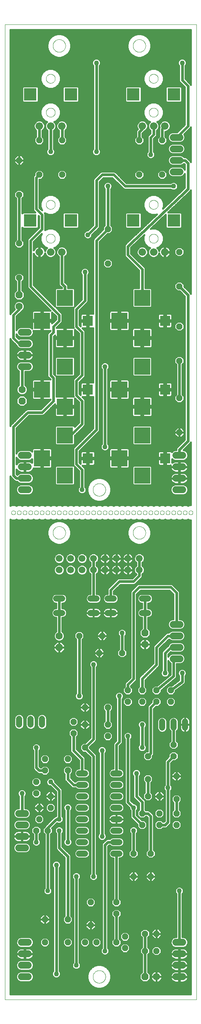
<source format=gtl>
G75*
%MOIN*%
%OFA0B0*%
%FSLAX25Y25*%
%IPPOS*%
%LPD*%
%AMOC8*
5,1,8,0,0,1.08239X$1,22.5*
%
%ADD10C,0.00000*%
%ADD11R,0.09000X0.09000*%
%ADD12R,0.14000X0.14000*%
%ADD13OC8,0.05200*%
%ADD14C,0.06600*%
%ADD15R,0.11024X0.11024*%
%ADD16C,0.06000*%
%ADD17C,0.05937*%
%ADD18OC8,0.06300*%
%ADD19C,0.06300*%
%ADD20C,0.05200*%
%ADD21C,0.01600*%
%ADD22C,0.02400*%
%ADD23C,0.04356*%
D10*
X0017200Y0014700D02*
X0017200Y0865901D01*
X0184621Y0865901D01*
X0184621Y0014700D01*
X0017200Y0014700D01*
X0094188Y0034700D02*
X0094190Y0034848D01*
X0094196Y0034996D01*
X0094206Y0035144D01*
X0094220Y0035291D01*
X0094238Y0035438D01*
X0094259Y0035584D01*
X0094285Y0035730D01*
X0094315Y0035875D01*
X0094348Y0036019D01*
X0094386Y0036162D01*
X0094427Y0036304D01*
X0094472Y0036445D01*
X0094520Y0036585D01*
X0094573Y0036724D01*
X0094629Y0036861D01*
X0094689Y0036996D01*
X0094752Y0037130D01*
X0094819Y0037262D01*
X0094890Y0037392D01*
X0094964Y0037520D01*
X0095041Y0037646D01*
X0095122Y0037770D01*
X0095206Y0037892D01*
X0095293Y0038011D01*
X0095384Y0038128D01*
X0095478Y0038243D01*
X0095574Y0038355D01*
X0095674Y0038465D01*
X0095776Y0038571D01*
X0095882Y0038675D01*
X0095990Y0038776D01*
X0096101Y0038874D01*
X0096214Y0038970D01*
X0096330Y0039062D01*
X0096448Y0039151D01*
X0096569Y0039236D01*
X0096692Y0039319D01*
X0096817Y0039398D01*
X0096944Y0039474D01*
X0097073Y0039546D01*
X0097204Y0039615D01*
X0097337Y0039680D01*
X0097472Y0039741D01*
X0097608Y0039799D01*
X0097745Y0039854D01*
X0097884Y0039904D01*
X0098025Y0039951D01*
X0098166Y0039994D01*
X0098309Y0040034D01*
X0098453Y0040069D01*
X0098597Y0040101D01*
X0098743Y0040128D01*
X0098889Y0040152D01*
X0099036Y0040172D01*
X0099183Y0040188D01*
X0099330Y0040200D01*
X0099478Y0040208D01*
X0099626Y0040212D01*
X0099774Y0040212D01*
X0099922Y0040208D01*
X0100070Y0040200D01*
X0100217Y0040188D01*
X0100364Y0040172D01*
X0100511Y0040152D01*
X0100657Y0040128D01*
X0100803Y0040101D01*
X0100947Y0040069D01*
X0101091Y0040034D01*
X0101234Y0039994D01*
X0101375Y0039951D01*
X0101516Y0039904D01*
X0101655Y0039854D01*
X0101792Y0039799D01*
X0101928Y0039741D01*
X0102063Y0039680D01*
X0102196Y0039615D01*
X0102327Y0039546D01*
X0102456Y0039474D01*
X0102583Y0039398D01*
X0102708Y0039319D01*
X0102831Y0039236D01*
X0102952Y0039151D01*
X0103070Y0039062D01*
X0103186Y0038970D01*
X0103299Y0038874D01*
X0103410Y0038776D01*
X0103518Y0038675D01*
X0103624Y0038571D01*
X0103726Y0038465D01*
X0103826Y0038355D01*
X0103922Y0038243D01*
X0104016Y0038128D01*
X0104107Y0038011D01*
X0104194Y0037892D01*
X0104278Y0037770D01*
X0104359Y0037646D01*
X0104436Y0037520D01*
X0104510Y0037392D01*
X0104581Y0037262D01*
X0104648Y0037130D01*
X0104711Y0036996D01*
X0104771Y0036861D01*
X0104827Y0036724D01*
X0104880Y0036585D01*
X0104928Y0036445D01*
X0104973Y0036304D01*
X0105014Y0036162D01*
X0105052Y0036019D01*
X0105085Y0035875D01*
X0105115Y0035730D01*
X0105141Y0035584D01*
X0105162Y0035438D01*
X0105180Y0035291D01*
X0105194Y0035144D01*
X0105204Y0034996D01*
X0105210Y0034848D01*
X0105212Y0034700D01*
X0105210Y0034552D01*
X0105204Y0034404D01*
X0105194Y0034256D01*
X0105180Y0034109D01*
X0105162Y0033962D01*
X0105141Y0033816D01*
X0105115Y0033670D01*
X0105085Y0033525D01*
X0105052Y0033381D01*
X0105014Y0033238D01*
X0104973Y0033096D01*
X0104928Y0032955D01*
X0104880Y0032815D01*
X0104827Y0032676D01*
X0104771Y0032539D01*
X0104711Y0032404D01*
X0104648Y0032270D01*
X0104581Y0032138D01*
X0104510Y0032008D01*
X0104436Y0031880D01*
X0104359Y0031754D01*
X0104278Y0031630D01*
X0104194Y0031508D01*
X0104107Y0031389D01*
X0104016Y0031272D01*
X0103922Y0031157D01*
X0103826Y0031045D01*
X0103726Y0030935D01*
X0103624Y0030829D01*
X0103518Y0030725D01*
X0103410Y0030624D01*
X0103299Y0030526D01*
X0103186Y0030430D01*
X0103070Y0030338D01*
X0102952Y0030249D01*
X0102831Y0030164D01*
X0102708Y0030081D01*
X0102583Y0030002D01*
X0102456Y0029926D01*
X0102327Y0029854D01*
X0102196Y0029785D01*
X0102063Y0029720D01*
X0101928Y0029659D01*
X0101792Y0029601D01*
X0101655Y0029546D01*
X0101516Y0029496D01*
X0101375Y0029449D01*
X0101234Y0029406D01*
X0101091Y0029366D01*
X0100947Y0029331D01*
X0100803Y0029299D01*
X0100657Y0029272D01*
X0100511Y0029248D01*
X0100364Y0029228D01*
X0100217Y0029212D01*
X0100070Y0029200D01*
X0099922Y0029192D01*
X0099774Y0029188D01*
X0099626Y0029188D01*
X0099478Y0029192D01*
X0099330Y0029200D01*
X0099183Y0029212D01*
X0099036Y0029228D01*
X0098889Y0029248D01*
X0098743Y0029272D01*
X0098597Y0029299D01*
X0098453Y0029331D01*
X0098309Y0029366D01*
X0098166Y0029406D01*
X0098025Y0029449D01*
X0097884Y0029496D01*
X0097745Y0029546D01*
X0097608Y0029601D01*
X0097472Y0029659D01*
X0097337Y0029720D01*
X0097204Y0029785D01*
X0097073Y0029854D01*
X0096944Y0029926D01*
X0096817Y0030002D01*
X0096692Y0030081D01*
X0096569Y0030164D01*
X0096448Y0030249D01*
X0096330Y0030338D01*
X0096214Y0030430D01*
X0096101Y0030526D01*
X0095990Y0030624D01*
X0095882Y0030725D01*
X0095776Y0030829D01*
X0095674Y0030935D01*
X0095574Y0031045D01*
X0095478Y0031157D01*
X0095384Y0031272D01*
X0095293Y0031389D01*
X0095206Y0031508D01*
X0095122Y0031630D01*
X0095041Y0031754D01*
X0094964Y0031880D01*
X0094890Y0032008D01*
X0094819Y0032138D01*
X0094752Y0032270D01*
X0094689Y0032404D01*
X0094629Y0032539D01*
X0094573Y0032676D01*
X0094520Y0032815D01*
X0094472Y0032955D01*
X0094427Y0033096D01*
X0094386Y0033238D01*
X0094348Y0033381D01*
X0094315Y0033525D01*
X0094285Y0033670D01*
X0094259Y0033816D01*
X0094238Y0033962D01*
X0094220Y0034109D01*
X0094206Y0034256D01*
X0094196Y0034404D01*
X0094190Y0034552D01*
X0094188Y0034700D01*
X0059188Y0422200D02*
X0059190Y0422348D01*
X0059196Y0422496D01*
X0059206Y0422644D01*
X0059220Y0422791D01*
X0059238Y0422938D01*
X0059259Y0423084D01*
X0059285Y0423230D01*
X0059315Y0423375D01*
X0059348Y0423519D01*
X0059386Y0423662D01*
X0059427Y0423804D01*
X0059472Y0423945D01*
X0059520Y0424085D01*
X0059573Y0424224D01*
X0059629Y0424361D01*
X0059689Y0424496D01*
X0059752Y0424630D01*
X0059819Y0424762D01*
X0059890Y0424892D01*
X0059964Y0425020D01*
X0060041Y0425146D01*
X0060122Y0425270D01*
X0060206Y0425392D01*
X0060293Y0425511D01*
X0060384Y0425628D01*
X0060478Y0425743D01*
X0060574Y0425855D01*
X0060674Y0425965D01*
X0060776Y0426071D01*
X0060882Y0426175D01*
X0060990Y0426276D01*
X0061101Y0426374D01*
X0061214Y0426470D01*
X0061330Y0426562D01*
X0061448Y0426651D01*
X0061569Y0426736D01*
X0061692Y0426819D01*
X0061817Y0426898D01*
X0061944Y0426974D01*
X0062073Y0427046D01*
X0062204Y0427115D01*
X0062337Y0427180D01*
X0062472Y0427241D01*
X0062608Y0427299D01*
X0062745Y0427354D01*
X0062884Y0427404D01*
X0063025Y0427451D01*
X0063166Y0427494D01*
X0063309Y0427534D01*
X0063453Y0427569D01*
X0063597Y0427601D01*
X0063743Y0427628D01*
X0063889Y0427652D01*
X0064036Y0427672D01*
X0064183Y0427688D01*
X0064330Y0427700D01*
X0064478Y0427708D01*
X0064626Y0427712D01*
X0064774Y0427712D01*
X0064922Y0427708D01*
X0065070Y0427700D01*
X0065217Y0427688D01*
X0065364Y0427672D01*
X0065511Y0427652D01*
X0065657Y0427628D01*
X0065803Y0427601D01*
X0065947Y0427569D01*
X0066091Y0427534D01*
X0066234Y0427494D01*
X0066375Y0427451D01*
X0066516Y0427404D01*
X0066655Y0427354D01*
X0066792Y0427299D01*
X0066928Y0427241D01*
X0067063Y0427180D01*
X0067196Y0427115D01*
X0067327Y0427046D01*
X0067456Y0426974D01*
X0067583Y0426898D01*
X0067708Y0426819D01*
X0067831Y0426736D01*
X0067952Y0426651D01*
X0068070Y0426562D01*
X0068186Y0426470D01*
X0068299Y0426374D01*
X0068410Y0426276D01*
X0068518Y0426175D01*
X0068624Y0426071D01*
X0068726Y0425965D01*
X0068826Y0425855D01*
X0068922Y0425743D01*
X0069016Y0425628D01*
X0069107Y0425511D01*
X0069194Y0425392D01*
X0069278Y0425270D01*
X0069359Y0425146D01*
X0069436Y0425020D01*
X0069510Y0424892D01*
X0069581Y0424762D01*
X0069648Y0424630D01*
X0069711Y0424496D01*
X0069771Y0424361D01*
X0069827Y0424224D01*
X0069880Y0424085D01*
X0069928Y0423945D01*
X0069973Y0423804D01*
X0070014Y0423662D01*
X0070052Y0423519D01*
X0070085Y0423375D01*
X0070115Y0423230D01*
X0070141Y0423084D01*
X0070162Y0422938D01*
X0070180Y0422791D01*
X0070194Y0422644D01*
X0070204Y0422496D01*
X0070210Y0422348D01*
X0070212Y0422200D01*
X0070210Y0422052D01*
X0070204Y0421904D01*
X0070194Y0421756D01*
X0070180Y0421609D01*
X0070162Y0421462D01*
X0070141Y0421316D01*
X0070115Y0421170D01*
X0070085Y0421025D01*
X0070052Y0420881D01*
X0070014Y0420738D01*
X0069973Y0420596D01*
X0069928Y0420455D01*
X0069880Y0420315D01*
X0069827Y0420176D01*
X0069771Y0420039D01*
X0069711Y0419904D01*
X0069648Y0419770D01*
X0069581Y0419638D01*
X0069510Y0419508D01*
X0069436Y0419380D01*
X0069359Y0419254D01*
X0069278Y0419130D01*
X0069194Y0419008D01*
X0069107Y0418889D01*
X0069016Y0418772D01*
X0068922Y0418657D01*
X0068826Y0418545D01*
X0068726Y0418435D01*
X0068624Y0418329D01*
X0068518Y0418225D01*
X0068410Y0418124D01*
X0068299Y0418026D01*
X0068186Y0417930D01*
X0068070Y0417838D01*
X0067952Y0417749D01*
X0067831Y0417664D01*
X0067708Y0417581D01*
X0067583Y0417502D01*
X0067456Y0417426D01*
X0067327Y0417354D01*
X0067196Y0417285D01*
X0067063Y0417220D01*
X0066928Y0417159D01*
X0066792Y0417101D01*
X0066655Y0417046D01*
X0066516Y0416996D01*
X0066375Y0416949D01*
X0066234Y0416906D01*
X0066091Y0416866D01*
X0065947Y0416831D01*
X0065803Y0416799D01*
X0065657Y0416772D01*
X0065511Y0416748D01*
X0065364Y0416728D01*
X0065217Y0416712D01*
X0065070Y0416700D01*
X0064922Y0416692D01*
X0064774Y0416688D01*
X0064626Y0416688D01*
X0064478Y0416692D01*
X0064330Y0416700D01*
X0064183Y0416712D01*
X0064036Y0416728D01*
X0063889Y0416748D01*
X0063743Y0416772D01*
X0063597Y0416799D01*
X0063453Y0416831D01*
X0063309Y0416866D01*
X0063166Y0416906D01*
X0063025Y0416949D01*
X0062884Y0416996D01*
X0062745Y0417046D01*
X0062608Y0417101D01*
X0062472Y0417159D01*
X0062337Y0417220D01*
X0062204Y0417285D01*
X0062073Y0417354D01*
X0061944Y0417426D01*
X0061817Y0417502D01*
X0061692Y0417581D01*
X0061569Y0417664D01*
X0061448Y0417749D01*
X0061330Y0417838D01*
X0061214Y0417930D01*
X0061101Y0418026D01*
X0060990Y0418124D01*
X0060882Y0418225D01*
X0060776Y0418329D01*
X0060674Y0418435D01*
X0060574Y0418545D01*
X0060478Y0418657D01*
X0060384Y0418772D01*
X0060293Y0418889D01*
X0060206Y0419008D01*
X0060122Y0419130D01*
X0060041Y0419254D01*
X0059964Y0419380D01*
X0059890Y0419508D01*
X0059819Y0419638D01*
X0059752Y0419770D01*
X0059689Y0419904D01*
X0059629Y0420039D01*
X0059573Y0420176D01*
X0059520Y0420315D01*
X0059472Y0420455D01*
X0059427Y0420596D01*
X0059386Y0420738D01*
X0059348Y0420881D01*
X0059315Y0421025D01*
X0059285Y0421170D01*
X0059259Y0421316D01*
X0059238Y0421462D01*
X0059220Y0421609D01*
X0059206Y0421756D01*
X0059196Y0421904D01*
X0059190Y0422052D01*
X0059188Y0422200D01*
X0057928Y0439700D02*
X0057930Y0439784D01*
X0057936Y0439867D01*
X0057946Y0439950D01*
X0057960Y0440033D01*
X0057977Y0440115D01*
X0057999Y0440196D01*
X0058024Y0440275D01*
X0058053Y0440354D01*
X0058086Y0440431D01*
X0058122Y0440506D01*
X0058162Y0440580D01*
X0058205Y0440652D01*
X0058252Y0440721D01*
X0058302Y0440788D01*
X0058355Y0440853D01*
X0058411Y0440915D01*
X0058469Y0440975D01*
X0058531Y0441032D01*
X0058595Y0441085D01*
X0058662Y0441136D01*
X0058731Y0441183D01*
X0058802Y0441228D01*
X0058875Y0441268D01*
X0058950Y0441305D01*
X0059027Y0441339D01*
X0059105Y0441369D01*
X0059184Y0441395D01*
X0059265Y0441418D01*
X0059347Y0441436D01*
X0059429Y0441451D01*
X0059512Y0441462D01*
X0059595Y0441469D01*
X0059679Y0441472D01*
X0059763Y0441471D01*
X0059846Y0441466D01*
X0059930Y0441457D01*
X0060012Y0441444D01*
X0060094Y0441428D01*
X0060175Y0441407D01*
X0060256Y0441383D01*
X0060334Y0441355D01*
X0060412Y0441323D01*
X0060488Y0441287D01*
X0060562Y0441248D01*
X0060634Y0441206D01*
X0060704Y0441160D01*
X0060772Y0441111D01*
X0060837Y0441059D01*
X0060900Y0441004D01*
X0060960Y0440946D01*
X0061018Y0440885D01*
X0061072Y0440821D01*
X0061124Y0440755D01*
X0061172Y0440687D01*
X0061217Y0440616D01*
X0061258Y0440543D01*
X0061297Y0440469D01*
X0061331Y0440393D01*
X0061362Y0440315D01*
X0061389Y0440236D01*
X0061413Y0440155D01*
X0061432Y0440074D01*
X0061448Y0439992D01*
X0061460Y0439909D01*
X0061468Y0439825D01*
X0061472Y0439742D01*
X0061472Y0439658D01*
X0061468Y0439575D01*
X0061460Y0439491D01*
X0061448Y0439408D01*
X0061432Y0439326D01*
X0061413Y0439245D01*
X0061389Y0439164D01*
X0061362Y0439085D01*
X0061331Y0439007D01*
X0061297Y0438931D01*
X0061258Y0438857D01*
X0061217Y0438784D01*
X0061172Y0438713D01*
X0061124Y0438645D01*
X0061072Y0438579D01*
X0061018Y0438515D01*
X0060960Y0438454D01*
X0060900Y0438396D01*
X0060837Y0438341D01*
X0060772Y0438289D01*
X0060704Y0438240D01*
X0060634Y0438194D01*
X0060562Y0438152D01*
X0060488Y0438113D01*
X0060412Y0438077D01*
X0060334Y0438045D01*
X0060256Y0438017D01*
X0060175Y0437993D01*
X0060094Y0437972D01*
X0060012Y0437956D01*
X0059930Y0437943D01*
X0059846Y0437934D01*
X0059763Y0437929D01*
X0059679Y0437928D01*
X0059595Y0437931D01*
X0059512Y0437938D01*
X0059429Y0437949D01*
X0059347Y0437964D01*
X0059265Y0437982D01*
X0059184Y0438005D01*
X0059105Y0438031D01*
X0059027Y0438061D01*
X0058950Y0438095D01*
X0058875Y0438132D01*
X0058802Y0438172D01*
X0058731Y0438217D01*
X0058662Y0438264D01*
X0058595Y0438315D01*
X0058531Y0438368D01*
X0058469Y0438425D01*
X0058411Y0438485D01*
X0058355Y0438547D01*
X0058302Y0438612D01*
X0058252Y0438679D01*
X0058205Y0438748D01*
X0058162Y0438820D01*
X0058122Y0438894D01*
X0058086Y0438969D01*
X0058053Y0439046D01*
X0058024Y0439125D01*
X0057999Y0439204D01*
X0057977Y0439285D01*
X0057960Y0439367D01*
X0057946Y0439450D01*
X0057936Y0439533D01*
X0057930Y0439616D01*
X0057928Y0439700D01*
X0052928Y0439700D02*
X0052930Y0439784D01*
X0052936Y0439867D01*
X0052946Y0439950D01*
X0052960Y0440033D01*
X0052977Y0440115D01*
X0052999Y0440196D01*
X0053024Y0440275D01*
X0053053Y0440354D01*
X0053086Y0440431D01*
X0053122Y0440506D01*
X0053162Y0440580D01*
X0053205Y0440652D01*
X0053252Y0440721D01*
X0053302Y0440788D01*
X0053355Y0440853D01*
X0053411Y0440915D01*
X0053469Y0440975D01*
X0053531Y0441032D01*
X0053595Y0441085D01*
X0053662Y0441136D01*
X0053731Y0441183D01*
X0053802Y0441228D01*
X0053875Y0441268D01*
X0053950Y0441305D01*
X0054027Y0441339D01*
X0054105Y0441369D01*
X0054184Y0441395D01*
X0054265Y0441418D01*
X0054347Y0441436D01*
X0054429Y0441451D01*
X0054512Y0441462D01*
X0054595Y0441469D01*
X0054679Y0441472D01*
X0054763Y0441471D01*
X0054846Y0441466D01*
X0054930Y0441457D01*
X0055012Y0441444D01*
X0055094Y0441428D01*
X0055175Y0441407D01*
X0055256Y0441383D01*
X0055334Y0441355D01*
X0055412Y0441323D01*
X0055488Y0441287D01*
X0055562Y0441248D01*
X0055634Y0441206D01*
X0055704Y0441160D01*
X0055772Y0441111D01*
X0055837Y0441059D01*
X0055900Y0441004D01*
X0055960Y0440946D01*
X0056018Y0440885D01*
X0056072Y0440821D01*
X0056124Y0440755D01*
X0056172Y0440687D01*
X0056217Y0440616D01*
X0056258Y0440543D01*
X0056297Y0440469D01*
X0056331Y0440393D01*
X0056362Y0440315D01*
X0056389Y0440236D01*
X0056413Y0440155D01*
X0056432Y0440074D01*
X0056448Y0439992D01*
X0056460Y0439909D01*
X0056468Y0439825D01*
X0056472Y0439742D01*
X0056472Y0439658D01*
X0056468Y0439575D01*
X0056460Y0439491D01*
X0056448Y0439408D01*
X0056432Y0439326D01*
X0056413Y0439245D01*
X0056389Y0439164D01*
X0056362Y0439085D01*
X0056331Y0439007D01*
X0056297Y0438931D01*
X0056258Y0438857D01*
X0056217Y0438784D01*
X0056172Y0438713D01*
X0056124Y0438645D01*
X0056072Y0438579D01*
X0056018Y0438515D01*
X0055960Y0438454D01*
X0055900Y0438396D01*
X0055837Y0438341D01*
X0055772Y0438289D01*
X0055704Y0438240D01*
X0055634Y0438194D01*
X0055562Y0438152D01*
X0055488Y0438113D01*
X0055412Y0438077D01*
X0055334Y0438045D01*
X0055256Y0438017D01*
X0055175Y0437993D01*
X0055094Y0437972D01*
X0055012Y0437956D01*
X0054930Y0437943D01*
X0054846Y0437934D01*
X0054763Y0437929D01*
X0054679Y0437928D01*
X0054595Y0437931D01*
X0054512Y0437938D01*
X0054429Y0437949D01*
X0054347Y0437964D01*
X0054265Y0437982D01*
X0054184Y0438005D01*
X0054105Y0438031D01*
X0054027Y0438061D01*
X0053950Y0438095D01*
X0053875Y0438132D01*
X0053802Y0438172D01*
X0053731Y0438217D01*
X0053662Y0438264D01*
X0053595Y0438315D01*
X0053531Y0438368D01*
X0053469Y0438425D01*
X0053411Y0438485D01*
X0053355Y0438547D01*
X0053302Y0438612D01*
X0053252Y0438679D01*
X0053205Y0438748D01*
X0053162Y0438820D01*
X0053122Y0438894D01*
X0053086Y0438969D01*
X0053053Y0439046D01*
X0053024Y0439125D01*
X0052999Y0439204D01*
X0052977Y0439285D01*
X0052960Y0439367D01*
X0052946Y0439450D01*
X0052936Y0439533D01*
X0052930Y0439616D01*
X0052928Y0439700D01*
X0047928Y0439700D02*
X0047930Y0439784D01*
X0047936Y0439867D01*
X0047946Y0439950D01*
X0047960Y0440033D01*
X0047977Y0440115D01*
X0047999Y0440196D01*
X0048024Y0440275D01*
X0048053Y0440354D01*
X0048086Y0440431D01*
X0048122Y0440506D01*
X0048162Y0440580D01*
X0048205Y0440652D01*
X0048252Y0440721D01*
X0048302Y0440788D01*
X0048355Y0440853D01*
X0048411Y0440915D01*
X0048469Y0440975D01*
X0048531Y0441032D01*
X0048595Y0441085D01*
X0048662Y0441136D01*
X0048731Y0441183D01*
X0048802Y0441228D01*
X0048875Y0441268D01*
X0048950Y0441305D01*
X0049027Y0441339D01*
X0049105Y0441369D01*
X0049184Y0441395D01*
X0049265Y0441418D01*
X0049347Y0441436D01*
X0049429Y0441451D01*
X0049512Y0441462D01*
X0049595Y0441469D01*
X0049679Y0441472D01*
X0049763Y0441471D01*
X0049846Y0441466D01*
X0049930Y0441457D01*
X0050012Y0441444D01*
X0050094Y0441428D01*
X0050175Y0441407D01*
X0050256Y0441383D01*
X0050334Y0441355D01*
X0050412Y0441323D01*
X0050488Y0441287D01*
X0050562Y0441248D01*
X0050634Y0441206D01*
X0050704Y0441160D01*
X0050772Y0441111D01*
X0050837Y0441059D01*
X0050900Y0441004D01*
X0050960Y0440946D01*
X0051018Y0440885D01*
X0051072Y0440821D01*
X0051124Y0440755D01*
X0051172Y0440687D01*
X0051217Y0440616D01*
X0051258Y0440543D01*
X0051297Y0440469D01*
X0051331Y0440393D01*
X0051362Y0440315D01*
X0051389Y0440236D01*
X0051413Y0440155D01*
X0051432Y0440074D01*
X0051448Y0439992D01*
X0051460Y0439909D01*
X0051468Y0439825D01*
X0051472Y0439742D01*
X0051472Y0439658D01*
X0051468Y0439575D01*
X0051460Y0439491D01*
X0051448Y0439408D01*
X0051432Y0439326D01*
X0051413Y0439245D01*
X0051389Y0439164D01*
X0051362Y0439085D01*
X0051331Y0439007D01*
X0051297Y0438931D01*
X0051258Y0438857D01*
X0051217Y0438784D01*
X0051172Y0438713D01*
X0051124Y0438645D01*
X0051072Y0438579D01*
X0051018Y0438515D01*
X0050960Y0438454D01*
X0050900Y0438396D01*
X0050837Y0438341D01*
X0050772Y0438289D01*
X0050704Y0438240D01*
X0050634Y0438194D01*
X0050562Y0438152D01*
X0050488Y0438113D01*
X0050412Y0438077D01*
X0050334Y0438045D01*
X0050256Y0438017D01*
X0050175Y0437993D01*
X0050094Y0437972D01*
X0050012Y0437956D01*
X0049930Y0437943D01*
X0049846Y0437934D01*
X0049763Y0437929D01*
X0049679Y0437928D01*
X0049595Y0437931D01*
X0049512Y0437938D01*
X0049429Y0437949D01*
X0049347Y0437964D01*
X0049265Y0437982D01*
X0049184Y0438005D01*
X0049105Y0438031D01*
X0049027Y0438061D01*
X0048950Y0438095D01*
X0048875Y0438132D01*
X0048802Y0438172D01*
X0048731Y0438217D01*
X0048662Y0438264D01*
X0048595Y0438315D01*
X0048531Y0438368D01*
X0048469Y0438425D01*
X0048411Y0438485D01*
X0048355Y0438547D01*
X0048302Y0438612D01*
X0048252Y0438679D01*
X0048205Y0438748D01*
X0048162Y0438820D01*
X0048122Y0438894D01*
X0048086Y0438969D01*
X0048053Y0439046D01*
X0048024Y0439125D01*
X0047999Y0439204D01*
X0047977Y0439285D01*
X0047960Y0439367D01*
X0047946Y0439450D01*
X0047936Y0439533D01*
X0047930Y0439616D01*
X0047928Y0439700D01*
X0042928Y0439700D02*
X0042930Y0439784D01*
X0042936Y0439867D01*
X0042946Y0439950D01*
X0042960Y0440033D01*
X0042977Y0440115D01*
X0042999Y0440196D01*
X0043024Y0440275D01*
X0043053Y0440354D01*
X0043086Y0440431D01*
X0043122Y0440506D01*
X0043162Y0440580D01*
X0043205Y0440652D01*
X0043252Y0440721D01*
X0043302Y0440788D01*
X0043355Y0440853D01*
X0043411Y0440915D01*
X0043469Y0440975D01*
X0043531Y0441032D01*
X0043595Y0441085D01*
X0043662Y0441136D01*
X0043731Y0441183D01*
X0043802Y0441228D01*
X0043875Y0441268D01*
X0043950Y0441305D01*
X0044027Y0441339D01*
X0044105Y0441369D01*
X0044184Y0441395D01*
X0044265Y0441418D01*
X0044347Y0441436D01*
X0044429Y0441451D01*
X0044512Y0441462D01*
X0044595Y0441469D01*
X0044679Y0441472D01*
X0044763Y0441471D01*
X0044846Y0441466D01*
X0044930Y0441457D01*
X0045012Y0441444D01*
X0045094Y0441428D01*
X0045175Y0441407D01*
X0045256Y0441383D01*
X0045334Y0441355D01*
X0045412Y0441323D01*
X0045488Y0441287D01*
X0045562Y0441248D01*
X0045634Y0441206D01*
X0045704Y0441160D01*
X0045772Y0441111D01*
X0045837Y0441059D01*
X0045900Y0441004D01*
X0045960Y0440946D01*
X0046018Y0440885D01*
X0046072Y0440821D01*
X0046124Y0440755D01*
X0046172Y0440687D01*
X0046217Y0440616D01*
X0046258Y0440543D01*
X0046297Y0440469D01*
X0046331Y0440393D01*
X0046362Y0440315D01*
X0046389Y0440236D01*
X0046413Y0440155D01*
X0046432Y0440074D01*
X0046448Y0439992D01*
X0046460Y0439909D01*
X0046468Y0439825D01*
X0046472Y0439742D01*
X0046472Y0439658D01*
X0046468Y0439575D01*
X0046460Y0439491D01*
X0046448Y0439408D01*
X0046432Y0439326D01*
X0046413Y0439245D01*
X0046389Y0439164D01*
X0046362Y0439085D01*
X0046331Y0439007D01*
X0046297Y0438931D01*
X0046258Y0438857D01*
X0046217Y0438784D01*
X0046172Y0438713D01*
X0046124Y0438645D01*
X0046072Y0438579D01*
X0046018Y0438515D01*
X0045960Y0438454D01*
X0045900Y0438396D01*
X0045837Y0438341D01*
X0045772Y0438289D01*
X0045704Y0438240D01*
X0045634Y0438194D01*
X0045562Y0438152D01*
X0045488Y0438113D01*
X0045412Y0438077D01*
X0045334Y0438045D01*
X0045256Y0438017D01*
X0045175Y0437993D01*
X0045094Y0437972D01*
X0045012Y0437956D01*
X0044930Y0437943D01*
X0044846Y0437934D01*
X0044763Y0437929D01*
X0044679Y0437928D01*
X0044595Y0437931D01*
X0044512Y0437938D01*
X0044429Y0437949D01*
X0044347Y0437964D01*
X0044265Y0437982D01*
X0044184Y0438005D01*
X0044105Y0438031D01*
X0044027Y0438061D01*
X0043950Y0438095D01*
X0043875Y0438132D01*
X0043802Y0438172D01*
X0043731Y0438217D01*
X0043662Y0438264D01*
X0043595Y0438315D01*
X0043531Y0438368D01*
X0043469Y0438425D01*
X0043411Y0438485D01*
X0043355Y0438547D01*
X0043302Y0438612D01*
X0043252Y0438679D01*
X0043205Y0438748D01*
X0043162Y0438820D01*
X0043122Y0438894D01*
X0043086Y0438969D01*
X0043053Y0439046D01*
X0043024Y0439125D01*
X0042999Y0439204D01*
X0042977Y0439285D01*
X0042960Y0439367D01*
X0042946Y0439450D01*
X0042936Y0439533D01*
X0042930Y0439616D01*
X0042928Y0439700D01*
X0037928Y0439700D02*
X0037930Y0439784D01*
X0037936Y0439867D01*
X0037946Y0439950D01*
X0037960Y0440033D01*
X0037977Y0440115D01*
X0037999Y0440196D01*
X0038024Y0440275D01*
X0038053Y0440354D01*
X0038086Y0440431D01*
X0038122Y0440506D01*
X0038162Y0440580D01*
X0038205Y0440652D01*
X0038252Y0440721D01*
X0038302Y0440788D01*
X0038355Y0440853D01*
X0038411Y0440915D01*
X0038469Y0440975D01*
X0038531Y0441032D01*
X0038595Y0441085D01*
X0038662Y0441136D01*
X0038731Y0441183D01*
X0038802Y0441228D01*
X0038875Y0441268D01*
X0038950Y0441305D01*
X0039027Y0441339D01*
X0039105Y0441369D01*
X0039184Y0441395D01*
X0039265Y0441418D01*
X0039347Y0441436D01*
X0039429Y0441451D01*
X0039512Y0441462D01*
X0039595Y0441469D01*
X0039679Y0441472D01*
X0039763Y0441471D01*
X0039846Y0441466D01*
X0039930Y0441457D01*
X0040012Y0441444D01*
X0040094Y0441428D01*
X0040175Y0441407D01*
X0040256Y0441383D01*
X0040334Y0441355D01*
X0040412Y0441323D01*
X0040488Y0441287D01*
X0040562Y0441248D01*
X0040634Y0441206D01*
X0040704Y0441160D01*
X0040772Y0441111D01*
X0040837Y0441059D01*
X0040900Y0441004D01*
X0040960Y0440946D01*
X0041018Y0440885D01*
X0041072Y0440821D01*
X0041124Y0440755D01*
X0041172Y0440687D01*
X0041217Y0440616D01*
X0041258Y0440543D01*
X0041297Y0440469D01*
X0041331Y0440393D01*
X0041362Y0440315D01*
X0041389Y0440236D01*
X0041413Y0440155D01*
X0041432Y0440074D01*
X0041448Y0439992D01*
X0041460Y0439909D01*
X0041468Y0439825D01*
X0041472Y0439742D01*
X0041472Y0439658D01*
X0041468Y0439575D01*
X0041460Y0439491D01*
X0041448Y0439408D01*
X0041432Y0439326D01*
X0041413Y0439245D01*
X0041389Y0439164D01*
X0041362Y0439085D01*
X0041331Y0439007D01*
X0041297Y0438931D01*
X0041258Y0438857D01*
X0041217Y0438784D01*
X0041172Y0438713D01*
X0041124Y0438645D01*
X0041072Y0438579D01*
X0041018Y0438515D01*
X0040960Y0438454D01*
X0040900Y0438396D01*
X0040837Y0438341D01*
X0040772Y0438289D01*
X0040704Y0438240D01*
X0040634Y0438194D01*
X0040562Y0438152D01*
X0040488Y0438113D01*
X0040412Y0438077D01*
X0040334Y0438045D01*
X0040256Y0438017D01*
X0040175Y0437993D01*
X0040094Y0437972D01*
X0040012Y0437956D01*
X0039930Y0437943D01*
X0039846Y0437934D01*
X0039763Y0437929D01*
X0039679Y0437928D01*
X0039595Y0437931D01*
X0039512Y0437938D01*
X0039429Y0437949D01*
X0039347Y0437964D01*
X0039265Y0437982D01*
X0039184Y0438005D01*
X0039105Y0438031D01*
X0039027Y0438061D01*
X0038950Y0438095D01*
X0038875Y0438132D01*
X0038802Y0438172D01*
X0038731Y0438217D01*
X0038662Y0438264D01*
X0038595Y0438315D01*
X0038531Y0438368D01*
X0038469Y0438425D01*
X0038411Y0438485D01*
X0038355Y0438547D01*
X0038302Y0438612D01*
X0038252Y0438679D01*
X0038205Y0438748D01*
X0038162Y0438820D01*
X0038122Y0438894D01*
X0038086Y0438969D01*
X0038053Y0439046D01*
X0038024Y0439125D01*
X0037999Y0439204D01*
X0037977Y0439285D01*
X0037960Y0439367D01*
X0037946Y0439450D01*
X0037936Y0439533D01*
X0037930Y0439616D01*
X0037928Y0439700D01*
X0032928Y0439700D02*
X0032930Y0439784D01*
X0032936Y0439867D01*
X0032946Y0439950D01*
X0032960Y0440033D01*
X0032977Y0440115D01*
X0032999Y0440196D01*
X0033024Y0440275D01*
X0033053Y0440354D01*
X0033086Y0440431D01*
X0033122Y0440506D01*
X0033162Y0440580D01*
X0033205Y0440652D01*
X0033252Y0440721D01*
X0033302Y0440788D01*
X0033355Y0440853D01*
X0033411Y0440915D01*
X0033469Y0440975D01*
X0033531Y0441032D01*
X0033595Y0441085D01*
X0033662Y0441136D01*
X0033731Y0441183D01*
X0033802Y0441228D01*
X0033875Y0441268D01*
X0033950Y0441305D01*
X0034027Y0441339D01*
X0034105Y0441369D01*
X0034184Y0441395D01*
X0034265Y0441418D01*
X0034347Y0441436D01*
X0034429Y0441451D01*
X0034512Y0441462D01*
X0034595Y0441469D01*
X0034679Y0441472D01*
X0034763Y0441471D01*
X0034846Y0441466D01*
X0034930Y0441457D01*
X0035012Y0441444D01*
X0035094Y0441428D01*
X0035175Y0441407D01*
X0035256Y0441383D01*
X0035334Y0441355D01*
X0035412Y0441323D01*
X0035488Y0441287D01*
X0035562Y0441248D01*
X0035634Y0441206D01*
X0035704Y0441160D01*
X0035772Y0441111D01*
X0035837Y0441059D01*
X0035900Y0441004D01*
X0035960Y0440946D01*
X0036018Y0440885D01*
X0036072Y0440821D01*
X0036124Y0440755D01*
X0036172Y0440687D01*
X0036217Y0440616D01*
X0036258Y0440543D01*
X0036297Y0440469D01*
X0036331Y0440393D01*
X0036362Y0440315D01*
X0036389Y0440236D01*
X0036413Y0440155D01*
X0036432Y0440074D01*
X0036448Y0439992D01*
X0036460Y0439909D01*
X0036468Y0439825D01*
X0036472Y0439742D01*
X0036472Y0439658D01*
X0036468Y0439575D01*
X0036460Y0439491D01*
X0036448Y0439408D01*
X0036432Y0439326D01*
X0036413Y0439245D01*
X0036389Y0439164D01*
X0036362Y0439085D01*
X0036331Y0439007D01*
X0036297Y0438931D01*
X0036258Y0438857D01*
X0036217Y0438784D01*
X0036172Y0438713D01*
X0036124Y0438645D01*
X0036072Y0438579D01*
X0036018Y0438515D01*
X0035960Y0438454D01*
X0035900Y0438396D01*
X0035837Y0438341D01*
X0035772Y0438289D01*
X0035704Y0438240D01*
X0035634Y0438194D01*
X0035562Y0438152D01*
X0035488Y0438113D01*
X0035412Y0438077D01*
X0035334Y0438045D01*
X0035256Y0438017D01*
X0035175Y0437993D01*
X0035094Y0437972D01*
X0035012Y0437956D01*
X0034930Y0437943D01*
X0034846Y0437934D01*
X0034763Y0437929D01*
X0034679Y0437928D01*
X0034595Y0437931D01*
X0034512Y0437938D01*
X0034429Y0437949D01*
X0034347Y0437964D01*
X0034265Y0437982D01*
X0034184Y0438005D01*
X0034105Y0438031D01*
X0034027Y0438061D01*
X0033950Y0438095D01*
X0033875Y0438132D01*
X0033802Y0438172D01*
X0033731Y0438217D01*
X0033662Y0438264D01*
X0033595Y0438315D01*
X0033531Y0438368D01*
X0033469Y0438425D01*
X0033411Y0438485D01*
X0033355Y0438547D01*
X0033302Y0438612D01*
X0033252Y0438679D01*
X0033205Y0438748D01*
X0033162Y0438820D01*
X0033122Y0438894D01*
X0033086Y0438969D01*
X0033053Y0439046D01*
X0033024Y0439125D01*
X0032999Y0439204D01*
X0032977Y0439285D01*
X0032960Y0439367D01*
X0032946Y0439450D01*
X0032936Y0439533D01*
X0032930Y0439616D01*
X0032928Y0439700D01*
X0027928Y0439700D02*
X0027930Y0439784D01*
X0027936Y0439867D01*
X0027946Y0439950D01*
X0027960Y0440033D01*
X0027977Y0440115D01*
X0027999Y0440196D01*
X0028024Y0440275D01*
X0028053Y0440354D01*
X0028086Y0440431D01*
X0028122Y0440506D01*
X0028162Y0440580D01*
X0028205Y0440652D01*
X0028252Y0440721D01*
X0028302Y0440788D01*
X0028355Y0440853D01*
X0028411Y0440915D01*
X0028469Y0440975D01*
X0028531Y0441032D01*
X0028595Y0441085D01*
X0028662Y0441136D01*
X0028731Y0441183D01*
X0028802Y0441228D01*
X0028875Y0441268D01*
X0028950Y0441305D01*
X0029027Y0441339D01*
X0029105Y0441369D01*
X0029184Y0441395D01*
X0029265Y0441418D01*
X0029347Y0441436D01*
X0029429Y0441451D01*
X0029512Y0441462D01*
X0029595Y0441469D01*
X0029679Y0441472D01*
X0029763Y0441471D01*
X0029846Y0441466D01*
X0029930Y0441457D01*
X0030012Y0441444D01*
X0030094Y0441428D01*
X0030175Y0441407D01*
X0030256Y0441383D01*
X0030334Y0441355D01*
X0030412Y0441323D01*
X0030488Y0441287D01*
X0030562Y0441248D01*
X0030634Y0441206D01*
X0030704Y0441160D01*
X0030772Y0441111D01*
X0030837Y0441059D01*
X0030900Y0441004D01*
X0030960Y0440946D01*
X0031018Y0440885D01*
X0031072Y0440821D01*
X0031124Y0440755D01*
X0031172Y0440687D01*
X0031217Y0440616D01*
X0031258Y0440543D01*
X0031297Y0440469D01*
X0031331Y0440393D01*
X0031362Y0440315D01*
X0031389Y0440236D01*
X0031413Y0440155D01*
X0031432Y0440074D01*
X0031448Y0439992D01*
X0031460Y0439909D01*
X0031468Y0439825D01*
X0031472Y0439742D01*
X0031472Y0439658D01*
X0031468Y0439575D01*
X0031460Y0439491D01*
X0031448Y0439408D01*
X0031432Y0439326D01*
X0031413Y0439245D01*
X0031389Y0439164D01*
X0031362Y0439085D01*
X0031331Y0439007D01*
X0031297Y0438931D01*
X0031258Y0438857D01*
X0031217Y0438784D01*
X0031172Y0438713D01*
X0031124Y0438645D01*
X0031072Y0438579D01*
X0031018Y0438515D01*
X0030960Y0438454D01*
X0030900Y0438396D01*
X0030837Y0438341D01*
X0030772Y0438289D01*
X0030704Y0438240D01*
X0030634Y0438194D01*
X0030562Y0438152D01*
X0030488Y0438113D01*
X0030412Y0438077D01*
X0030334Y0438045D01*
X0030256Y0438017D01*
X0030175Y0437993D01*
X0030094Y0437972D01*
X0030012Y0437956D01*
X0029930Y0437943D01*
X0029846Y0437934D01*
X0029763Y0437929D01*
X0029679Y0437928D01*
X0029595Y0437931D01*
X0029512Y0437938D01*
X0029429Y0437949D01*
X0029347Y0437964D01*
X0029265Y0437982D01*
X0029184Y0438005D01*
X0029105Y0438031D01*
X0029027Y0438061D01*
X0028950Y0438095D01*
X0028875Y0438132D01*
X0028802Y0438172D01*
X0028731Y0438217D01*
X0028662Y0438264D01*
X0028595Y0438315D01*
X0028531Y0438368D01*
X0028469Y0438425D01*
X0028411Y0438485D01*
X0028355Y0438547D01*
X0028302Y0438612D01*
X0028252Y0438679D01*
X0028205Y0438748D01*
X0028162Y0438820D01*
X0028122Y0438894D01*
X0028086Y0438969D01*
X0028053Y0439046D01*
X0028024Y0439125D01*
X0027999Y0439204D01*
X0027977Y0439285D01*
X0027960Y0439367D01*
X0027946Y0439450D01*
X0027936Y0439533D01*
X0027930Y0439616D01*
X0027928Y0439700D01*
X0022928Y0439700D02*
X0022930Y0439784D01*
X0022936Y0439867D01*
X0022946Y0439950D01*
X0022960Y0440033D01*
X0022977Y0440115D01*
X0022999Y0440196D01*
X0023024Y0440275D01*
X0023053Y0440354D01*
X0023086Y0440431D01*
X0023122Y0440506D01*
X0023162Y0440580D01*
X0023205Y0440652D01*
X0023252Y0440721D01*
X0023302Y0440788D01*
X0023355Y0440853D01*
X0023411Y0440915D01*
X0023469Y0440975D01*
X0023531Y0441032D01*
X0023595Y0441085D01*
X0023662Y0441136D01*
X0023731Y0441183D01*
X0023802Y0441228D01*
X0023875Y0441268D01*
X0023950Y0441305D01*
X0024027Y0441339D01*
X0024105Y0441369D01*
X0024184Y0441395D01*
X0024265Y0441418D01*
X0024347Y0441436D01*
X0024429Y0441451D01*
X0024512Y0441462D01*
X0024595Y0441469D01*
X0024679Y0441472D01*
X0024763Y0441471D01*
X0024846Y0441466D01*
X0024930Y0441457D01*
X0025012Y0441444D01*
X0025094Y0441428D01*
X0025175Y0441407D01*
X0025256Y0441383D01*
X0025334Y0441355D01*
X0025412Y0441323D01*
X0025488Y0441287D01*
X0025562Y0441248D01*
X0025634Y0441206D01*
X0025704Y0441160D01*
X0025772Y0441111D01*
X0025837Y0441059D01*
X0025900Y0441004D01*
X0025960Y0440946D01*
X0026018Y0440885D01*
X0026072Y0440821D01*
X0026124Y0440755D01*
X0026172Y0440687D01*
X0026217Y0440616D01*
X0026258Y0440543D01*
X0026297Y0440469D01*
X0026331Y0440393D01*
X0026362Y0440315D01*
X0026389Y0440236D01*
X0026413Y0440155D01*
X0026432Y0440074D01*
X0026448Y0439992D01*
X0026460Y0439909D01*
X0026468Y0439825D01*
X0026472Y0439742D01*
X0026472Y0439658D01*
X0026468Y0439575D01*
X0026460Y0439491D01*
X0026448Y0439408D01*
X0026432Y0439326D01*
X0026413Y0439245D01*
X0026389Y0439164D01*
X0026362Y0439085D01*
X0026331Y0439007D01*
X0026297Y0438931D01*
X0026258Y0438857D01*
X0026217Y0438784D01*
X0026172Y0438713D01*
X0026124Y0438645D01*
X0026072Y0438579D01*
X0026018Y0438515D01*
X0025960Y0438454D01*
X0025900Y0438396D01*
X0025837Y0438341D01*
X0025772Y0438289D01*
X0025704Y0438240D01*
X0025634Y0438194D01*
X0025562Y0438152D01*
X0025488Y0438113D01*
X0025412Y0438077D01*
X0025334Y0438045D01*
X0025256Y0438017D01*
X0025175Y0437993D01*
X0025094Y0437972D01*
X0025012Y0437956D01*
X0024930Y0437943D01*
X0024846Y0437934D01*
X0024763Y0437929D01*
X0024679Y0437928D01*
X0024595Y0437931D01*
X0024512Y0437938D01*
X0024429Y0437949D01*
X0024347Y0437964D01*
X0024265Y0437982D01*
X0024184Y0438005D01*
X0024105Y0438031D01*
X0024027Y0438061D01*
X0023950Y0438095D01*
X0023875Y0438132D01*
X0023802Y0438172D01*
X0023731Y0438217D01*
X0023662Y0438264D01*
X0023595Y0438315D01*
X0023531Y0438368D01*
X0023469Y0438425D01*
X0023411Y0438485D01*
X0023355Y0438547D01*
X0023302Y0438612D01*
X0023252Y0438679D01*
X0023205Y0438748D01*
X0023162Y0438820D01*
X0023122Y0438894D01*
X0023086Y0438969D01*
X0023053Y0439046D01*
X0023024Y0439125D01*
X0022999Y0439204D01*
X0022977Y0439285D01*
X0022960Y0439367D01*
X0022946Y0439450D01*
X0022936Y0439533D01*
X0022930Y0439616D01*
X0022928Y0439700D01*
X0062928Y0439700D02*
X0062930Y0439784D01*
X0062936Y0439867D01*
X0062946Y0439950D01*
X0062960Y0440033D01*
X0062977Y0440115D01*
X0062999Y0440196D01*
X0063024Y0440275D01*
X0063053Y0440354D01*
X0063086Y0440431D01*
X0063122Y0440506D01*
X0063162Y0440580D01*
X0063205Y0440652D01*
X0063252Y0440721D01*
X0063302Y0440788D01*
X0063355Y0440853D01*
X0063411Y0440915D01*
X0063469Y0440975D01*
X0063531Y0441032D01*
X0063595Y0441085D01*
X0063662Y0441136D01*
X0063731Y0441183D01*
X0063802Y0441228D01*
X0063875Y0441268D01*
X0063950Y0441305D01*
X0064027Y0441339D01*
X0064105Y0441369D01*
X0064184Y0441395D01*
X0064265Y0441418D01*
X0064347Y0441436D01*
X0064429Y0441451D01*
X0064512Y0441462D01*
X0064595Y0441469D01*
X0064679Y0441472D01*
X0064763Y0441471D01*
X0064846Y0441466D01*
X0064930Y0441457D01*
X0065012Y0441444D01*
X0065094Y0441428D01*
X0065175Y0441407D01*
X0065256Y0441383D01*
X0065334Y0441355D01*
X0065412Y0441323D01*
X0065488Y0441287D01*
X0065562Y0441248D01*
X0065634Y0441206D01*
X0065704Y0441160D01*
X0065772Y0441111D01*
X0065837Y0441059D01*
X0065900Y0441004D01*
X0065960Y0440946D01*
X0066018Y0440885D01*
X0066072Y0440821D01*
X0066124Y0440755D01*
X0066172Y0440687D01*
X0066217Y0440616D01*
X0066258Y0440543D01*
X0066297Y0440469D01*
X0066331Y0440393D01*
X0066362Y0440315D01*
X0066389Y0440236D01*
X0066413Y0440155D01*
X0066432Y0440074D01*
X0066448Y0439992D01*
X0066460Y0439909D01*
X0066468Y0439825D01*
X0066472Y0439742D01*
X0066472Y0439658D01*
X0066468Y0439575D01*
X0066460Y0439491D01*
X0066448Y0439408D01*
X0066432Y0439326D01*
X0066413Y0439245D01*
X0066389Y0439164D01*
X0066362Y0439085D01*
X0066331Y0439007D01*
X0066297Y0438931D01*
X0066258Y0438857D01*
X0066217Y0438784D01*
X0066172Y0438713D01*
X0066124Y0438645D01*
X0066072Y0438579D01*
X0066018Y0438515D01*
X0065960Y0438454D01*
X0065900Y0438396D01*
X0065837Y0438341D01*
X0065772Y0438289D01*
X0065704Y0438240D01*
X0065634Y0438194D01*
X0065562Y0438152D01*
X0065488Y0438113D01*
X0065412Y0438077D01*
X0065334Y0438045D01*
X0065256Y0438017D01*
X0065175Y0437993D01*
X0065094Y0437972D01*
X0065012Y0437956D01*
X0064930Y0437943D01*
X0064846Y0437934D01*
X0064763Y0437929D01*
X0064679Y0437928D01*
X0064595Y0437931D01*
X0064512Y0437938D01*
X0064429Y0437949D01*
X0064347Y0437964D01*
X0064265Y0437982D01*
X0064184Y0438005D01*
X0064105Y0438031D01*
X0064027Y0438061D01*
X0063950Y0438095D01*
X0063875Y0438132D01*
X0063802Y0438172D01*
X0063731Y0438217D01*
X0063662Y0438264D01*
X0063595Y0438315D01*
X0063531Y0438368D01*
X0063469Y0438425D01*
X0063411Y0438485D01*
X0063355Y0438547D01*
X0063302Y0438612D01*
X0063252Y0438679D01*
X0063205Y0438748D01*
X0063162Y0438820D01*
X0063122Y0438894D01*
X0063086Y0438969D01*
X0063053Y0439046D01*
X0063024Y0439125D01*
X0062999Y0439204D01*
X0062977Y0439285D01*
X0062960Y0439367D01*
X0062946Y0439450D01*
X0062936Y0439533D01*
X0062930Y0439616D01*
X0062928Y0439700D01*
X0067928Y0439700D02*
X0067930Y0439784D01*
X0067936Y0439867D01*
X0067946Y0439950D01*
X0067960Y0440033D01*
X0067977Y0440115D01*
X0067999Y0440196D01*
X0068024Y0440275D01*
X0068053Y0440354D01*
X0068086Y0440431D01*
X0068122Y0440506D01*
X0068162Y0440580D01*
X0068205Y0440652D01*
X0068252Y0440721D01*
X0068302Y0440788D01*
X0068355Y0440853D01*
X0068411Y0440915D01*
X0068469Y0440975D01*
X0068531Y0441032D01*
X0068595Y0441085D01*
X0068662Y0441136D01*
X0068731Y0441183D01*
X0068802Y0441228D01*
X0068875Y0441268D01*
X0068950Y0441305D01*
X0069027Y0441339D01*
X0069105Y0441369D01*
X0069184Y0441395D01*
X0069265Y0441418D01*
X0069347Y0441436D01*
X0069429Y0441451D01*
X0069512Y0441462D01*
X0069595Y0441469D01*
X0069679Y0441472D01*
X0069763Y0441471D01*
X0069846Y0441466D01*
X0069930Y0441457D01*
X0070012Y0441444D01*
X0070094Y0441428D01*
X0070175Y0441407D01*
X0070256Y0441383D01*
X0070334Y0441355D01*
X0070412Y0441323D01*
X0070488Y0441287D01*
X0070562Y0441248D01*
X0070634Y0441206D01*
X0070704Y0441160D01*
X0070772Y0441111D01*
X0070837Y0441059D01*
X0070900Y0441004D01*
X0070960Y0440946D01*
X0071018Y0440885D01*
X0071072Y0440821D01*
X0071124Y0440755D01*
X0071172Y0440687D01*
X0071217Y0440616D01*
X0071258Y0440543D01*
X0071297Y0440469D01*
X0071331Y0440393D01*
X0071362Y0440315D01*
X0071389Y0440236D01*
X0071413Y0440155D01*
X0071432Y0440074D01*
X0071448Y0439992D01*
X0071460Y0439909D01*
X0071468Y0439825D01*
X0071472Y0439742D01*
X0071472Y0439658D01*
X0071468Y0439575D01*
X0071460Y0439491D01*
X0071448Y0439408D01*
X0071432Y0439326D01*
X0071413Y0439245D01*
X0071389Y0439164D01*
X0071362Y0439085D01*
X0071331Y0439007D01*
X0071297Y0438931D01*
X0071258Y0438857D01*
X0071217Y0438784D01*
X0071172Y0438713D01*
X0071124Y0438645D01*
X0071072Y0438579D01*
X0071018Y0438515D01*
X0070960Y0438454D01*
X0070900Y0438396D01*
X0070837Y0438341D01*
X0070772Y0438289D01*
X0070704Y0438240D01*
X0070634Y0438194D01*
X0070562Y0438152D01*
X0070488Y0438113D01*
X0070412Y0438077D01*
X0070334Y0438045D01*
X0070256Y0438017D01*
X0070175Y0437993D01*
X0070094Y0437972D01*
X0070012Y0437956D01*
X0069930Y0437943D01*
X0069846Y0437934D01*
X0069763Y0437929D01*
X0069679Y0437928D01*
X0069595Y0437931D01*
X0069512Y0437938D01*
X0069429Y0437949D01*
X0069347Y0437964D01*
X0069265Y0437982D01*
X0069184Y0438005D01*
X0069105Y0438031D01*
X0069027Y0438061D01*
X0068950Y0438095D01*
X0068875Y0438132D01*
X0068802Y0438172D01*
X0068731Y0438217D01*
X0068662Y0438264D01*
X0068595Y0438315D01*
X0068531Y0438368D01*
X0068469Y0438425D01*
X0068411Y0438485D01*
X0068355Y0438547D01*
X0068302Y0438612D01*
X0068252Y0438679D01*
X0068205Y0438748D01*
X0068162Y0438820D01*
X0068122Y0438894D01*
X0068086Y0438969D01*
X0068053Y0439046D01*
X0068024Y0439125D01*
X0067999Y0439204D01*
X0067977Y0439285D01*
X0067960Y0439367D01*
X0067946Y0439450D01*
X0067936Y0439533D01*
X0067930Y0439616D01*
X0067928Y0439700D01*
X0072928Y0439700D02*
X0072930Y0439784D01*
X0072936Y0439867D01*
X0072946Y0439950D01*
X0072960Y0440033D01*
X0072977Y0440115D01*
X0072999Y0440196D01*
X0073024Y0440275D01*
X0073053Y0440354D01*
X0073086Y0440431D01*
X0073122Y0440506D01*
X0073162Y0440580D01*
X0073205Y0440652D01*
X0073252Y0440721D01*
X0073302Y0440788D01*
X0073355Y0440853D01*
X0073411Y0440915D01*
X0073469Y0440975D01*
X0073531Y0441032D01*
X0073595Y0441085D01*
X0073662Y0441136D01*
X0073731Y0441183D01*
X0073802Y0441228D01*
X0073875Y0441268D01*
X0073950Y0441305D01*
X0074027Y0441339D01*
X0074105Y0441369D01*
X0074184Y0441395D01*
X0074265Y0441418D01*
X0074347Y0441436D01*
X0074429Y0441451D01*
X0074512Y0441462D01*
X0074595Y0441469D01*
X0074679Y0441472D01*
X0074763Y0441471D01*
X0074846Y0441466D01*
X0074930Y0441457D01*
X0075012Y0441444D01*
X0075094Y0441428D01*
X0075175Y0441407D01*
X0075256Y0441383D01*
X0075334Y0441355D01*
X0075412Y0441323D01*
X0075488Y0441287D01*
X0075562Y0441248D01*
X0075634Y0441206D01*
X0075704Y0441160D01*
X0075772Y0441111D01*
X0075837Y0441059D01*
X0075900Y0441004D01*
X0075960Y0440946D01*
X0076018Y0440885D01*
X0076072Y0440821D01*
X0076124Y0440755D01*
X0076172Y0440687D01*
X0076217Y0440616D01*
X0076258Y0440543D01*
X0076297Y0440469D01*
X0076331Y0440393D01*
X0076362Y0440315D01*
X0076389Y0440236D01*
X0076413Y0440155D01*
X0076432Y0440074D01*
X0076448Y0439992D01*
X0076460Y0439909D01*
X0076468Y0439825D01*
X0076472Y0439742D01*
X0076472Y0439658D01*
X0076468Y0439575D01*
X0076460Y0439491D01*
X0076448Y0439408D01*
X0076432Y0439326D01*
X0076413Y0439245D01*
X0076389Y0439164D01*
X0076362Y0439085D01*
X0076331Y0439007D01*
X0076297Y0438931D01*
X0076258Y0438857D01*
X0076217Y0438784D01*
X0076172Y0438713D01*
X0076124Y0438645D01*
X0076072Y0438579D01*
X0076018Y0438515D01*
X0075960Y0438454D01*
X0075900Y0438396D01*
X0075837Y0438341D01*
X0075772Y0438289D01*
X0075704Y0438240D01*
X0075634Y0438194D01*
X0075562Y0438152D01*
X0075488Y0438113D01*
X0075412Y0438077D01*
X0075334Y0438045D01*
X0075256Y0438017D01*
X0075175Y0437993D01*
X0075094Y0437972D01*
X0075012Y0437956D01*
X0074930Y0437943D01*
X0074846Y0437934D01*
X0074763Y0437929D01*
X0074679Y0437928D01*
X0074595Y0437931D01*
X0074512Y0437938D01*
X0074429Y0437949D01*
X0074347Y0437964D01*
X0074265Y0437982D01*
X0074184Y0438005D01*
X0074105Y0438031D01*
X0074027Y0438061D01*
X0073950Y0438095D01*
X0073875Y0438132D01*
X0073802Y0438172D01*
X0073731Y0438217D01*
X0073662Y0438264D01*
X0073595Y0438315D01*
X0073531Y0438368D01*
X0073469Y0438425D01*
X0073411Y0438485D01*
X0073355Y0438547D01*
X0073302Y0438612D01*
X0073252Y0438679D01*
X0073205Y0438748D01*
X0073162Y0438820D01*
X0073122Y0438894D01*
X0073086Y0438969D01*
X0073053Y0439046D01*
X0073024Y0439125D01*
X0072999Y0439204D01*
X0072977Y0439285D01*
X0072960Y0439367D01*
X0072946Y0439450D01*
X0072936Y0439533D01*
X0072930Y0439616D01*
X0072928Y0439700D01*
X0077928Y0439700D02*
X0077930Y0439784D01*
X0077936Y0439867D01*
X0077946Y0439950D01*
X0077960Y0440033D01*
X0077977Y0440115D01*
X0077999Y0440196D01*
X0078024Y0440275D01*
X0078053Y0440354D01*
X0078086Y0440431D01*
X0078122Y0440506D01*
X0078162Y0440580D01*
X0078205Y0440652D01*
X0078252Y0440721D01*
X0078302Y0440788D01*
X0078355Y0440853D01*
X0078411Y0440915D01*
X0078469Y0440975D01*
X0078531Y0441032D01*
X0078595Y0441085D01*
X0078662Y0441136D01*
X0078731Y0441183D01*
X0078802Y0441228D01*
X0078875Y0441268D01*
X0078950Y0441305D01*
X0079027Y0441339D01*
X0079105Y0441369D01*
X0079184Y0441395D01*
X0079265Y0441418D01*
X0079347Y0441436D01*
X0079429Y0441451D01*
X0079512Y0441462D01*
X0079595Y0441469D01*
X0079679Y0441472D01*
X0079763Y0441471D01*
X0079846Y0441466D01*
X0079930Y0441457D01*
X0080012Y0441444D01*
X0080094Y0441428D01*
X0080175Y0441407D01*
X0080256Y0441383D01*
X0080334Y0441355D01*
X0080412Y0441323D01*
X0080488Y0441287D01*
X0080562Y0441248D01*
X0080634Y0441206D01*
X0080704Y0441160D01*
X0080772Y0441111D01*
X0080837Y0441059D01*
X0080900Y0441004D01*
X0080960Y0440946D01*
X0081018Y0440885D01*
X0081072Y0440821D01*
X0081124Y0440755D01*
X0081172Y0440687D01*
X0081217Y0440616D01*
X0081258Y0440543D01*
X0081297Y0440469D01*
X0081331Y0440393D01*
X0081362Y0440315D01*
X0081389Y0440236D01*
X0081413Y0440155D01*
X0081432Y0440074D01*
X0081448Y0439992D01*
X0081460Y0439909D01*
X0081468Y0439825D01*
X0081472Y0439742D01*
X0081472Y0439658D01*
X0081468Y0439575D01*
X0081460Y0439491D01*
X0081448Y0439408D01*
X0081432Y0439326D01*
X0081413Y0439245D01*
X0081389Y0439164D01*
X0081362Y0439085D01*
X0081331Y0439007D01*
X0081297Y0438931D01*
X0081258Y0438857D01*
X0081217Y0438784D01*
X0081172Y0438713D01*
X0081124Y0438645D01*
X0081072Y0438579D01*
X0081018Y0438515D01*
X0080960Y0438454D01*
X0080900Y0438396D01*
X0080837Y0438341D01*
X0080772Y0438289D01*
X0080704Y0438240D01*
X0080634Y0438194D01*
X0080562Y0438152D01*
X0080488Y0438113D01*
X0080412Y0438077D01*
X0080334Y0438045D01*
X0080256Y0438017D01*
X0080175Y0437993D01*
X0080094Y0437972D01*
X0080012Y0437956D01*
X0079930Y0437943D01*
X0079846Y0437934D01*
X0079763Y0437929D01*
X0079679Y0437928D01*
X0079595Y0437931D01*
X0079512Y0437938D01*
X0079429Y0437949D01*
X0079347Y0437964D01*
X0079265Y0437982D01*
X0079184Y0438005D01*
X0079105Y0438031D01*
X0079027Y0438061D01*
X0078950Y0438095D01*
X0078875Y0438132D01*
X0078802Y0438172D01*
X0078731Y0438217D01*
X0078662Y0438264D01*
X0078595Y0438315D01*
X0078531Y0438368D01*
X0078469Y0438425D01*
X0078411Y0438485D01*
X0078355Y0438547D01*
X0078302Y0438612D01*
X0078252Y0438679D01*
X0078205Y0438748D01*
X0078162Y0438820D01*
X0078122Y0438894D01*
X0078086Y0438969D01*
X0078053Y0439046D01*
X0078024Y0439125D01*
X0077999Y0439204D01*
X0077977Y0439285D01*
X0077960Y0439367D01*
X0077946Y0439450D01*
X0077936Y0439533D01*
X0077930Y0439616D01*
X0077928Y0439700D01*
X0082928Y0439700D02*
X0082930Y0439784D01*
X0082936Y0439867D01*
X0082946Y0439950D01*
X0082960Y0440033D01*
X0082977Y0440115D01*
X0082999Y0440196D01*
X0083024Y0440275D01*
X0083053Y0440354D01*
X0083086Y0440431D01*
X0083122Y0440506D01*
X0083162Y0440580D01*
X0083205Y0440652D01*
X0083252Y0440721D01*
X0083302Y0440788D01*
X0083355Y0440853D01*
X0083411Y0440915D01*
X0083469Y0440975D01*
X0083531Y0441032D01*
X0083595Y0441085D01*
X0083662Y0441136D01*
X0083731Y0441183D01*
X0083802Y0441228D01*
X0083875Y0441268D01*
X0083950Y0441305D01*
X0084027Y0441339D01*
X0084105Y0441369D01*
X0084184Y0441395D01*
X0084265Y0441418D01*
X0084347Y0441436D01*
X0084429Y0441451D01*
X0084512Y0441462D01*
X0084595Y0441469D01*
X0084679Y0441472D01*
X0084763Y0441471D01*
X0084846Y0441466D01*
X0084930Y0441457D01*
X0085012Y0441444D01*
X0085094Y0441428D01*
X0085175Y0441407D01*
X0085256Y0441383D01*
X0085334Y0441355D01*
X0085412Y0441323D01*
X0085488Y0441287D01*
X0085562Y0441248D01*
X0085634Y0441206D01*
X0085704Y0441160D01*
X0085772Y0441111D01*
X0085837Y0441059D01*
X0085900Y0441004D01*
X0085960Y0440946D01*
X0086018Y0440885D01*
X0086072Y0440821D01*
X0086124Y0440755D01*
X0086172Y0440687D01*
X0086217Y0440616D01*
X0086258Y0440543D01*
X0086297Y0440469D01*
X0086331Y0440393D01*
X0086362Y0440315D01*
X0086389Y0440236D01*
X0086413Y0440155D01*
X0086432Y0440074D01*
X0086448Y0439992D01*
X0086460Y0439909D01*
X0086468Y0439825D01*
X0086472Y0439742D01*
X0086472Y0439658D01*
X0086468Y0439575D01*
X0086460Y0439491D01*
X0086448Y0439408D01*
X0086432Y0439326D01*
X0086413Y0439245D01*
X0086389Y0439164D01*
X0086362Y0439085D01*
X0086331Y0439007D01*
X0086297Y0438931D01*
X0086258Y0438857D01*
X0086217Y0438784D01*
X0086172Y0438713D01*
X0086124Y0438645D01*
X0086072Y0438579D01*
X0086018Y0438515D01*
X0085960Y0438454D01*
X0085900Y0438396D01*
X0085837Y0438341D01*
X0085772Y0438289D01*
X0085704Y0438240D01*
X0085634Y0438194D01*
X0085562Y0438152D01*
X0085488Y0438113D01*
X0085412Y0438077D01*
X0085334Y0438045D01*
X0085256Y0438017D01*
X0085175Y0437993D01*
X0085094Y0437972D01*
X0085012Y0437956D01*
X0084930Y0437943D01*
X0084846Y0437934D01*
X0084763Y0437929D01*
X0084679Y0437928D01*
X0084595Y0437931D01*
X0084512Y0437938D01*
X0084429Y0437949D01*
X0084347Y0437964D01*
X0084265Y0437982D01*
X0084184Y0438005D01*
X0084105Y0438031D01*
X0084027Y0438061D01*
X0083950Y0438095D01*
X0083875Y0438132D01*
X0083802Y0438172D01*
X0083731Y0438217D01*
X0083662Y0438264D01*
X0083595Y0438315D01*
X0083531Y0438368D01*
X0083469Y0438425D01*
X0083411Y0438485D01*
X0083355Y0438547D01*
X0083302Y0438612D01*
X0083252Y0438679D01*
X0083205Y0438748D01*
X0083162Y0438820D01*
X0083122Y0438894D01*
X0083086Y0438969D01*
X0083053Y0439046D01*
X0083024Y0439125D01*
X0082999Y0439204D01*
X0082977Y0439285D01*
X0082960Y0439367D01*
X0082946Y0439450D01*
X0082936Y0439533D01*
X0082930Y0439616D01*
X0082928Y0439700D01*
X0087928Y0439700D02*
X0087930Y0439784D01*
X0087936Y0439867D01*
X0087946Y0439950D01*
X0087960Y0440033D01*
X0087977Y0440115D01*
X0087999Y0440196D01*
X0088024Y0440275D01*
X0088053Y0440354D01*
X0088086Y0440431D01*
X0088122Y0440506D01*
X0088162Y0440580D01*
X0088205Y0440652D01*
X0088252Y0440721D01*
X0088302Y0440788D01*
X0088355Y0440853D01*
X0088411Y0440915D01*
X0088469Y0440975D01*
X0088531Y0441032D01*
X0088595Y0441085D01*
X0088662Y0441136D01*
X0088731Y0441183D01*
X0088802Y0441228D01*
X0088875Y0441268D01*
X0088950Y0441305D01*
X0089027Y0441339D01*
X0089105Y0441369D01*
X0089184Y0441395D01*
X0089265Y0441418D01*
X0089347Y0441436D01*
X0089429Y0441451D01*
X0089512Y0441462D01*
X0089595Y0441469D01*
X0089679Y0441472D01*
X0089763Y0441471D01*
X0089846Y0441466D01*
X0089930Y0441457D01*
X0090012Y0441444D01*
X0090094Y0441428D01*
X0090175Y0441407D01*
X0090256Y0441383D01*
X0090334Y0441355D01*
X0090412Y0441323D01*
X0090488Y0441287D01*
X0090562Y0441248D01*
X0090634Y0441206D01*
X0090704Y0441160D01*
X0090772Y0441111D01*
X0090837Y0441059D01*
X0090900Y0441004D01*
X0090960Y0440946D01*
X0091018Y0440885D01*
X0091072Y0440821D01*
X0091124Y0440755D01*
X0091172Y0440687D01*
X0091217Y0440616D01*
X0091258Y0440543D01*
X0091297Y0440469D01*
X0091331Y0440393D01*
X0091362Y0440315D01*
X0091389Y0440236D01*
X0091413Y0440155D01*
X0091432Y0440074D01*
X0091448Y0439992D01*
X0091460Y0439909D01*
X0091468Y0439825D01*
X0091472Y0439742D01*
X0091472Y0439658D01*
X0091468Y0439575D01*
X0091460Y0439491D01*
X0091448Y0439408D01*
X0091432Y0439326D01*
X0091413Y0439245D01*
X0091389Y0439164D01*
X0091362Y0439085D01*
X0091331Y0439007D01*
X0091297Y0438931D01*
X0091258Y0438857D01*
X0091217Y0438784D01*
X0091172Y0438713D01*
X0091124Y0438645D01*
X0091072Y0438579D01*
X0091018Y0438515D01*
X0090960Y0438454D01*
X0090900Y0438396D01*
X0090837Y0438341D01*
X0090772Y0438289D01*
X0090704Y0438240D01*
X0090634Y0438194D01*
X0090562Y0438152D01*
X0090488Y0438113D01*
X0090412Y0438077D01*
X0090334Y0438045D01*
X0090256Y0438017D01*
X0090175Y0437993D01*
X0090094Y0437972D01*
X0090012Y0437956D01*
X0089930Y0437943D01*
X0089846Y0437934D01*
X0089763Y0437929D01*
X0089679Y0437928D01*
X0089595Y0437931D01*
X0089512Y0437938D01*
X0089429Y0437949D01*
X0089347Y0437964D01*
X0089265Y0437982D01*
X0089184Y0438005D01*
X0089105Y0438031D01*
X0089027Y0438061D01*
X0088950Y0438095D01*
X0088875Y0438132D01*
X0088802Y0438172D01*
X0088731Y0438217D01*
X0088662Y0438264D01*
X0088595Y0438315D01*
X0088531Y0438368D01*
X0088469Y0438425D01*
X0088411Y0438485D01*
X0088355Y0438547D01*
X0088302Y0438612D01*
X0088252Y0438679D01*
X0088205Y0438748D01*
X0088162Y0438820D01*
X0088122Y0438894D01*
X0088086Y0438969D01*
X0088053Y0439046D01*
X0088024Y0439125D01*
X0087999Y0439204D01*
X0087977Y0439285D01*
X0087960Y0439367D01*
X0087946Y0439450D01*
X0087936Y0439533D01*
X0087930Y0439616D01*
X0087928Y0439700D01*
X0092928Y0439700D02*
X0092930Y0439784D01*
X0092936Y0439867D01*
X0092946Y0439950D01*
X0092960Y0440033D01*
X0092977Y0440115D01*
X0092999Y0440196D01*
X0093024Y0440275D01*
X0093053Y0440354D01*
X0093086Y0440431D01*
X0093122Y0440506D01*
X0093162Y0440580D01*
X0093205Y0440652D01*
X0093252Y0440721D01*
X0093302Y0440788D01*
X0093355Y0440853D01*
X0093411Y0440915D01*
X0093469Y0440975D01*
X0093531Y0441032D01*
X0093595Y0441085D01*
X0093662Y0441136D01*
X0093731Y0441183D01*
X0093802Y0441228D01*
X0093875Y0441268D01*
X0093950Y0441305D01*
X0094027Y0441339D01*
X0094105Y0441369D01*
X0094184Y0441395D01*
X0094265Y0441418D01*
X0094347Y0441436D01*
X0094429Y0441451D01*
X0094512Y0441462D01*
X0094595Y0441469D01*
X0094679Y0441472D01*
X0094763Y0441471D01*
X0094846Y0441466D01*
X0094930Y0441457D01*
X0095012Y0441444D01*
X0095094Y0441428D01*
X0095175Y0441407D01*
X0095256Y0441383D01*
X0095334Y0441355D01*
X0095412Y0441323D01*
X0095488Y0441287D01*
X0095562Y0441248D01*
X0095634Y0441206D01*
X0095704Y0441160D01*
X0095772Y0441111D01*
X0095837Y0441059D01*
X0095900Y0441004D01*
X0095960Y0440946D01*
X0096018Y0440885D01*
X0096072Y0440821D01*
X0096124Y0440755D01*
X0096172Y0440687D01*
X0096217Y0440616D01*
X0096258Y0440543D01*
X0096297Y0440469D01*
X0096331Y0440393D01*
X0096362Y0440315D01*
X0096389Y0440236D01*
X0096413Y0440155D01*
X0096432Y0440074D01*
X0096448Y0439992D01*
X0096460Y0439909D01*
X0096468Y0439825D01*
X0096472Y0439742D01*
X0096472Y0439658D01*
X0096468Y0439575D01*
X0096460Y0439491D01*
X0096448Y0439408D01*
X0096432Y0439326D01*
X0096413Y0439245D01*
X0096389Y0439164D01*
X0096362Y0439085D01*
X0096331Y0439007D01*
X0096297Y0438931D01*
X0096258Y0438857D01*
X0096217Y0438784D01*
X0096172Y0438713D01*
X0096124Y0438645D01*
X0096072Y0438579D01*
X0096018Y0438515D01*
X0095960Y0438454D01*
X0095900Y0438396D01*
X0095837Y0438341D01*
X0095772Y0438289D01*
X0095704Y0438240D01*
X0095634Y0438194D01*
X0095562Y0438152D01*
X0095488Y0438113D01*
X0095412Y0438077D01*
X0095334Y0438045D01*
X0095256Y0438017D01*
X0095175Y0437993D01*
X0095094Y0437972D01*
X0095012Y0437956D01*
X0094930Y0437943D01*
X0094846Y0437934D01*
X0094763Y0437929D01*
X0094679Y0437928D01*
X0094595Y0437931D01*
X0094512Y0437938D01*
X0094429Y0437949D01*
X0094347Y0437964D01*
X0094265Y0437982D01*
X0094184Y0438005D01*
X0094105Y0438031D01*
X0094027Y0438061D01*
X0093950Y0438095D01*
X0093875Y0438132D01*
X0093802Y0438172D01*
X0093731Y0438217D01*
X0093662Y0438264D01*
X0093595Y0438315D01*
X0093531Y0438368D01*
X0093469Y0438425D01*
X0093411Y0438485D01*
X0093355Y0438547D01*
X0093302Y0438612D01*
X0093252Y0438679D01*
X0093205Y0438748D01*
X0093162Y0438820D01*
X0093122Y0438894D01*
X0093086Y0438969D01*
X0093053Y0439046D01*
X0093024Y0439125D01*
X0092999Y0439204D01*
X0092977Y0439285D01*
X0092960Y0439367D01*
X0092946Y0439450D01*
X0092936Y0439533D01*
X0092930Y0439616D01*
X0092928Y0439700D01*
X0097928Y0439700D02*
X0097930Y0439784D01*
X0097936Y0439867D01*
X0097946Y0439950D01*
X0097960Y0440033D01*
X0097977Y0440115D01*
X0097999Y0440196D01*
X0098024Y0440275D01*
X0098053Y0440354D01*
X0098086Y0440431D01*
X0098122Y0440506D01*
X0098162Y0440580D01*
X0098205Y0440652D01*
X0098252Y0440721D01*
X0098302Y0440788D01*
X0098355Y0440853D01*
X0098411Y0440915D01*
X0098469Y0440975D01*
X0098531Y0441032D01*
X0098595Y0441085D01*
X0098662Y0441136D01*
X0098731Y0441183D01*
X0098802Y0441228D01*
X0098875Y0441268D01*
X0098950Y0441305D01*
X0099027Y0441339D01*
X0099105Y0441369D01*
X0099184Y0441395D01*
X0099265Y0441418D01*
X0099347Y0441436D01*
X0099429Y0441451D01*
X0099512Y0441462D01*
X0099595Y0441469D01*
X0099679Y0441472D01*
X0099763Y0441471D01*
X0099846Y0441466D01*
X0099930Y0441457D01*
X0100012Y0441444D01*
X0100094Y0441428D01*
X0100175Y0441407D01*
X0100256Y0441383D01*
X0100334Y0441355D01*
X0100412Y0441323D01*
X0100488Y0441287D01*
X0100562Y0441248D01*
X0100634Y0441206D01*
X0100704Y0441160D01*
X0100772Y0441111D01*
X0100837Y0441059D01*
X0100900Y0441004D01*
X0100960Y0440946D01*
X0101018Y0440885D01*
X0101072Y0440821D01*
X0101124Y0440755D01*
X0101172Y0440687D01*
X0101217Y0440616D01*
X0101258Y0440543D01*
X0101297Y0440469D01*
X0101331Y0440393D01*
X0101362Y0440315D01*
X0101389Y0440236D01*
X0101413Y0440155D01*
X0101432Y0440074D01*
X0101448Y0439992D01*
X0101460Y0439909D01*
X0101468Y0439825D01*
X0101472Y0439742D01*
X0101472Y0439658D01*
X0101468Y0439575D01*
X0101460Y0439491D01*
X0101448Y0439408D01*
X0101432Y0439326D01*
X0101413Y0439245D01*
X0101389Y0439164D01*
X0101362Y0439085D01*
X0101331Y0439007D01*
X0101297Y0438931D01*
X0101258Y0438857D01*
X0101217Y0438784D01*
X0101172Y0438713D01*
X0101124Y0438645D01*
X0101072Y0438579D01*
X0101018Y0438515D01*
X0100960Y0438454D01*
X0100900Y0438396D01*
X0100837Y0438341D01*
X0100772Y0438289D01*
X0100704Y0438240D01*
X0100634Y0438194D01*
X0100562Y0438152D01*
X0100488Y0438113D01*
X0100412Y0438077D01*
X0100334Y0438045D01*
X0100256Y0438017D01*
X0100175Y0437993D01*
X0100094Y0437972D01*
X0100012Y0437956D01*
X0099930Y0437943D01*
X0099846Y0437934D01*
X0099763Y0437929D01*
X0099679Y0437928D01*
X0099595Y0437931D01*
X0099512Y0437938D01*
X0099429Y0437949D01*
X0099347Y0437964D01*
X0099265Y0437982D01*
X0099184Y0438005D01*
X0099105Y0438031D01*
X0099027Y0438061D01*
X0098950Y0438095D01*
X0098875Y0438132D01*
X0098802Y0438172D01*
X0098731Y0438217D01*
X0098662Y0438264D01*
X0098595Y0438315D01*
X0098531Y0438368D01*
X0098469Y0438425D01*
X0098411Y0438485D01*
X0098355Y0438547D01*
X0098302Y0438612D01*
X0098252Y0438679D01*
X0098205Y0438748D01*
X0098162Y0438820D01*
X0098122Y0438894D01*
X0098086Y0438969D01*
X0098053Y0439046D01*
X0098024Y0439125D01*
X0097999Y0439204D01*
X0097977Y0439285D01*
X0097960Y0439367D01*
X0097946Y0439450D01*
X0097936Y0439533D01*
X0097930Y0439616D01*
X0097928Y0439700D01*
X0094188Y0459700D02*
X0094190Y0459848D01*
X0094196Y0459996D01*
X0094206Y0460144D01*
X0094220Y0460291D01*
X0094238Y0460438D01*
X0094259Y0460584D01*
X0094285Y0460730D01*
X0094315Y0460875D01*
X0094348Y0461019D01*
X0094386Y0461162D01*
X0094427Y0461304D01*
X0094472Y0461445D01*
X0094520Y0461585D01*
X0094573Y0461724D01*
X0094629Y0461861D01*
X0094689Y0461996D01*
X0094752Y0462130D01*
X0094819Y0462262D01*
X0094890Y0462392D01*
X0094964Y0462520D01*
X0095041Y0462646D01*
X0095122Y0462770D01*
X0095206Y0462892D01*
X0095293Y0463011D01*
X0095384Y0463128D01*
X0095478Y0463243D01*
X0095574Y0463355D01*
X0095674Y0463465D01*
X0095776Y0463571D01*
X0095882Y0463675D01*
X0095990Y0463776D01*
X0096101Y0463874D01*
X0096214Y0463970D01*
X0096330Y0464062D01*
X0096448Y0464151D01*
X0096569Y0464236D01*
X0096692Y0464319D01*
X0096817Y0464398D01*
X0096944Y0464474D01*
X0097073Y0464546D01*
X0097204Y0464615D01*
X0097337Y0464680D01*
X0097472Y0464741D01*
X0097608Y0464799D01*
X0097745Y0464854D01*
X0097884Y0464904D01*
X0098025Y0464951D01*
X0098166Y0464994D01*
X0098309Y0465034D01*
X0098453Y0465069D01*
X0098597Y0465101D01*
X0098743Y0465128D01*
X0098889Y0465152D01*
X0099036Y0465172D01*
X0099183Y0465188D01*
X0099330Y0465200D01*
X0099478Y0465208D01*
X0099626Y0465212D01*
X0099774Y0465212D01*
X0099922Y0465208D01*
X0100070Y0465200D01*
X0100217Y0465188D01*
X0100364Y0465172D01*
X0100511Y0465152D01*
X0100657Y0465128D01*
X0100803Y0465101D01*
X0100947Y0465069D01*
X0101091Y0465034D01*
X0101234Y0464994D01*
X0101375Y0464951D01*
X0101516Y0464904D01*
X0101655Y0464854D01*
X0101792Y0464799D01*
X0101928Y0464741D01*
X0102063Y0464680D01*
X0102196Y0464615D01*
X0102327Y0464546D01*
X0102456Y0464474D01*
X0102583Y0464398D01*
X0102708Y0464319D01*
X0102831Y0464236D01*
X0102952Y0464151D01*
X0103070Y0464062D01*
X0103186Y0463970D01*
X0103299Y0463874D01*
X0103410Y0463776D01*
X0103518Y0463675D01*
X0103624Y0463571D01*
X0103726Y0463465D01*
X0103826Y0463355D01*
X0103922Y0463243D01*
X0104016Y0463128D01*
X0104107Y0463011D01*
X0104194Y0462892D01*
X0104278Y0462770D01*
X0104359Y0462646D01*
X0104436Y0462520D01*
X0104510Y0462392D01*
X0104581Y0462262D01*
X0104648Y0462130D01*
X0104711Y0461996D01*
X0104771Y0461861D01*
X0104827Y0461724D01*
X0104880Y0461585D01*
X0104928Y0461445D01*
X0104973Y0461304D01*
X0105014Y0461162D01*
X0105052Y0461019D01*
X0105085Y0460875D01*
X0105115Y0460730D01*
X0105141Y0460584D01*
X0105162Y0460438D01*
X0105180Y0460291D01*
X0105194Y0460144D01*
X0105204Y0459996D01*
X0105210Y0459848D01*
X0105212Y0459700D01*
X0105210Y0459552D01*
X0105204Y0459404D01*
X0105194Y0459256D01*
X0105180Y0459109D01*
X0105162Y0458962D01*
X0105141Y0458816D01*
X0105115Y0458670D01*
X0105085Y0458525D01*
X0105052Y0458381D01*
X0105014Y0458238D01*
X0104973Y0458096D01*
X0104928Y0457955D01*
X0104880Y0457815D01*
X0104827Y0457676D01*
X0104771Y0457539D01*
X0104711Y0457404D01*
X0104648Y0457270D01*
X0104581Y0457138D01*
X0104510Y0457008D01*
X0104436Y0456880D01*
X0104359Y0456754D01*
X0104278Y0456630D01*
X0104194Y0456508D01*
X0104107Y0456389D01*
X0104016Y0456272D01*
X0103922Y0456157D01*
X0103826Y0456045D01*
X0103726Y0455935D01*
X0103624Y0455829D01*
X0103518Y0455725D01*
X0103410Y0455624D01*
X0103299Y0455526D01*
X0103186Y0455430D01*
X0103070Y0455338D01*
X0102952Y0455249D01*
X0102831Y0455164D01*
X0102708Y0455081D01*
X0102583Y0455002D01*
X0102456Y0454926D01*
X0102327Y0454854D01*
X0102196Y0454785D01*
X0102063Y0454720D01*
X0101928Y0454659D01*
X0101792Y0454601D01*
X0101655Y0454546D01*
X0101516Y0454496D01*
X0101375Y0454449D01*
X0101234Y0454406D01*
X0101091Y0454366D01*
X0100947Y0454331D01*
X0100803Y0454299D01*
X0100657Y0454272D01*
X0100511Y0454248D01*
X0100364Y0454228D01*
X0100217Y0454212D01*
X0100070Y0454200D01*
X0099922Y0454192D01*
X0099774Y0454188D01*
X0099626Y0454188D01*
X0099478Y0454192D01*
X0099330Y0454200D01*
X0099183Y0454212D01*
X0099036Y0454228D01*
X0098889Y0454248D01*
X0098743Y0454272D01*
X0098597Y0454299D01*
X0098453Y0454331D01*
X0098309Y0454366D01*
X0098166Y0454406D01*
X0098025Y0454449D01*
X0097884Y0454496D01*
X0097745Y0454546D01*
X0097608Y0454601D01*
X0097472Y0454659D01*
X0097337Y0454720D01*
X0097204Y0454785D01*
X0097073Y0454854D01*
X0096944Y0454926D01*
X0096817Y0455002D01*
X0096692Y0455081D01*
X0096569Y0455164D01*
X0096448Y0455249D01*
X0096330Y0455338D01*
X0096214Y0455430D01*
X0096101Y0455526D01*
X0095990Y0455624D01*
X0095882Y0455725D01*
X0095776Y0455829D01*
X0095674Y0455935D01*
X0095574Y0456045D01*
X0095478Y0456157D01*
X0095384Y0456272D01*
X0095293Y0456389D01*
X0095206Y0456508D01*
X0095122Y0456630D01*
X0095041Y0456754D01*
X0094964Y0456880D01*
X0094890Y0457008D01*
X0094819Y0457138D01*
X0094752Y0457270D01*
X0094689Y0457404D01*
X0094629Y0457539D01*
X0094573Y0457676D01*
X0094520Y0457815D01*
X0094472Y0457955D01*
X0094427Y0458096D01*
X0094386Y0458238D01*
X0094348Y0458381D01*
X0094315Y0458525D01*
X0094285Y0458670D01*
X0094259Y0458816D01*
X0094238Y0458962D01*
X0094220Y0459109D01*
X0094206Y0459256D01*
X0094196Y0459404D01*
X0094190Y0459552D01*
X0094188Y0459700D01*
X0102928Y0439700D02*
X0102930Y0439784D01*
X0102936Y0439867D01*
X0102946Y0439950D01*
X0102960Y0440033D01*
X0102977Y0440115D01*
X0102999Y0440196D01*
X0103024Y0440275D01*
X0103053Y0440354D01*
X0103086Y0440431D01*
X0103122Y0440506D01*
X0103162Y0440580D01*
X0103205Y0440652D01*
X0103252Y0440721D01*
X0103302Y0440788D01*
X0103355Y0440853D01*
X0103411Y0440915D01*
X0103469Y0440975D01*
X0103531Y0441032D01*
X0103595Y0441085D01*
X0103662Y0441136D01*
X0103731Y0441183D01*
X0103802Y0441228D01*
X0103875Y0441268D01*
X0103950Y0441305D01*
X0104027Y0441339D01*
X0104105Y0441369D01*
X0104184Y0441395D01*
X0104265Y0441418D01*
X0104347Y0441436D01*
X0104429Y0441451D01*
X0104512Y0441462D01*
X0104595Y0441469D01*
X0104679Y0441472D01*
X0104763Y0441471D01*
X0104846Y0441466D01*
X0104930Y0441457D01*
X0105012Y0441444D01*
X0105094Y0441428D01*
X0105175Y0441407D01*
X0105256Y0441383D01*
X0105334Y0441355D01*
X0105412Y0441323D01*
X0105488Y0441287D01*
X0105562Y0441248D01*
X0105634Y0441206D01*
X0105704Y0441160D01*
X0105772Y0441111D01*
X0105837Y0441059D01*
X0105900Y0441004D01*
X0105960Y0440946D01*
X0106018Y0440885D01*
X0106072Y0440821D01*
X0106124Y0440755D01*
X0106172Y0440687D01*
X0106217Y0440616D01*
X0106258Y0440543D01*
X0106297Y0440469D01*
X0106331Y0440393D01*
X0106362Y0440315D01*
X0106389Y0440236D01*
X0106413Y0440155D01*
X0106432Y0440074D01*
X0106448Y0439992D01*
X0106460Y0439909D01*
X0106468Y0439825D01*
X0106472Y0439742D01*
X0106472Y0439658D01*
X0106468Y0439575D01*
X0106460Y0439491D01*
X0106448Y0439408D01*
X0106432Y0439326D01*
X0106413Y0439245D01*
X0106389Y0439164D01*
X0106362Y0439085D01*
X0106331Y0439007D01*
X0106297Y0438931D01*
X0106258Y0438857D01*
X0106217Y0438784D01*
X0106172Y0438713D01*
X0106124Y0438645D01*
X0106072Y0438579D01*
X0106018Y0438515D01*
X0105960Y0438454D01*
X0105900Y0438396D01*
X0105837Y0438341D01*
X0105772Y0438289D01*
X0105704Y0438240D01*
X0105634Y0438194D01*
X0105562Y0438152D01*
X0105488Y0438113D01*
X0105412Y0438077D01*
X0105334Y0438045D01*
X0105256Y0438017D01*
X0105175Y0437993D01*
X0105094Y0437972D01*
X0105012Y0437956D01*
X0104930Y0437943D01*
X0104846Y0437934D01*
X0104763Y0437929D01*
X0104679Y0437928D01*
X0104595Y0437931D01*
X0104512Y0437938D01*
X0104429Y0437949D01*
X0104347Y0437964D01*
X0104265Y0437982D01*
X0104184Y0438005D01*
X0104105Y0438031D01*
X0104027Y0438061D01*
X0103950Y0438095D01*
X0103875Y0438132D01*
X0103802Y0438172D01*
X0103731Y0438217D01*
X0103662Y0438264D01*
X0103595Y0438315D01*
X0103531Y0438368D01*
X0103469Y0438425D01*
X0103411Y0438485D01*
X0103355Y0438547D01*
X0103302Y0438612D01*
X0103252Y0438679D01*
X0103205Y0438748D01*
X0103162Y0438820D01*
X0103122Y0438894D01*
X0103086Y0438969D01*
X0103053Y0439046D01*
X0103024Y0439125D01*
X0102999Y0439204D01*
X0102977Y0439285D01*
X0102960Y0439367D01*
X0102946Y0439450D01*
X0102936Y0439533D01*
X0102930Y0439616D01*
X0102928Y0439700D01*
X0107928Y0439700D02*
X0107930Y0439784D01*
X0107936Y0439867D01*
X0107946Y0439950D01*
X0107960Y0440033D01*
X0107977Y0440115D01*
X0107999Y0440196D01*
X0108024Y0440275D01*
X0108053Y0440354D01*
X0108086Y0440431D01*
X0108122Y0440506D01*
X0108162Y0440580D01*
X0108205Y0440652D01*
X0108252Y0440721D01*
X0108302Y0440788D01*
X0108355Y0440853D01*
X0108411Y0440915D01*
X0108469Y0440975D01*
X0108531Y0441032D01*
X0108595Y0441085D01*
X0108662Y0441136D01*
X0108731Y0441183D01*
X0108802Y0441228D01*
X0108875Y0441268D01*
X0108950Y0441305D01*
X0109027Y0441339D01*
X0109105Y0441369D01*
X0109184Y0441395D01*
X0109265Y0441418D01*
X0109347Y0441436D01*
X0109429Y0441451D01*
X0109512Y0441462D01*
X0109595Y0441469D01*
X0109679Y0441472D01*
X0109763Y0441471D01*
X0109846Y0441466D01*
X0109930Y0441457D01*
X0110012Y0441444D01*
X0110094Y0441428D01*
X0110175Y0441407D01*
X0110256Y0441383D01*
X0110334Y0441355D01*
X0110412Y0441323D01*
X0110488Y0441287D01*
X0110562Y0441248D01*
X0110634Y0441206D01*
X0110704Y0441160D01*
X0110772Y0441111D01*
X0110837Y0441059D01*
X0110900Y0441004D01*
X0110960Y0440946D01*
X0111018Y0440885D01*
X0111072Y0440821D01*
X0111124Y0440755D01*
X0111172Y0440687D01*
X0111217Y0440616D01*
X0111258Y0440543D01*
X0111297Y0440469D01*
X0111331Y0440393D01*
X0111362Y0440315D01*
X0111389Y0440236D01*
X0111413Y0440155D01*
X0111432Y0440074D01*
X0111448Y0439992D01*
X0111460Y0439909D01*
X0111468Y0439825D01*
X0111472Y0439742D01*
X0111472Y0439658D01*
X0111468Y0439575D01*
X0111460Y0439491D01*
X0111448Y0439408D01*
X0111432Y0439326D01*
X0111413Y0439245D01*
X0111389Y0439164D01*
X0111362Y0439085D01*
X0111331Y0439007D01*
X0111297Y0438931D01*
X0111258Y0438857D01*
X0111217Y0438784D01*
X0111172Y0438713D01*
X0111124Y0438645D01*
X0111072Y0438579D01*
X0111018Y0438515D01*
X0110960Y0438454D01*
X0110900Y0438396D01*
X0110837Y0438341D01*
X0110772Y0438289D01*
X0110704Y0438240D01*
X0110634Y0438194D01*
X0110562Y0438152D01*
X0110488Y0438113D01*
X0110412Y0438077D01*
X0110334Y0438045D01*
X0110256Y0438017D01*
X0110175Y0437993D01*
X0110094Y0437972D01*
X0110012Y0437956D01*
X0109930Y0437943D01*
X0109846Y0437934D01*
X0109763Y0437929D01*
X0109679Y0437928D01*
X0109595Y0437931D01*
X0109512Y0437938D01*
X0109429Y0437949D01*
X0109347Y0437964D01*
X0109265Y0437982D01*
X0109184Y0438005D01*
X0109105Y0438031D01*
X0109027Y0438061D01*
X0108950Y0438095D01*
X0108875Y0438132D01*
X0108802Y0438172D01*
X0108731Y0438217D01*
X0108662Y0438264D01*
X0108595Y0438315D01*
X0108531Y0438368D01*
X0108469Y0438425D01*
X0108411Y0438485D01*
X0108355Y0438547D01*
X0108302Y0438612D01*
X0108252Y0438679D01*
X0108205Y0438748D01*
X0108162Y0438820D01*
X0108122Y0438894D01*
X0108086Y0438969D01*
X0108053Y0439046D01*
X0108024Y0439125D01*
X0107999Y0439204D01*
X0107977Y0439285D01*
X0107960Y0439367D01*
X0107946Y0439450D01*
X0107936Y0439533D01*
X0107930Y0439616D01*
X0107928Y0439700D01*
X0112928Y0439700D02*
X0112930Y0439784D01*
X0112936Y0439867D01*
X0112946Y0439950D01*
X0112960Y0440033D01*
X0112977Y0440115D01*
X0112999Y0440196D01*
X0113024Y0440275D01*
X0113053Y0440354D01*
X0113086Y0440431D01*
X0113122Y0440506D01*
X0113162Y0440580D01*
X0113205Y0440652D01*
X0113252Y0440721D01*
X0113302Y0440788D01*
X0113355Y0440853D01*
X0113411Y0440915D01*
X0113469Y0440975D01*
X0113531Y0441032D01*
X0113595Y0441085D01*
X0113662Y0441136D01*
X0113731Y0441183D01*
X0113802Y0441228D01*
X0113875Y0441268D01*
X0113950Y0441305D01*
X0114027Y0441339D01*
X0114105Y0441369D01*
X0114184Y0441395D01*
X0114265Y0441418D01*
X0114347Y0441436D01*
X0114429Y0441451D01*
X0114512Y0441462D01*
X0114595Y0441469D01*
X0114679Y0441472D01*
X0114763Y0441471D01*
X0114846Y0441466D01*
X0114930Y0441457D01*
X0115012Y0441444D01*
X0115094Y0441428D01*
X0115175Y0441407D01*
X0115256Y0441383D01*
X0115334Y0441355D01*
X0115412Y0441323D01*
X0115488Y0441287D01*
X0115562Y0441248D01*
X0115634Y0441206D01*
X0115704Y0441160D01*
X0115772Y0441111D01*
X0115837Y0441059D01*
X0115900Y0441004D01*
X0115960Y0440946D01*
X0116018Y0440885D01*
X0116072Y0440821D01*
X0116124Y0440755D01*
X0116172Y0440687D01*
X0116217Y0440616D01*
X0116258Y0440543D01*
X0116297Y0440469D01*
X0116331Y0440393D01*
X0116362Y0440315D01*
X0116389Y0440236D01*
X0116413Y0440155D01*
X0116432Y0440074D01*
X0116448Y0439992D01*
X0116460Y0439909D01*
X0116468Y0439825D01*
X0116472Y0439742D01*
X0116472Y0439658D01*
X0116468Y0439575D01*
X0116460Y0439491D01*
X0116448Y0439408D01*
X0116432Y0439326D01*
X0116413Y0439245D01*
X0116389Y0439164D01*
X0116362Y0439085D01*
X0116331Y0439007D01*
X0116297Y0438931D01*
X0116258Y0438857D01*
X0116217Y0438784D01*
X0116172Y0438713D01*
X0116124Y0438645D01*
X0116072Y0438579D01*
X0116018Y0438515D01*
X0115960Y0438454D01*
X0115900Y0438396D01*
X0115837Y0438341D01*
X0115772Y0438289D01*
X0115704Y0438240D01*
X0115634Y0438194D01*
X0115562Y0438152D01*
X0115488Y0438113D01*
X0115412Y0438077D01*
X0115334Y0438045D01*
X0115256Y0438017D01*
X0115175Y0437993D01*
X0115094Y0437972D01*
X0115012Y0437956D01*
X0114930Y0437943D01*
X0114846Y0437934D01*
X0114763Y0437929D01*
X0114679Y0437928D01*
X0114595Y0437931D01*
X0114512Y0437938D01*
X0114429Y0437949D01*
X0114347Y0437964D01*
X0114265Y0437982D01*
X0114184Y0438005D01*
X0114105Y0438031D01*
X0114027Y0438061D01*
X0113950Y0438095D01*
X0113875Y0438132D01*
X0113802Y0438172D01*
X0113731Y0438217D01*
X0113662Y0438264D01*
X0113595Y0438315D01*
X0113531Y0438368D01*
X0113469Y0438425D01*
X0113411Y0438485D01*
X0113355Y0438547D01*
X0113302Y0438612D01*
X0113252Y0438679D01*
X0113205Y0438748D01*
X0113162Y0438820D01*
X0113122Y0438894D01*
X0113086Y0438969D01*
X0113053Y0439046D01*
X0113024Y0439125D01*
X0112999Y0439204D01*
X0112977Y0439285D01*
X0112960Y0439367D01*
X0112946Y0439450D01*
X0112936Y0439533D01*
X0112930Y0439616D01*
X0112928Y0439700D01*
X0117928Y0439700D02*
X0117930Y0439784D01*
X0117936Y0439867D01*
X0117946Y0439950D01*
X0117960Y0440033D01*
X0117977Y0440115D01*
X0117999Y0440196D01*
X0118024Y0440275D01*
X0118053Y0440354D01*
X0118086Y0440431D01*
X0118122Y0440506D01*
X0118162Y0440580D01*
X0118205Y0440652D01*
X0118252Y0440721D01*
X0118302Y0440788D01*
X0118355Y0440853D01*
X0118411Y0440915D01*
X0118469Y0440975D01*
X0118531Y0441032D01*
X0118595Y0441085D01*
X0118662Y0441136D01*
X0118731Y0441183D01*
X0118802Y0441228D01*
X0118875Y0441268D01*
X0118950Y0441305D01*
X0119027Y0441339D01*
X0119105Y0441369D01*
X0119184Y0441395D01*
X0119265Y0441418D01*
X0119347Y0441436D01*
X0119429Y0441451D01*
X0119512Y0441462D01*
X0119595Y0441469D01*
X0119679Y0441472D01*
X0119763Y0441471D01*
X0119846Y0441466D01*
X0119930Y0441457D01*
X0120012Y0441444D01*
X0120094Y0441428D01*
X0120175Y0441407D01*
X0120256Y0441383D01*
X0120334Y0441355D01*
X0120412Y0441323D01*
X0120488Y0441287D01*
X0120562Y0441248D01*
X0120634Y0441206D01*
X0120704Y0441160D01*
X0120772Y0441111D01*
X0120837Y0441059D01*
X0120900Y0441004D01*
X0120960Y0440946D01*
X0121018Y0440885D01*
X0121072Y0440821D01*
X0121124Y0440755D01*
X0121172Y0440687D01*
X0121217Y0440616D01*
X0121258Y0440543D01*
X0121297Y0440469D01*
X0121331Y0440393D01*
X0121362Y0440315D01*
X0121389Y0440236D01*
X0121413Y0440155D01*
X0121432Y0440074D01*
X0121448Y0439992D01*
X0121460Y0439909D01*
X0121468Y0439825D01*
X0121472Y0439742D01*
X0121472Y0439658D01*
X0121468Y0439575D01*
X0121460Y0439491D01*
X0121448Y0439408D01*
X0121432Y0439326D01*
X0121413Y0439245D01*
X0121389Y0439164D01*
X0121362Y0439085D01*
X0121331Y0439007D01*
X0121297Y0438931D01*
X0121258Y0438857D01*
X0121217Y0438784D01*
X0121172Y0438713D01*
X0121124Y0438645D01*
X0121072Y0438579D01*
X0121018Y0438515D01*
X0120960Y0438454D01*
X0120900Y0438396D01*
X0120837Y0438341D01*
X0120772Y0438289D01*
X0120704Y0438240D01*
X0120634Y0438194D01*
X0120562Y0438152D01*
X0120488Y0438113D01*
X0120412Y0438077D01*
X0120334Y0438045D01*
X0120256Y0438017D01*
X0120175Y0437993D01*
X0120094Y0437972D01*
X0120012Y0437956D01*
X0119930Y0437943D01*
X0119846Y0437934D01*
X0119763Y0437929D01*
X0119679Y0437928D01*
X0119595Y0437931D01*
X0119512Y0437938D01*
X0119429Y0437949D01*
X0119347Y0437964D01*
X0119265Y0437982D01*
X0119184Y0438005D01*
X0119105Y0438031D01*
X0119027Y0438061D01*
X0118950Y0438095D01*
X0118875Y0438132D01*
X0118802Y0438172D01*
X0118731Y0438217D01*
X0118662Y0438264D01*
X0118595Y0438315D01*
X0118531Y0438368D01*
X0118469Y0438425D01*
X0118411Y0438485D01*
X0118355Y0438547D01*
X0118302Y0438612D01*
X0118252Y0438679D01*
X0118205Y0438748D01*
X0118162Y0438820D01*
X0118122Y0438894D01*
X0118086Y0438969D01*
X0118053Y0439046D01*
X0118024Y0439125D01*
X0117999Y0439204D01*
X0117977Y0439285D01*
X0117960Y0439367D01*
X0117946Y0439450D01*
X0117936Y0439533D01*
X0117930Y0439616D01*
X0117928Y0439700D01*
X0122928Y0439700D02*
X0122930Y0439784D01*
X0122936Y0439867D01*
X0122946Y0439950D01*
X0122960Y0440033D01*
X0122977Y0440115D01*
X0122999Y0440196D01*
X0123024Y0440275D01*
X0123053Y0440354D01*
X0123086Y0440431D01*
X0123122Y0440506D01*
X0123162Y0440580D01*
X0123205Y0440652D01*
X0123252Y0440721D01*
X0123302Y0440788D01*
X0123355Y0440853D01*
X0123411Y0440915D01*
X0123469Y0440975D01*
X0123531Y0441032D01*
X0123595Y0441085D01*
X0123662Y0441136D01*
X0123731Y0441183D01*
X0123802Y0441228D01*
X0123875Y0441268D01*
X0123950Y0441305D01*
X0124027Y0441339D01*
X0124105Y0441369D01*
X0124184Y0441395D01*
X0124265Y0441418D01*
X0124347Y0441436D01*
X0124429Y0441451D01*
X0124512Y0441462D01*
X0124595Y0441469D01*
X0124679Y0441472D01*
X0124763Y0441471D01*
X0124846Y0441466D01*
X0124930Y0441457D01*
X0125012Y0441444D01*
X0125094Y0441428D01*
X0125175Y0441407D01*
X0125256Y0441383D01*
X0125334Y0441355D01*
X0125412Y0441323D01*
X0125488Y0441287D01*
X0125562Y0441248D01*
X0125634Y0441206D01*
X0125704Y0441160D01*
X0125772Y0441111D01*
X0125837Y0441059D01*
X0125900Y0441004D01*
X0125960Y0440946D01*
X0126018Y0440885D01*
X0126072Y0440821D01*
X0126124Y0440755D01*
X0126172Y0440687D01*
X0126217Y0440616D01*
X0126258Y0440543D01*
X0126297Y0440469D01*
X0126331Y0440393D01*
X0126362Y0440315D01*
X0126389Y0440236D01*
X0126413Y0440155D01*
X0126432Y0440074D01*
X0126448Y0439992D01*
X0126460Y0439909D01*
X0126468Y0439825D01*
X0126472Y0439742D01*
X0126472Y0439658D01*
X0126468Y0439575D01*
X0126460Y0439491D01*
X0126448Y0439408D01*
X0126432Y0439326D01*
X0126413Y0439245D01*
X0126389Y0439164D01*
X0126362Y0439085D01*
X0126331Y0439007D01*
X0126297Y0438931D01*
X0126258Y0438857D01*
X0126217Y0438784D01*
X0126172Y0438713D01*
X0126124Y0438645D01*
X0126072Y0438579D01*
X0126018Y0438515D01*
X0125960Y0438454D01*
X0125900Y0438396D01*
X0125837Y0438341D01*
X0125772Y0438289D01*
X0125704Y0438240D01*
X0125634Y0438194D01*
X0125562Y0438152D01*
X0125488Y0438113D01*
X0125412Y0438077D01*
X0125334Y0438045D01*
X0125256Y0438017D01*
X0125175Y0437993D01*
X0125094Y0437972D01*
X0125012Y0437956D01*
X0124930Y0437943D01*
X0124846Y0437934D01*
X0124763Y0437929D01*
X0124679Y0437928D01*
X0124595Y0437931D01*
X0124512Y0437938D01*
X0124429Y0437949D01*
X0124347Y0437964D01*
X0124265Y0437982D01*
X0124184Y0438005D01*
X0124105Y0438031D01*
X0124027Y0438061D01*
X0123950Y0438095D01*
X0123875Y0438132D01*
X0123802Y0438172D01*
X0123731Y0438217D01*
X0123662Y0438264D01*
X0123595Y0438315D01*
X0123531Y0438368D01*
X0123469Y0438425D01*
X0123411Y0438485D01*
X0123355Y0438547D01*
X0123302Y0438612D01*
X0123252Y0438679D01*
X0123205Y0438748D01*
X0123162Y0438820D01*
X0123122Y0438894D01*
X0123086Y0438969D01*
X0123053Y0439046D01*
X0123024Y0439125D01*
X0122999Y0439204D01*
X0122977Y0439285D01*
X0122960Y0439367D01*
X0122946Y0439450D01*
X0122936Y0439533D01*
X0122930Y0439616D01*
X0122928Y0439700D01*
X0127928Y0439700D02*
X0127930Y0439784D01*
X0127936Y0439867D01*
X0127946Y0439950D01*
X0127960Y0440033D01*
X0127977Y0440115D01*
X0127999Y0440196D01*
X0128024Y0440275D01*
X0128053Y0440354D01*
X0128086Y0440431D01*
X0128122Y0440506D01*
X0128162Y0440580D01*
X0128205Y0440652D01*
X0128252Y0440721D01*
X0128302Y0440788D01*
X0128355Y0440853D01*
X0128411Y0440915D01*
X0128469Y0440975D01*
X0128531Y0441032D01*
X0128595Y0441085D01*
X0128662Y0441136D01*
X0128731Y0441183D01*
X0128802Y0441228D01*
X0128875Y0441268D01*
X0128950Y0441305D01*
X0129027Y0441339D01*
X0129105Y0441369D01*
X0129184Y0441395D01*
X0129265Y0441418D01*
X0129347Y0441436D01*
X0129429Y0441451D01*
X0129512Y0441462D01*
X0129595Y0441469D01*
X0129679Y0441472D01*
X0129763Y0441471D01*
X0129846Y0441466D01*
X0129930Y0441457D01*
X0130012Y0441444D01*
X0130094Y0441428D01*
X0130175Y0441407D01*
X0130256Y0441383D01*
X0130334Y0441355D01*
X0130412Y0441323D01*
X0130488Y0441287D01*
X0130562Y0441248D01*
X0130634Y0441206D01*
X0130704Y0441160D01*
X0130772Y0441111D01*
X0130837Y0441059D01*
X0130900Y0441004D01*
X0130960Y0440946D01*
X0131018Y0440885D01*
X0131072Y0440821D01*
X0131124Y0440755D01*
X0131172Y0440687D01*
X0131217Y0440616D01*
X0131258Y0440543D01*
X0131297Y0440469D01*
X0131331Y0440393D01*
X0131362Y0440315D01*
X0131389Y0440236D01*
X0131413Y0440155D01*
X0131432Y0440074D01*
X0131448Y0439992D01*
X0131460Y0439909D01*
X0131468Y0439825D01*
X0131472Y0439742D01*
X0131472Y0439658D01*
X0131468Y0439575D01*
X0131460Y0439491D01*
X0131448Y0439408D01*
X0131432Y0439326D01*
X0131413Y0439245D01*
X0131389Y0439164D01*
X0131362Y0439085D01*
X0131331Y0439007D01*
X0131297Y0438931D01*
X0131258Y0438857D01*
X0131217Y0438784D01*
X0131172Y0438713D01*
X0131124Y0438645D01*
X0131072Y0438579D01*
X0131018Y0438515D01*
X0130960Y0438454D01*
X0130900Y0438396D01*
X0130837Y0438341D01*
X0130772Y0438289D01*
X0130704Y0438240D01*
X0130634Y0438194D01*
X0130562Y0438152D01*
X0130488Y0438113D01*
X0130412Y0438077D01*
X0130334Y0438045D01*
X0130256Y0438017D01*
X0130175Y0437993D01*
X0130094Y0437972D01*
X0130012Y0437956D01*
X0129930Y0437943D01*
X0129846Y0437934D01*
X0129763Y0437929D01*
X0129679Y0437928D01*
X0129595Y0437931D01*
X0129512Y0437938D01*
X0129429Y0437949D01*
X0129347Y0437964D01*
X0129265Y0437982D01*
X0129184Y0438005D01*
X0129105Y0438031D01*
X0129027Y0438061D01*
X0128950Y0438095D01*
X0128875Y0438132D01*
X0128802Y0438172D01*
X0128731Y0438217D01*
X0128662Y0438264D01*
X0128595Y0438315D01*
X0128531Y0438368D01*
X0128469Y0438425D01*
X0128411Y0438485D01*
X0128355Y0438547D01*
X0128302Y0438612D01*
X0128252Y0438679D01*
X0128205Y0438748D01*
X0128162Y0438820D01*
X0128122Y0438894D01*
X0128086Y0438969D01*
X0128053Y0439046D01*
X0128024Y0439125D01*
X0127999Y0439204D01*
X0127977Y0439285D01*
X0127960Y0439367D01*
X0127946Y0439450D01*
X0127936Y0439533D01*
X0127930Y0439616D01*
X0127928Y0439700D01*
X0132928Y0439700D02*
X0132930Y0439784D01*
X0132936Y0439867D01*
X0132946Y0439950D01*
X0132960Y0440033D01*
X0132977Y0440115D01*
X0132999Y0440196D01*
X0133024Y0440275D01*
X0133053Y0440354D01*
X0133086Y0440431D01*
X0133122Y0440506D01*
X0133162Y0440580D01*
X0133205Y0440652D01*
X0133252Y0440721D01*
X0133302Y0440788D01*
X0133355Y0440853D01*
X0133411Y0440915D01*
X0133469Y0440975D01*
X0133531Y0441032D01*
X0133595Y0441085D01*
X0133662Y0441136D01*
X0133731Y0441183D01*
X0133802Y0441228D01*
X0133875Y0441268D01*
X0133950Y0441305D01*
X0134027Y0441339D01*
X0134105Y0441369D01*
X0134184Y0441395D01*
X0134265Y0441418D01*
X0134347Y0441436D01*
X0134429Y0441451D01*
X0134512Y0441462D01*
X0134595Y0441469D01*
X0134679Y0441472D01*
X0134763Y0441471D01*
X0134846Y0441466D01*
X0134930Y0441457D01*
X0135012Y0441444D01*
X0135094Y0441428D01*
X0135175Y0441407D01*
X0135256Y0441383D01*
X0135334Y0441355D01*
X0135412Y0441323D01*
X0135488Y0441287D01*
X0135562Y0441248D01*
X0135634Y0441206D01*
X0135704Y0441160D01*
X0135772Y0441111D01*
X0135837Y0441059D01*
X0135900Y0441004D01*
X0135960Y0440946D01*
X0136018Y0440885D01*
X0136072Y0440821D01*
X0136124Y0440755D01*
X0136172Y0440687D01*
X0136217Y0440616D01*
X0136258Y0440543D01*
X0136297Y0440469D01*
X0136331Y0440393D01*
X0136362Y0440315D01*
X0136389Y0440236D01*
X0136413Y0440155D01*
X0136432Y0440074D01*
X0136448Y0439992D01*
X0136460Y0439909D01*
X0136468Y0439825D01*
X0136472Y0439742D01*
X0136472Y0439658D01*
X0136468Y0439575D01*
X0136460Y0439491D01*
X0136448Y0439408D01*
X0136432Y0439326D01*
X0136413Y0439245D01*
X0136389Y0439164D01*
X0136362Y0439085D01*
X0136331Y0439007D01*
X0136297Y0438931D01*
X0136258Y0438857D01*
X0136217Y0438784D01*
X0136172Y0438713D01*
X0136124Y0438645D01*
X0136072Y0438579D01*
X0136018Y0438515D01*
X0135960Y0438454D01*
X0135900Y0438396D01*
X0135837Y0438341D01*
X0135772Y0438289D01*
X0135704Y0438240D01*
X0135634Y0438194D01*
X0135562Y0438152D01*
X0135488Y0438113D01*
X0135412Y0438077D01*
X0135334Y0438045D01*
X0135256Y0438017D01*
X0135175Y0437993D01*
X0135094Y0437972D01*
X0135012Y0437956D01*
X0134930Y0437943D01*
X0134846Y0437934D01*
X0134763Y0437929D01*
X0134679Y0437928D01*
X0134595Y0437931D01*
X0134512Y0437938D01*
X0134429Y0437949D01*
X0134347Y0437964D01*
X0134265Y0437982D01*
X0134184Y0438005D01*
X0134105Y0438031D01*
X0134027Y0438061D01*
X0133950Y0438095D01*
X0133875Y0438132D01*
X0133802Y0438172D01*
X0133731Y0438217D01*
X0133662Y0438264D01*
X0133595Y0438315D01*
X0133531Y0438368D01*
X0133469Y0438425D01*
X0133411Y0438485D01*
X0133355Y0438547D01*
X0133302Y0438612D01*
X0133252Y0438679D01*
X0133205Y0438748D01*
X0133162Y0438820D01*
X0133122Y0438894D01*
X0133086Y0438969D01*
X0133053Y0439046D01*
X0133024Y0439125D01*
X0132999Y0439204D01*
X0132977Y0439285D01*
X0132960Y0439367D01*
X0132946Y0439450D01*
X0132936Y0439533D01*
X0132930Y0439616D01*
X0132928Y0439700D01*
X0129188Y0422200D02*
X0129190Y0422348D01*
X0129196Y0422496D01*
X0129206Y0422644D01*
X0129220Y0422791D01*
X0129238Y0422938D01*
X0129259Y0423084D01*
X0129285Y0423230D01*
X0129315Y0423375D01*
X0129348Y0423519D01*
X0129386Y0423662D01*
X0129427Y0423804D01*
X0129472Y0423945D01*
X0129520Y0424085D01*
X0129573Y0424224D01*
X0129629Y0424361D01*
X0129689Y0424496D01*
X0129752Y0424630D01*
X0129819Y0424762D01*
X0129890Y0424892D01*
X0129964Y0425020D01*
X0130041Y0425146D01*
X0130122Y0425270D01*
X0130206Y0425392D01*
X0130293Y0425511D01*
X0130384Y0425628D01*
X0130478Y0425743D01*
X0130574Y0425855D01*
X0130674Y0425965D01*
X0130776Y0426071D01*
X0130882Y0426175D01*
X0130990Y0426276D01*
X0131101Y0426374D01*
X0131214Y0426470D01*
X0131330Y0426562D01*
X0131448Y0426651D01*
X0131569Y0426736D01*
X0131692Y0426819D01*
X0131817Y0426898D01*
X0131944Y0426974D01*
X0132073Y0427046D01*
X0132204Y0427115D01*
X0132337Y0427180D01*
X0132472Y0427241D01*
X0132608Y0427299D01*
X0132745Y0427354D01*
X0132884Y0427404D01*
X0133025Y0427451D01*
X0133166Y0427494D01*
X0133309Y0427534D01*
X0133453Y0427569D01*
X0133597Y0427601D01*
X0133743Y0427628D01*
X0133889Y0427652D01*
X0134036Y0427672D01*
X0134183Y0427688D01*
X0134330Y0427700D01*
X0134478Y0427708D01*
X0134626Y0427712D01*
X0134774Y0427712D01*
X0134922Y0427708D01*
X0135070Y0427700D01*
X0135217Y0427688D01*
X0135364Y0427672D01*
X0135511Y0427652D01*
X0135657Y0427628D01*
X0135803Y0427601D01*
X0135947Y0427569D01*
X0136091Y0427534D01*
X0136234Y0427494D01*
X0136375Y0427451D01*
X0136516Y0427404D01*
X0136655Y0427354D01*
X0136792Y0427299D01*
X0136928Y0427241D01*
X0137063Y0427180D01*
X0137196Y0427115D01*
X0137327Y0427046D01*
X0137456Y0426974D01*
X0137583Y0426898D01*
X0137708Y0426819D01*
X0137831Y0426736D01*
X0137952Y0426651D01*
X0138070Y0426562D01*
X0138186Y0426470D01*
X0138299Y0426374D01*
X0138410Y0426276D01*
X0138518Y0426175D01*
X0138624Y0426071D01*
X0138726Y0425965D01*
X0138826Y0425855D01*
X0138922Y0425743D01*
X0139016Y0425628D01*
X0139107Y0425511D01*
X0139194Y0425392D01*
X0139278Y0425270D01*
X0139359Y0425146D01*
X0139436Y0425020D01*
X0139510Y0424892D01*
X0139581Y0424762D01*
X0139648Y0424630D01*
X0139711Y0424496D01*
X0139771Y0424361D01*
X0139827Y0424224D01*
X0139880Y0424085D01*
X0139928Y0423945D01*
X0139973Y0423804D01*
X0140014Y0423662D01*
X0140052Y0423519D01*
X0140085Y0423375D01*
X0140115Y0423230D01*
X0140141Y0423084D01*
X0140162Y0422938D01*
X0140180Y0422791D01*
X0140194Y0422644D01*
X0140204Y0422496D01*
X0140210Y0422348D01*
X0140212Y0422200D01*
X0140210Y0422052D01*
X0140204Y0421904D01*
X0140194Y0421756D01*
X0140180Y0421609D01*
X0140162Y0421462D01*
X0140141Y0421316D01*
X0140115Y0421170D01*
X0140085Y0421025D01*
X0140052Y0420881D01*
X0140014Y0420738D01*
X0139973Y0420596D01*
X0139928Y0420455D01*
X0139880Y0420315D01*
X0139827Y0420176D01*
X0139771Y0420039D01*
X0139711Y0419904D01*
X0139648Y0419770D01*
X0139581Y0419638D01*
X0139510Y0419508D01*
X0139436Y0419380D01*
X0139359Y0419254D01*
X0139278Y0419130D01*
X0139194Y0419008D01*
X0139107Y0418889D01*
X0139016Y0418772D01*
X0138922Y0418657D01*
X0138826Y0418545D01*
X0138726Y0418435D01*
X0138624Y0418329D01*
X0138518Y0418225D01*
X0138410Y0418124D01*
X0138299Y0418026D01*
X0138186Y0417930D01*
X0138070Y0417838D01*
X0137952Y0417749D01*
X0137831Y0417664D01*
X0137708Y0417581D01*
X0137583Y0417502D01*
X0137456Y0417426D01*
X0137327Y0417354D01*
X0137196Y0417285D01*
X0137063Y0417220D01*
X0136928Y0417159D01*
X0136792Y0417101D01*
X0136655Y0417046D01*
X0136516Y0416996D01*
X0136375Y0416949D01*
X0136234Y0416906D01*
X0136091Y0416866D01*
X0135947Y0416831D01*
X0135803Y0416799D01*
X0135657Y0416772D01*
X0135511Y0416748D01*
X0135364Y0416728D01*
X0135217Y0416712D01*
X0135070Y0416700D01*
X0134922Y0416692D01*
X0134774Y0416688D01*
X0134626Y0416688D01*
X0134478Y0416692D01*
X0134330Y0416700D01*
X0134183Y0416712D01*
X0134036Y0416728D01*
X0133889Y0416748D01*
X0133743Y0416772D01*
X0133597Y0416799D01*
X0133453Y0416831D01*
X0133309Y0416866D01*
X0133166Y0416906D01*
X0133025Y0416949D01*
X0132884Y0416996D01*
X0132745Y0417046D01*
X0132608Y0417101D01*
X0132472Y0417159D01*
X0132337Y0417220D01*
X0132204Y0417285D01*
X0132073Y0417354D01*
X0131944Y0417426D01*
X0131817Y0417502D01*
X0131692Y0417581D01*
X0131569Y0417664D01*
X0131448Y0417749D01*
X0131330Y0417838D01*
X0131214Y0417930D01*
X0131101Y0418026D01*
X0130990Y0418124D01*
X0130882Y0418225D01*
X0130776Y0418329D01*
X0130674Y0418435D01*
X0130574Y0418545D01*
X0130478Y0418657D01*
X0130384Y0418772D01*
X0130293Y0418889D01*
X0130206Y0419008D01*
X0130122Y0419130D01*
X0130041Y0419254D01*
X0129964Y0419380D01*
X0129890Y0419508D01*
X0129819Y0419638D01*
X0129752Y0419770D01*
X0129689Y0419904D01*
X0129629Y0420039D01*
X0129573Y0420176D01*
X0129520Y0420315D01*
X0129472Y0420455D01*
X0129427Y0420596D01*
X0129386Y0420738D01*
X0129348Y0420881D01*
X0129315Y0421025D01*
X0129285Y0421170D01*
X0129259Y0421316D01*
X0129238Y0421462D01*
X0129220Y0421609D01*
X0129206Y0421756D01*
X0129196Y0421904D01*
X0129190Y0422052D01*
X0129188Y0422200D01*
X0137928Y0439700D02*
X0137930Y0439784D01*
X0137936Y0439867D01*
X0137946Y0439950D01*
X0137960Y0440033D01*
X0137977Y0440115D01*
X0137999Y0440196D01*
X0138024Y0440275D01*
X0138053Y0440354D01*
X0138086Y0440431D01*
X0138122Y0440506D01*
X0138162Y0440580D01*
X0138205Y0440652D01*
X0138252Y0440721D01*
X0138302Y0440788D01*
X0138355Y0440853D01*
X0138411Y0440915D01*
X0138469Y0440975D01*
X0138531Y0441032D01*
X0138595Y0441085D01*
X0138662Y0441136D01*
X0138731Y0441183D01*
X0138802Y0441228D01*
X0138875Y0441268D01*
X0138950Y0441305D01*
X0139027Y0441339D01*
X0139105Y0441369D01*
X0139184Y0441395D01*
X0139265Y0441418D01*
X0139347Y0441436D01*
X0139429Y0441451D01*
X0139512Y0441462D01*
X0139595Y0441469D01*
X0139679Y0441472D01*
X0139763Y0441471D01*
X0139846Y0441466D01*
X0139930Y0441457D01*
X0140012Y0441444D01*
X0140094Y0441428D01*
X0140175Y0441407D01*
X0140256Y0441383D01*
X0140334Y0441355D01*
X0140412Y0441323D01*
X0140488Y0441287D01*
X0140562Y0441248D01*
X0140634Y0441206D01*
X0140704Y0441160D01*
X0140772Y0441111D01*
X0140837Y0441059D01*
X0140900Y0441004D01*
X0140960Y0440946D01*
X0141018Y0440885D01*
X0141072Y0440821D01*
X0141124Y0440755D01*
X0141172Y0440687D01*
X0141217Y0440616D01*
X0141258Y0440543D01*
X0141297Y0440469D01*
X0141331Y0440393D01*
X0141362Y0440315D01*
X0141389Y0440236D01*
X0141413Y0440155D01*
X0141432Y0440074D01*
X0141448Y0439992D01*
X0141460Y0439909D01*
X0141468Y0439825D01*
X0141472Y0439742D01*
X0141472Y0439658D01*
X0141468Y0439575D01*
X0141460Y0439491D01*
X0141448Y0439408D01*
X0141432Y0439326D01*
X0141413Y0439245D01*
X0141389Y0439164D01*
X0141362Y0439085D01*
X0141331Y0439007D01*
X0141297Y0438931D01*
X0141258Y0438857D01*
X0141217Y0438784D01*
X0141172Y0438713D01*
X0141124Y0438645D01*
X0141072Y0438579D01*
X0141018Y0438515D01*
X0140960Y0438454D01*
X0140900Y0438396D01*
X0140837Y0438341D01*
X0140772Y0438289D01*
X0140704Y0438240D01*
X0140634Y0438194D01*
X0140562Y0438152D01*
X0140488Y0438113D01*
X0140412Y0438077D01*
X0140334Y0438045D01*
X0140256Y0438017D01*
X0140175Y0437993D01*
X0140094Y0437972D01*
X0140012Y0437956D01*
X0139930Y0437943D01*
X0139846Y0437934D01*
X0139763Y0437929D01*
X0139679Y0437928D01*
X0139595Y0437931D01*
X0139512Y0437938D01*
X0139429Y0437949D01*
X0139347Y0437964D01*
X0139265Y0437982D01*
X0139184Y0438005D01*
X0139105Y0438031D01*
X0139027Y0438061D01*
X0138950Y0438095D01*
X0138875Y0438132D01*
X0138802Y0438172D01*
X0138731Y0438217D01*
X0138662Y0438264D01*
X0138595Y0438315D01*
X0138531Y0438368D01*
X0138469Y0438425D01*
X0138411Y0438485D01*
X0138355Y0438547D01*
X0138302Y0438612D01*
X0138252Y0438679D01*
X0138205Y0438748D01*
X0138162Y0438820D01*
X0138122Y0438894D01*
X0138086Y0438969D01*
X0138053Y0439046D01*
X0138024Y0439125D01*
X0137999Y0439204D01*
X0137977Y0439285D01*
X0137960Y0439367D01*
X0137946Y0439450D01*
X0137936Y0439533D01*
X0137930Y0439616D01*
X0137928Y0439700D01*
X0142928Y0439700D02*
X0142930Y0439784D01*
X0142936Y0439867D01*
X0142946Y0439950D01*
X0142960Y0440033D01*
X0142977Y0440115D01*
X0142999Y0440196D01*
X0143024Y0440275D01*
X0143053Y0440354D01*
X0143086Y0440431D01*
X0143122Y0440506D01*
X0143162Y0440580D01*
X0143205Y0440652D01*
X0143252Y0440721D01*
X0143302Y0440788D01*
X0143355Y0440853D01*
X0143411Y0440915D01*
X0143469Y0440975D01*
X0143531Y0441032D01*
X0143595Y0441085D01*
X0143662Y0441136D01*
X0143731Y0441183D01*
X0143802Y0441228D01*
X0143875Y0441268D01*
X0143950Y0441305D01*
X0144027Y0441339D01*
X0144105Y0441369D01*
X0144184Y0441395D01*
X0144265Y0441418D01*
X0144347Y0441436D01*
X0144429Y0441451D01*
X0144512Y0441462D01*
X0144595Y0441469D01*
X0144679Y0441472D01*
X0144763Y0441471D01*
X0144846Y0441466D01*
X0144930Y0441457D01*
X0145012Y0441444D01*
X0145094Y0441428D01*
X0145175Y0441407D01*
X0145256Y0441383D01*
X0145334Y0441355D01*
X0145412Y0441323D01*
X0145488Y0441287D01*
X0145562Y0441248D01*
X0145634Y0441206D01*
X0145704Y0441160D01*
X0145772Y0441111D01*
X0145837Y0441059D01*
X0145900Y0441004D01*
X0145960Y0440946D01*
X0146018Y0440885D01*
X0146072Y0440821D01*
X0146124Y0440755D01*
X0146172Y0440687D01*
X0146217Y0440616D01*
X0146258Y0440543D01*
X0146297Y0440469D01*
X0146331Y0440393D01*
X0146362Y0440315D01*
X0146389Y0440236D01*
X0146413Y0440155D01*
X0146432Y0440074D01*
X0146448Y0439992D01*
X0146460Y0439909D01*
X0146468Y0439825D01*
X0146472Y0439742D01*
X0146472Y0439658D01*
X0146468Y0439575D01*
X0146460Y0439491D01*
X0146448Y0439408D01*
X0146432Y0439326D01*
X0146413Y0439245D01*
X0146389Y0439164D01*
X0146362Y0439085D01*
X0146331Y0439007D01*
X0146297Y0438931D01*
X0146258Y0438857D01*
X0146217Y0438784D01*
X0146172Y0438713D01*
X0146124Y0438645D01*
X0146072Y0438579D01*
X0146018Y0438515D01*
X0145960Y0438454D01*
X0145900Y0438396D01*
X0145837Y0438341D01*
X0145772Y0438289D01*
X0145704Y0438240D01*
X0145634Y0438194D01*
X0145562Y0438152D01*
X0145488Y0438113D01*
X0145412Y0438077D01*
X0145334Y0438045D01*
X0145256Y0438017D01*
X0145175Y0437993D01*
X0145094Y0437972D01*
X0145012Y0437956D01*
X0144930Y0437943D01*
X0144846Y0437934D01*
X0144763Y0437929D01*
X0144679Y0437928D01*
X0144595Y0437931D01*
X0144512Y0437938D01*
X0144429Y0437949D01*
X0144347Y0437964D01*
X0144265Y0437982D01*
X0144184Y0438005D01*
X0144105Y0438031D01*
X0144027Y0438061D01*
X0143950Y0438095D01*
X0143875Y0438132D01*
X0143802Y0438172D01*
X0143731Y0438217D01*
X0143662Y0438264D01*
X0143595Y0438315D01*
X0143531Y0438368D01*
X0143469Y0438425D01*
X0143411Y0438485D01*
X0143355Y0438547D01*
X0143302Y0438612D01*
X0143252Y0438679D01*
X0143205Y0438748D01*
X0143162Y0438820D01*
X0143122Y0438894D01*
X0143086Y0438969D01*
X0143053Y0439046D01*
X0143024Y0439125D01*
X0142999Y0439204D01*
X0142977Y0439285D01*
X0142960Y0439367D01*
X0142946Y0439450D01*
X0142936Y0439533D01*
X0142930Y0439616D01*
X0142928Y0439700D01*
X0147928Y0439700D02*
X0147930Y0439784D01*
X0147936Y0439867D01*
X0147946Y0439950D01*
X0147960Y0440033D01*
X0147977Y0440115D01*
X0147999Y0440196D01*
X0148024Y0440275D01*
X0148053Y0440354D01*
X0148086Y0440431D01*
X0148122Y0440506D01*
X0148162Y0440580D01*
X0148205Y0440652D01*
X0148252Y0440721D01*
X0148302Y0440788D01*
X0148355Y0440853D01*
X0148411Y0440915D01*
X0148469Y0440975D01*
X0148531Y0441032D01*
X0148595Y0441085D01*
X0148662Y0441136D01*
X0148731Y0441183D01*
X0148802Y0441228D01*
X0148875Y0441268D01*
X0148950Y0441305D01*
X0149027Y0441339D01*
X0149105Y0441369D01*
X0149184Y0441395D01*
X0149265Y0441418D01*
X0149347Y0441436D01*
X0149429Y0441451D01*
X0149512Y0441462D01*
X0149595Y0441469D01*
X0149679Y0441472D01*
X0149763Y0441471D01*
X0149846Y0441466D01*
X0149930Y0441457D01*
X0150012Y0441444D01*
X0150094Y0441428D01*
X0150175Y0441407D01*
X0150256Y0441383D01*
X0150334Y0441355D01*
X0150412Y0441323D01*
X0150488Y0441287D01*
X0150562Y0441248D01*
X0150634Y0441206D01*
X0150704Y0441160D01*
X0150772Y0441111D01*
X0150837Y0441059D01*
X0150900Y0441004D01*
X0150960Y0440946D01*
X0151018Y0440885D01*
X0151072Y0440821D01*
X0151124Y0440755D01*
X0151172Y0440687D01*
X0151217Y0440616D01*
X0151258Y0440543D01*
X0151297Y0440469D01*
X0151331Y0440393D01*
X0151362Y0440315D01*
X0151389Y0440236D01*
X0151413Y0440155D01*
X0151432Y0440074D01*
X0151448Y0439992D01*
X0151460Y0439909D01*
X0151468Y0439825D01*
X0151472Y0439742D01*
X0151472Y0439658D01*
X0151468Y0439575D01*
X0151460Y0439491D01*
X0151448Y0439408D01*
X0151432Y0439326D01*
X0151413Y0439245D01*
X0151389Y0439164D01*
X0151362Y0439085D01*
X0151331Y0439007D01*
X0151297Y0438931D01*
X0151258Y0438857D01*
X0151217Y0438784D01*
X0151172Y0438713D01*
X0151124Y0438645D01*
X0151072Y0438579D01*
X0151018Y0438515D01*
X0150960Y0438454D01*
X0150900Y0438396D01*
X0150837Y0438341D01*
X0150772Y0438289D01*
X0150704Y0438240D01*
X0150634Y0438194D01*
X0150562Y0438152D01*
X0150488Y0438113D01*
X0150412Y0438077D01*
X0150334Y0438045D01*
X0150256Y0438017D01*
X0150175Y0437993D01*
X0150094Y0437972D01*
X0150012Y0437956D01*
X0149930Y0437943D01*
X0149846Y0437934D01*
X0149763Y0437929D01*
X0149679Y0437928D01*
X0149595Y0437931D01*
X0149512Y0437938D01*
X0149429Y0437949D01*
X0149347Y0437964D01*
X0149265Y0437982D01*
X0149184Y0438005D01*
X0149105Y0438031D01*
X0149027Y0438061D01*
X0148950Y0438095D01*
X0148875Y0438132D01*
X0148802Y0438172D01*
X0148731Y0438217D01*
X0148662Y0438264D01*
X0148595Y0438315D01*
X0148531Y0438368D01*
X0148469Y0438425D01*
X0148411Y0438485D01*
X0148355Y0438547D01*
X0148302Y0438612D01*
X0148252Y0438679D01*
X0148205Y0438748D01*
X0148162Y0438820D01*
X0148122Y0438894D01*
X0148086Y0438969D01*
X0148053Y0439046D01*
X0148024Y0439125D01*
X0147999Y0439204D01*
X0147977Y0439285D01*
X0147960Y0439367D01*
X0147946Y0439450D01*
X0147936Y0439533D01*
X0147930Y0439616D01*
X0147928Y0439700D01*
X0152928Y0439700D02*
X0152930Y0439784D01*
X0152936Y0439867D01*
X0152946Y0439950D01*
X0152960Y0440033D01*
X0152977Y0440115D01*
X0152999Y0440196D01*
X0153024Y0440275D01*
X0153053Y0440354D01*
X0153086Y0440431D01*
X0153122Y0440506D01*
X0153162Y0440580D01*
X0153205Y0440652D01*
X0153252Y0440721D01*
X0153302Y0440788D01*
X0153355Y0440853D01*
X0153411Y0440915D01*
X0153469Y0440975D01*
X0153531Y0441032D01*
X0153595Y0441085D01*
X0153662Y0441136D01*
X0153731Y0441183D01*
X0153802Y0441228D01*
X0153875Y0441268D01*
X0153950Y0441305D01*
X0154027Y0441339D01*
X0154105Y0441369D01*
X0154184Y0441395D01*
X0154265Y0441418D01*
X0154347Y0441436D01*
X0154429Y0441451D01*
X0154512Y0441462D01*
X0154595Y0441469D01*
X0154679Y0441472D01*
X0154763Y0441471D01*
X0154846Y0441466D01*
X0154930Y0441457D01*
X0155012Y0441444D01*
X0155094Y0441428D01*
X0155175Y0441407D01*
X0155256Y0441383D01*
X0155334Y0441355D01*
X0155412Y0441323D01*
X0155488Y0441287D01*
X0155562Y0441248D01*
X0155634Y0441206D01*
X0155704Y0441160D01*
X0155772Y0441111D01*
X0155837Y0441059D01*
X0155900Y0441004D01*
X0155960Y0440946D01*
X0156018Y0440885D01*
X0156072Y0440821D01*
X0156124Y0440755D01*
X0156172Y0440687D01*
X0156217Y0440616D01*
X0156258Y0440543D01*
X0156297Y0440469D01*
X0156331Y0440393D01*
X0156362Y0440315D01*
X0156389Y0440236D01*
X0156413Y0440155D01*
X0156432Y0440074D01*
X0156448Y0439992D01*
X0156460Y0439909D01*
X0156468Y0439825D01*
X0156472Y0439742D01*
X0156472Y0439658D01*
X0156468Y0439575D01*
X0156460Y0439491D01*
X0156448Y0439408D01*
X0156432Y0439326D01*
X0156413Y0439245D01*
X0156389Y0439164D01*
X0156362Y0439085D01*
X0156331Y0439007D01*
X0156297Y0438931D01*
X0156258Y0438857D01*
X0156217Y0438784D01*
X0156172Y0438713D01*
X0156124Y0438645D01*
X0156072Y0438579D01*
X0156018Y0438515D01*
X0155960Y0438454D01*
X0155900Y0438396D01*
X0155837Y0438341D01*
X0155772Y0438289D01*
X0155704Y0438240D01*
X0155634Y0438194D01*
X0155562Y0438152D01*
X0155488Y0438113D01*
X0155412Y0438077D01*
X0155334Y0438045D01*
X0155256Y0438017D01*
X0155175Y0437993D01*
X0155094Y0437972D01*
X0155012Y0437956D01*
X0154930Y0437943D01*
X0154846Y0437934D01*
X0154763Y0437929D01*
X0154679Y0437928D01*
X0154595Y0437931D01*
X0154512Y0437938D01*
X0154429Y0437949D01*
X0154347Y0437964D01*
X0154265Y0437982D01*
X0154184Y0438005D01*
X0154105Y0438031D01*
X0154027Y0438061D01*
X0153950Y0438095D01*
X0153875Y0438132D01*
X0153802Y0438172D01*
X0153731Y0438217D01*
X0153662Y0438264D01*
X0153595Y0438315D01*
X0153531Y0438368D01*
X0153469Y0438425D01*
X0153411Y0438485D01*
X0153355Y0438547D01*
X0153302Y0438612D01*
X0153252Y0438679D01*
X0153205Y0438748D01*
X0153162Y0438820D01*
X0153122Y0438894D01*
X0153086Y0438969D01*
X0153053Y0439046D01*
X0153024Y0439125D01*
X0152999Y0439204D01*
X0152977Y0439285D01*
X0152960Y0439367D01*
X0152946Y0439450D01*
X0152936Y0439533D01*
X0152930Y0439616D01*
X0152928Y0439700D01*
X0157928Y0439700D02*
X0157930Y0439784D01*
X0157936Y0439867D01*
X0157946Y0439950D01*
X0157960Y0440033D01*
X0157977Y0440115D01*
X0157999Y0440196D01*
X0158024Y0440275D01*
X0158053Y0440354D01*
X0158086Y0440431D01*
X0158122Y0440506D01*
X0158162Y0440580D01*
X0158205Y0440652D01*
X0158252Y0440721D01*
X0158302Y0440788D01*
X0158355Y0440853D01*
X0158411Y0440915D01*
X0158469Y0440975D01*
X0158531Y0441032D01*
X0158595Y0441085D01*
X0158662Y0441136D01*
X0158731Y0441183D01*
X0158802Y0441228D01*
X0158875Y0441268D01*
X0158950Y0441305D01*
X0159027Y0441339D01*
X0159105Y0441369D01*
X0159184Y0441395D01*
X0159265Y0441418D01*
X0159347Y0441436D01*
X0159429Y0441451D01*
X0159512Y0441462D01*
X0159595Y0441469D01*
X0159679Y0441472D01*
X0159763Y0441471D01*
X0159846Y0441466D01*
X0159930Y0441457D01*
X0160012Y0441444D01*
X0160094Y0441428D01*
X0160175Y0441407D01*
X0160256Y0441383D01*
X0160334Y0441355D01*
X0160412Y0441323D01*
X0160488Y0441287D01*
X0160562Y0441248D01*
X0160634Y0441206D01*
X0160704Y0441160D01*
X0160772Y0441111D01*
X0160837Y0441059D01*
X0160900Y0441004D01*
X0160960Y0440946D01*
X0161018Y0440885D01*
X0161072Y0440821D01*
X0161124Y0440755D01*
X0161172Y0440687D01*
X0161217Y0440616D01*
X0161258Y0440543D01*
X0161297Y0440469D01*
X0161331Y0440393D01*
X0161362Y0440315D01*
X0161389Y0440236D01*
X0161413Y0440155D01*
X0161432Y0440074D01*
X0161448Y0439992D01*
X0161460Y0439909D01*
X0161468Y0439825D01*
X0161472Y0439742D01*
X0161472Y0439658D01*
X0161468Y0439575D01*
X0161460Y0439491D01*
X0161448Y0439408D01*
X0161432Y0439326D01*
X0161413Y0439245D01*
X0161389Y0439164D01*
X0161362Y0439085D01*
X0161331Y0439007D01*
X0161297Y0438931D01*
X0161258Y0438857D01*
X0161217Y0438784D01*
X0161172Y0438713D01*
X0161124Y0438645D01*
X0161072Y0438579D01*
X0161018Y0438515D01*
X0160960Y0438454D01*
X0160900Y0438396D01*
X0160837Y0438341D01*
X0160772Y0438289D01*
X0160704Y0438240D01*
X0160634Y0438194D01*
X0160562Y0438152D01*
X0160488Y0438113D01*
X0160412Y0438077D01*
X0160334Y0438045D01*
X0160256Y0438017D01*
X0160175Y0437993D01*
X0160094Y0437972D01*
X0160012Y0437956D01*
X0159930Y0437943D01*
X0159846Y0437934D01*
X0159763Y0437929D01*
X0159679Y0437928D01*
X0159595Y0437931D01*
X0159512Y0437938D01*
X0159429Y0437949D01*
X0159347Y0437964D01*
X0159265Y0437982D01*
X0159184Y0438005D01*
X0159105Y0438031D01*
X0159027Y0438061D01*
X0158950Y0438095D01*
X0158875Y0438132D01*
X0158802Y0438172D01*
X0158731Y0438217D01*
X0158662Y0438264D01*
X0158595Y0438315D01*
X0158531Y0438368D01*
X0158469Y0438425D01*
X0158411Y0438485D01*
X0158355Y0438547D01*
X0158302Y0438612D01*
X0158252Y0438679D01*
X0158205Y0438748D01*
X0158162Y0438820D01*
X0158122Y0438894D01*
X0158086Y0438969D01*
X0158053Y0439046D01*
X0158024Y0439125D01*
X0157999Y0439204D01*
X0157977Y0439285D01*
X0157960Y0439367D01*
X0157946Y0439450D01*
X0157936Y0439533D01*
X0157930Y0439616D01*
X0157928Y0439700D01*
X0162928Y0439700D02*
X0162930Y0439784D01*
X0162936Y0439867D01*
X0162946Y0439950D01*
X0162960Y0440033D01*
X0162977Y0440115D01*
X0162999Y0440196D01*
X0163024Y0440275D01*
X0163053Y0440354D01*
X0163086Y0440431D01*
X0163122Y0440506D01*
X0163162Y0440580D01*
X0163205Y0440652D01*
X0163252Y0440721D01*
X0163302Y0440788D01*
X0163355Y0440853D01*
X0163411Y0440915D01*
X0163469Y0440975D01*
X0163531Y0441032D01*
X0163595Y0441085D01*
X0163662Y0441136D01*
X0163731Y0441183D01*
X0163802Y0441228D01*
X0163875Y0441268D01*
X0163950Y0441305D01*
X0164027Y0441339D01*
X0164105Y0441369D01*
X0164184Y0441395D01*
X0164265Y0441418D01*
X0164347Y0441436D01*
X0164429Y0441451D01*
X0164512Y0441462D01*
X0164595Y0441469D01*
X0164679Y0441472D01*
X0164763Y0441471D01*
X0164846Y0441466D01*
X0164930Y0441457D01*
X0165012Y0441444D01*
X0165094Y0441428D01*
X0165175Y0441407D01*
X0165256Y0441383D01*
X0165334Y0441355D01*
X0165412Y0441323D01*
X0165488Y0441287D01*
X0165562Y0441248D01*
X0165634Y0441206D01*
X0165704Y0441160D01*
X0165772Y0441111D01*
X0165837Y0441059D01*
X0165900Y0441004D01*
X0165960Y0440946D01*
X0166018Y0440885D01*
X0166072Y0440821D01*
X0166124Y0440755D01*
X0166172Y0440687D01*
X0166217Y0440616D01*
X0166258Y0440543D01*
X0166297Y0440469D01*
X0166331Y0440393D01*
X0166362Y0440315D01*
X0166389Y0440236D01*
X0166413Y0440155D01*
X0166432Y0440074D01*
X0166448Y0439992D01*
X0166460Y0439909D01*
X0166468Y0439825D01*
X0166472Y0439742D01*
X0166472Y0439658D01*
X0166468Y0439575D01*
X0166460Y0439491D01*
X0166448Y0439408D01*
X0166432Y0439326D01*
X0166413Y0439245D01*
X0166389Y0439164D01*
X0166362Y0439085D01*
X0166331Y0439007D01*
X0166297Y0438931D01*
X0166258Y0438857D01*
X0166217Y0438784D01*
X0166172Y0438713D01*
X0166124Y0438645D01*
X0166072Y0438579D01*
X0166018Y0438515D01*
X0165960Y0438454D01*
X0165900Y0438396D01*
X0165837Y0438341D01*
X0165772Y0438289D01*
X0165704Y0438240D01*
X0165634Y0438194D01*
X0165562Y0438152D01*
X0165488Y0438113D01*
X0165412Y0438077D01*
X0165334Y0438045D01*
X0165256Y0438017D01*
X0165175Y0437993D01*
X0165094Y0437972D01*
X0165012Y0437956D01*
X0164930Y0437943D01*
X0164846Y0437934D01*
X0164763Y0437929D01*
X0164679Y0437928D01*
X0164595Y0437931D01*
X0164512Y0437938D01*
X0164429Y0437949D01*
X0164347Y0437964D01*
X0164265Y0437982D01*
X0164184Y0438005D01*
X0164105Y0438031D01*
X0164027Y0438061D01*
X0163950Y0438095D01*
X0163875Y0438132D01*
X0163802Y0438172D01*
X0163731Y0438217D01*
X0163662Y0438264D01*
X0163595Y0438315D01*
X0163531Y0438368D01*
X0163469Y0438425D01*
X0163411Y0438485D01*
X0163355Y0438547D01*
X0163302Y0438612D01*
X0163252Y0438679D01*
X0163205Y0438748D01*
X0163162Y0438820D01*
X0163122Y0438894D01*
X0163086Y0438969D01*
X0163053Y0439046D01*
X0163024Y0439125D01*
X0162999Y0439204D01*
X0162977Y0439285D01*
X0162960Y0439367D01*
X0162946Y0439450D01*
X0162936Y0439533D01*
X0162930Y0439616D01*
X0162928Y0439700D01*
X0167928Y0439700D02*
X0167930Y0439784D01*
X0167936Y0439867D01*
X0167946Y0439950D01*
X0167960Y0440033D01*
X0167977Y0440115D01*
X0167999Y0440196D01*
X0168024Y0440275D01*
X0168053Y0440354D01*
X0168086Y0440431D01*
X0168122Y0440506D01*
X0168162Y0440580D01*
X0168205Y0440652D01*
X0168252Y0440721D01*
X0168302Y0440788D01*
X0168355Y0440853D01*
X0168411Y0440915D01*
X0168469Y0440975D01*
X0168531Y0441032D01*
X0168595Y0441085D01*
X0168662Y0441136D01*
X0168731Y0441183D01*
X0168802Y0441228D01*
X0168875Y0441268D01*
X0168950Y0441305D01*
X0169027Y0441339D01*
X0169105Y0441369D01*
X0169184Y0441395D01*
X0169265Y0441418D01*
X0169347Y0441436D01*
X0169429Y0441451D01*
X0169512Y0441462D01*
X0169595Y0441469D01*
X0169679Y0441472D01*
X0169763Y0441471D01*
X0169846Y0441466D01*
X0169930Y0441457D01*
X0170012Y0441444D01*
X0170094Y0441428D01*
X0170175Y0441407D01*
X0170256Y0441383D01*
X0170334Y0441355D01*
X0170412Y0441323D01*
X0170488Y0441287D01*
X0170562Y0441248D01*
X0170634Y0441206D01*
X0170704Y0441160D01*
X0170772Y0441111D01*
X0170837Y0441059D01*
X0170900Y0441004D01*
X0170960Y0440946D01*
X0171018Y0440885D01*
X0171072Y0440821D01*
X0171124Y0440755D01*
X0171172Y0440687D01*
X0171217Y0440616D01*
X0171258Y0440543D01*
X0171297Y0440469D01*
X0171331Y0440393D01*
X0171362Y0440315D01*
X0171389Y0440236D01*
X0171413Y0440155D01*
X0171432Y0440074D01*
X0171448Y0439992D01*
X0171460Y0439909D01*
X0171468Y0439825D01*
X0171472Y0439742D01*
X0171472Y0439658D01*
X0171468Y0439575D01*
X0171460Y0439491D01*
X0171448Y0439408D01*
X0171432Y0439326D01*
X0171413Y0439245D01*
X0171389Y0439164D01*
X0171362Y0439085D01*
X0171331Y0439007D01*
X0171297Y0438931D01*
X0171258Y0438857D01*
X0171217Y0438784D01*
X0171172Y0438713D01*
X0171124Y0438645D01*
X0171072Y0438579D01*
X0171018Y0438515D01*
X0170960Y0438454D01*
X0170900Y0438396D01*
X0170837Y0438341D01*
X0170772Y0438289D01*
X0170704Y0438240D01*
X0170634Y0438194D01*
X0170562Y0438152D01*
X0170488Y0438113D01*
X0170412Y0438077D01*
X0170334Y0438045D01*
X0170256Y0438017D01*
X0170175Y0437993D01*
X0170094Y0437972D01*
X0170012Y0437956D01*
X0169930Y0437943D01*
X0169846Y0437934D01*
X0169763Y0437929D01*
X0169679Y0437928D01*
X0169595Y0437931D01*
X0169512Y0437938D01*
X0169429Y0437949D01*
X0169347Y0437964D01*
X0169265Y0437982D01*
X0169184Y0438005D01*
X0169105Y0438031D01*
X0169027Y0438061D01*
X0168950Y0438095D01*
X0168875Y0438132D01*
X0168802Y0438172D01*
X0168731Y0438217D01*
X0168662Y0438264D01*
X0168595Y0438315D01*
X0168531Y0438368D01*
X0168469Y0438425D01*
X0168411Y0438485D01*
X0168355Y0438547D01*
X0168302Y0438612D01*
X0168252Y0438679D01*
X0168205Y0438748D01*
X0168162Y0438820D01*
X0168122Y0438894D01*
X0168086Y0438969D01*
X0168053Y0439046D01*
X0168024Y0439125D01*
X0167999Y0439204D01*
X0167977Y0439285D01*
X0167960Y0439367D01*
X0167946Y0439450D01*
X0167936Y0439533D01*
X0167930Y0439616D01*
X0167928Y0439700D01*
X0172928Y0439700D02*
X0172930Y0439784D01*
X0172936Y0439867D01*
X0172946Y0439950D01*
X0172960Y0440033D01*
X0172977Y0440115D01*
X0172999Y0440196D01*
X0173024Y0440275D01*
X0173053Y0440354D01*
X0173086Y0440431D01*
X0173122Y0440506D01*
X0173162Y0440580D01*
X0173205Y0440652D01*
X0173252Y0440721D01*
X0173302Y0440788D01*
X0173355Y0440853D01*
X0173411Y0440915D01*
X0173469Y0440975D01*
X0173531Y0441032D01*
X0173595Y0441085D01*
X0173662Y0441136D01*
X0173731Y0441183D01*
X0173802Y0441228D01*
X0173875Y0441268D01*
X0173950Y0441305D01*
X0174027Y0441339D01*
X0174105Y0441369D01*
X0174184Y0441395D01*
X0174265Y0441418D01*
X0174347Y0441436D01*
X0174429Y0441451D01*
X0174512Y0441462D01*
X0174595Y0441469D01*
X0174679Y0441472D01*
X0174763Y0441471D01*
X0174846Y0441466D01*
X0174930Y0441457D01*
X0175012Y0441444D01*
X0175094Y0441428D01*
X0175175Y0441407D01*
X0175256Y0441383D01*
X0175334Y0441355D01*
X0175412Y0441323D01*
X0175488Y0441287D01*
X0175562Y0441248D01*
X0175634Y0441206D01*
X0175704Y0441160D01*
X0175772Y0441111D01*
X0175837Y0441059D01*
X0175900Y0441004D01*
X0175960Y0440946D01*
X0176018Y0440885D01*
X0176072Y0440821D01*
X0176124Y0440755D01*
X0176172Y0440687D01*
X0176217Y0440616D01*
X0176258Y0440543D01*
X0176297Y0440469D01*
X0176331Y0440393D01*
X0176362Y0440315D01*
X0176389Y0440236D01*
X0176413Y0440155D01*
X0176432Y0440074D01*
X0176448Y0439992D01*
X0176460Y0439909D01*
X0176468Y0439825D01*
X0176472Y0439742D01*
X0176472Y0439658D01*
X0176468Y0439575D01*
X0176460Y0439491D01*
X0176448Y0439408D01*
X0176432Y0439326D01*
X0176413Y0439245D01*
X0176389Y0439164D01*
X0176362Y0439085D01*
X0176331Y0439007D01*
X0176297Y0438931D01*
X0176258Y0438857D01*
X0176217Y0438784D01*
X0176172Y0438713D01*
X0176124Y0438645D01*
X0176072Y0438579D01*
X0176018Y0438515D01*
X0175960Y0438454D01*
X0175900Y0438396D01*
X0175837Y0438341D01*
X0175772Y0438289D01*
X0175704Y0438240D01*
X0175634Y0438194D01*
X0175562Y0438152D01*
X0175488Y0438113D01*
X0175412Y0438077D01*
X0175334Y0438045D01*
X0175256Y0438017D01*
X0175175Y0437993D01*
X0175094Y0437972D01*
X0175012Y0437956D01*
X0174930Y0437943D01*
X0174846Y0437934D01*
X0174763Y0437929D01*
X0174679Y0437928D01*
X0174595Y0437931D01*
X0174512Y0437938D01*
X0174429Y0437949D01*
X0174347Y0437964D01*
X0174265Y0437982D01*
X0174184Y0438005D01*
X0174105Y0438031D01*
X0174027Y0438061D01*
X0173950Y0438095D01*
X0173875Y0438132D01*
X0173802Y0438172D01*
X0173731Y0438217D01*
X0173662Y0438264D01*
X0173595Y0438315D01*
X0173531Y0438368D01*
X0173469Y0438425D01*
X0173411Y0438485D01*
X0173355Y0438547D01*
X0173302Y0438612D01*
X0173252Y0438679D01*
X0173205Y0438748D01*
X0173162Y0438820D01*
X0173122Y0438894D01*
X0173086Y0438969D01*
X0173053Y0439046D01*
X0173024Y0439125D01*
X0172999Y0439204D01*
X0172977Y0439285D01*
X0172960Y0439367D01*
X0172946Y0439450D01*
X0172936Y0439533D01*
X0172930Y0439616D01*
X0172928Y0439700D01*
X0177928Y0439700D02*
X0177930Y0439784D01*
X0177936Y0439867D01*
X0177946Y0439950D01*
X0177960Y0440033D01*
X0177977Y0440115D01*
X0177999Y0440196D01*
X0178024Y0440275D01*
X0178053Y0440354D01*
X0178086Y0440431D01*
X0178122Y0440506D01*
X0178162Y0440580D01*
X0178205Y0440652D01*
X0178252Y0440721D01*
X0178302Y0440788D01*
X0178355Y0440853D01*
X0178411Y0440915D01*
X0178469Y0440975D01*
X0178531Y0441032D01*
X0178595Y0441085D01*
X0178662Y0441136D01*
X0178731Y0441183D01*
X0178802Y0441228D01*
X0178875Y0441268D01*
X0178950Y0441305D01*
X0179027Y0441339D01*
X0179105Y0441369D01*
X0179184Y0441395D01*
X0179265Y0441418D01*
X0179347Y0441436D01*
X0179429Y0441451D01*
X0179512Y0441462D01*
X0179595Y0441469D01*
X0179679Y0441472D01*
X0179763Y0441471D01*
X0179846Y0441466D01*
X0179930Y0441457D01*
X0180012Y0441444D01*
X0180094Y0441428D01*
X0180175Y0441407D01*
X0180256Y0441383D01*
X0180334Y0441355D01*
X0180412Y0441323D01*
X0180488Y0441287D01*
X0180562Y0441248D01*
X0180634Y0441206D01*
X0180704Y0441160D01*
X0180772Y0441111D01*
X0180837Y0441059D01*
X0180900Y0441004D01*
X0180960Y0440946D01*
X0181018Y0440885D01*
X0181072Y0440821D01*
X0181124Y0440755D01*
X0181172Y0440687D01*
X0181217Y0440616D01*
X0181258Y0440543D01*
X0181297Y0440469D01*
X0181331Y0440393D01*
X0181362Y0440315D01*
X0181389Y0440236D01*
X0181413Y0440155D01*
X0181432Y0440074D01*
X0181448Y0439992D01*
X0181460Y0439909D01*
X0181468Y0439825D01*
X0181472Y0439742D01*
X0181472Y0439658D01*
X0181468Y0439575D01*
X0181460Y0439491D01*
X0181448Y0439408D01*
X0181432Y0439326D01*
X0181413Y0439245D01*
X0181389Y0439164D01*
X0181362Y0439085D01*
X0181331Y0439007D01*
X0181297Y0438931D01*
X0181258Y0438857D01*
X0181217Y0438784D01*
X0181172Y0438713D01*
X0181124Y0438645D01*
X0181072Y0438579D01*
X0181018Y0438515D01*
X0180960Y0438454D01*
X0180900Y0438396D01*
X0180837Y0438341D01*
X0180772Y0438289D01*
X0180704Y0438240D01*
X0180634Y0438194D01*
X0180562Y0438152D01*
X0180488Y0438113D01*
X0180412Y0438077D01*
X0180334Y0438045D01*
X0180256Y0438017D01*
X0180175Y0437993D01*
X0180094Y0437972D01*
X0180012Y0437956D01*
X0179930Y0437943D01*
X0179846Y0437934D01*
X0179763Y0437929D01*
X0179679Y0437928D01*
X0179595Y0437931D01*
X0179512Y0437938D01*
X0179429Y0437949D01*
X0179347Y0437964D01*
X0179265Y0437982D01*
X0179184Y0438005D01*
X0179105Y0438031D01*
X0179027Y0438061D01*
X0178950Y0438095D01*
X0178875Y0438132D01*
X0178802Y0438172D01*
X0178731Y0438217D01*
X0178662Y0438264D01*
X0178595Y0438315D01*
X0178531Y0438368D01*
X0178469Y0438425D01*
X0178411Y0438485D01*
X0178355Y0438547D01*
X0178302Y0438612D01*
X0178252Y0438679D01*
X0178205Y0438748D01*
X0178162Y0438820D01*
X0178122Y0438894D01*
X0178086Y0438969D01*
X0178053Y0439046D01*
X0178024Y0439125D01*
X0177999Y0439204D01*
X0177977Y0439285D01*
X0177960Y0439367D01*
X0177946Y0439450D01*
X0177936Y0439533D01*
X0177930Y0439616D01*
X0177928Y0439700D01*
X0143263Y0678952D02*
X0143265Y0679077D01*
X0143271Y0679202D01*
X0143281Y0679326D01*
X0143295Y0679450D01*
X0143312Y0679574D01*
X0143334Y0679697D01*
X0143360Y0679819D01*
X0143389Y0679941D01*
X0143422Y0680061D01*
X0143460Y0680180D01*
X0143500Y0680299D01*
X0143545Y0680415D01*
X0143593Y0680530D01*
X0143645Y0680644D01*
X0143701Y0680756D01*
X0143760Y0680866D01*
X0143822Y0680974D01*
X0143888Y0681081D01*
X0143957Y0681185D01*
X0144030Y0681286D01*
X0144105Y0681386D01*
X0144184Y0681483D01*
X0144266Y0681577D01*
X0144351Y0681669D01*
X0144438Y0681758D01*
X0144529Y0681844D01*
X0144622Y0681927D01*
X0144718Y0682008D01*
X0144816Y0682085D01*
X0144916Y0682159D01*
X0145019Y0682230D01*
X0145124Y0682297D01*
X0145232Y0682362D01*
X0145341Y0682422D01*
X0145452Y0682480D01*
X0145565Y0682533D01*
X0145679Y0682583D01*
X0145795Y0682630D01*
X0145912Y0682672D01*
X0146031Y0682711D01*
X0146151Y0682747D01*
X0146272Y0682778D01*
X0146394Y0682806D01*
X0146516Y0682829D01*
X0146640Y0682849D01*
X0146764Y0682865D01*
X0146888Y0682877D01*
X0147013Y0682885D01*
X0147138Y0682889D01*
X0147262Y0682889D01*
X0147387Y0682885D01*
X0147512Y0682877D01*
X0147636Y0682865D01*
X0147760Y0682849D01*
X0147884Y0682829D01*
X0148006Y0682806D01*
X0148128Y0682778D01*
X0148249Y0682747D01*
X0148369Y0682711D01*
X0148488Y0682672D01*
X0148605Y0682630D01*
X0148721Y0682583D01*
X0148835Y0682533D01*
X0148948Y0682480D01*
X0149059Y0682422D01*
X0149169Y0682362D01*
X0149276Y0682297D01*
X0149381Y0682230D01*
X0149484Y0682159D01*
X0149584Y0682085D01*
X0149682Y0682008D01*
X0149778Y0681927D01*
X0149871Y0681844D01*
X0149962Y0681758D01*
X0150049Y0681669D01*
X0150134Y0681577D01*
X0150216Y0681483D01*
X0150295Y0681386D01*
X0150370Y0681286D01*
X0150443Y0681185D01*
X0150512Y0681081D01*
X0150578Y0680974D01*
X0150640Y0680866D01*
X0150699Y0680756D01*
X0150755Y0680644D01*
X0150807Y0680530D01*
X0150855Y0680415D01*
X0150900Y0680299D01*
X0150940Y0680180D01*
X0150978Y0680061D01*
X0151011Y0679941D01*
X0151040Y0679819D01*
X0151066Y0679697D01*
X0151088Y0679574D01*
X0151105Y0679450D01*
X0151119Y0679326D01*
X0151129Y0679202D01*
X0151135Y0679077D01*
X0151137Y0678952D01*
X0151135Y0678827D01*
X0151129Y0678702D01*
X0151119Y0678578D01*
X0151105Y0678454D01*
X0151088Y0678330D01*
X0151066Y0678207D01*
X0151040Y0678085D01*
X0151011Y0677963D01*
X0150978Y0677843D01*
X0150940Y0677724D01*
X0150900Y0677605D01*
X0150855Y0677489D01*
X0150807Y0677374D01*
X0150755Y0677260D01*
X0150699Y0677148D01*
X0150640Y0677038D01*
X0150578Y0676930D01*
X0150512Y0676823D01*
X0150443Y0676719D01*
X0150370Y0676618D01*
X0150295Y0676518D01*
X0150216Y0676421D01*
X0150134Y0676327D01*
X0150049Y0676235D01*
X0149962Y0676146D01*
X0149871Y0676060D01*
X0149778Y0675977D01*
X0149682Y0675896D01*
X0149584Y0675819D01*
X0149484Y0675745D01*
X0149381Y0675674D01*
X0149276Y0675607D01*
X0149168Y0675542D01*
X0149059Y0675482D01*
X0148948Y0675424D01*
X0148835Y0675371D01*
X0148721Y0675321D01*
X0148605Y0675274D01*
X0148488Y0675232D01*
X0148369Y0675193D01*
X0148249Y0675157D01*
X0148128Y0675126D01*
X0148006Y0675098D01*
X0147884Y0675075D01*
X0147760Y0675055D01*
X0147636Y0675039D01*
X0147512Y0675027D01*
X0147387Y0675019D01*
X0147262Y0675015D01*
X0147138Y0675015D01*
X0147013Y0675019D01*
X0146888Y0675027D01*
X0146764Y0675039D01*
X0146640Y0675055D01*
X0146516Y0675075D01*
X0146394Y0675098D01*
X0146272Y0675126D01*
X0146151Y0675157D01*
X0146031Y0675193D01*
X0145912Y0675232D01*
X0145795Y0675274D01*
X0145679Y0675321D01*
X0145565Y0675371D01*
X0145452Y0675424D01*
X0145341Y0675482D01*
X0145231Y0675542D01*
X0145124Y0675607D01*
X0145019Y0675674D01*
X0144916Y0675745D01*
X0144816Y0675819D01*
X0144718Y0675896D01*
X0144622Y0675977D01*
X0144529Y0676060D01*
X0144438Y0676146D01*
X0144351Y0676235D01*
X0144266Y0676327D01*
X0144184Y0676421D01*
X0144105Y0676518D01*
X0144030Y0676618D01*
X0143957Y0676719D01*
X0143888Y0676823D01*
X0143822Y0676930D01*
X0143760Y0677038D01*
X0143701Y0677148D01*
X0143645Y0677260D01*
X0143593Y0677374D01*
X0143545Y0677489D01*
X0143500Y0677605D01*
X0143460Y0677724D01*
X0143422Y0677843D01*
X0143389Y0677963D01*
X0143360Y0678085D01*
X0143334Y0678207D01*
X0143312Y0678330D01*
X0143295Y0678454D01*
X0143281Y0678578D01*
X0143271Y0678702D01*
X0143265Y0678827D01*
X0143263Y0678952D01*
X0143263Y0708480D02*
X0143265Y0708605D01*
X0143271Y0708730D01*
X0143281Y0708854D01*
X0143295Y0708978D01*
X0143312Y0709102D01*
X0143334Y0709225D01*
X0143360Y0709347D01*
X0143389Y0709469D01*
X0143422Y0709589D01*
X0143460Y0709708D01*
X0143500Y0709827D01*
X0143545Y0709943D01*
X0143593Y0710058D01*
X0143645Y0710172D01*
X0143701Y0710284D01*
X0143760Y0710394D01*
X0143822Y0710502D01*
X0143888Y0710609D01*
X0143957Y0710713D01*
X0144030Y0710814D01*
X0144105Y0710914D01*
X0144184Y0711011D01*
X0144266Y0711105D01*
X0144351Y0711197D01*
X0144438Y0711286D01*
X0144529Y0711372D01*
X0144622Y0711455D01*
X0144718Y0711536D01*
X0144816Y0711613D01*
X0144916Y0711687D01*
X0145019Y0711758D01*
X0145124Y0711825D01*
X0145232Y0711890D01*
X0145341Y0711950D01*
X0145452Y0712008D01*
X0145565Y0712061D01*
X0145679Y0712111D01*
X0145795Y0712158D01*
X0145912Y0712200D01*
X0146031Y0712239D01*
X0146151Y0712275D01*
X0146272Y0712306D01*
X0146394Y0712334D01*
X0146516Y0712357D01*
X0146640Y0712377D01*
X0146764Y0712393D01*
X0146888Y0712405D01*
X0147013Y0712413D01*
X0147138Y0712417D01*
X0147262Y0712417D01*
X0147387Y0712413D01*
X0147512Y0712405D01*
X0147636Y0712393D01*
X0147760Y0712377D01*
X0147884Y0712357D01*
X0148006Y0712334D01*
X0148128Y0712306D01*
X0148249Y0712275D01*
X0148369Y0712239D01*
X0148488Y0712200D01*
X0148605Y0712158D01*
X0148721Y0712111D01*
X0148835Y0712061D01*
X0148948Y0712008D01*
X0149059Y0711950D01*
X0149169Y0711890D01*
X0149276Y0711825D01*
X0149381Y0711758D01*
X0149484Y0711687D01*
X0149584Y0711613D01*
X0149682Y0711536D01*
X0149778Y0711455D01*
X0149871Y0711372D01*
X0149962Y0711286D01*
X0150049Y0711197D01*
X0150134Y0711105D01*
X0150216Y0711011D01*
X0150295Y0710914D01*
X0150370Y0710814D01*
X0150443Y0710713D01*
X0150512Y0710609D01*
X0150578Y0710502D01*
X0150640Y0710394D01*
X0150699Y0710284D01*
X0150755Y0710172D01*
X0150807Y0710058D01*
X0150855Y0709943D01*
X0150900Y0709827D01*
X0150940Y0709708D01*
X0150978Y0709589D01*
X0151011Y0709469D01*
X0151040Y0709347D01*
X0151066Y0709225D01*
X0151088Y0709102D01*
X0151105Y0708978D01*
X0151119Y0708854D01*
X0151129Y0708730D01*
X0151135Y0708605D01*
X0151137Y0708480D01*
X0151135Y0708355D01*
X0151129Y0708230D01*
X0151119Y0708106D01*
X0151105Y0707982D01*
X0151088Y0707858D01*
X0151066Y0707735D01*
X0151040Y0707613D01*
X0151011Y0707491D01*
X0150978Y0707371D01*
X0150940Y0707252D01*
X0150900Y0707133D01*
X0150855Y0707017D01*
X0150807Y0706902D01*
X0150755Y0706788D01*
X0150699Y0706676D01*
X0150640Y0706566D01*
X0150578Y0706458D01*
X0150512Y0706351D01*
X0150443Y0706247D01*
X0150370Y0706146D01*
X0150295Y0706046D01*
X0150216Y0705949D01*
X0150134Y0705855D01*
X0150049Y0705763D01*
X0149962Y0705674D01*
X0149871Y0705588D01*
X0149778Y0705505D01*
X0149682Y0705424D01*
X0149584Y0705347D01*
X0149484Y0705273D01*
X0149381Y0705202D01*
X0149276Y0705135D01*
X0149168Y0705070D01*
X0149059Y0705010D01*
X0148948Y0704952D01*
X0148835Y0704899D01*
X0148721Y0704849D01*
X0148605Y0704802D01*
X0148488Y0704760D01*
X0148369Y0704721D01*
X0148249Y0704685D01*
X0148128Y0704654D01*
X0148006Y0704626D01*
X0147884Y0704603D01*
X0147760Y0704583D01*
X0147636Y0704567D01*
X0147512Y0704555D01*
X0147387Y0704547D01*
X0147262Y0704543D01*
X0147138Y0704543D01*
X0147013Y0704547D01*
X0146888Y0704555D01*
X0146764Y0704567D01*
X0146640Y0704583D01*
X0146516Y0704603D01*
X0146394Y0704626D01*
X0146272Y0704654D01*
X0146151Y0704685D01*
X0146031Y0704721D01*
X0145912Y0704760D01*
X0145795Y0704802D01*
X0145679Y0704849D01*
X0145565Y0704899D01*
X0145452Y0704952D01*
X0145341Y0705010D01*
X0145231Y0705070D01*
X0145124Y0705135D01*
X0145019Y0705202D01*
X0144916Y0705273D01*
X0144816Y0705347D01*
X0144718Y0705424D01*
X0144622Y0705505D01*
X0144529Y0705588D01*
X0144438Y0705674D01*
X0144351Y0705763D01*
X0144266Y0705855D01*
X0144184Y0705949D01*
X0144105Y0706046D01*
X0144030Y0706146D01*
X0143957Y0706247D01*
X0143888Y0706351D01*
X0143822Y0706458D01*
X0143760Y0706566D01*
X0143701Y0706676D01*
X0143645Y0706788D01*
X0143593Y0706902D01*
X0143545Y0707017D01*
X0143500Y0707133D01*
X0143460Y0707252D01*
X0143422Y0707371D01*
X0143389Y0707491D01*
X0143360Y0707613D01*
X0143334Y0707735D01*
X0143312Y0707858D01*
X0143295Y0707982D01*
X0143281Y0708106D01*
X0143271Y0708230D01*
X0143265Y0708355D01*
X0143263Y0708480D01*
X0143263Y0788952D02*
X0143265Y0789077D01*
X0143271Y0789202D01*
X0143281Y0789326D01*
X0143295Y0789450D01*
X0143312Y0789574D01*
X0143334Y0789697D01*
X0143360Y0789819D01*
X0143389Y0789941D01*
X0143422Y0790061D01*
X0143460Y0790180D01*
X0143500Y0790299D01*
X0143545Y0790415D01*
X0143593Y0790530D01*
X0143645Y0790644D01*
X0143701Y0790756D01*
X0143760Y0790866D01*
X0143822Y0790974D01*
X0143888Y0791081D01*
X0143957Y0791185D01*
X0144030Y0791286D01*
X0144105Y0791386D01*
X0144184Y0791483D01*
X0144266Y0791577D01*
X0144351Y0791669D01*
X0144438Y0791758D01*
X0144529Y0791844D01*
X0144622Y0791927D01*
X0144718Y0792008D01*
X0144816Y0792085D01*
X0144916Y0792159D01*
X0145019Y0792230D01*
X0145124Y0792297D01*
X0145232Y0792362D01*
X0145341Y0792422D01*
X0145452Y0792480D01*
X0145565Y0792533D01*
X0145679Y0792583D01*
X0145795Y0792630D01*
X0145912Y0792672D01*
X0146031Y0792711D01*
X0146151Y0792747D01*
X0146272Y0792778D01*
X0146394Y0792806D01*
X0146516Y0792829D01*
X0146640Y0792849D01*
X0146764Y0792865D01*
X0146888Y0792877D01*
X0147013Y0792885D01*
X0147138Y0792889D01*
X0147262Y0792889D01*
X0147387Y0792885D01*
X0147512Y0792877D01*
X0147636Y0792865D01*
X0147760Y0792849D01*
X0147884Y0792829D01*
X0148006Y0792806D01*
X0148128Y0792778D01*
X0148249Y0792747D01*
X0148369Y0792711D01*
X0148488Y0792672D01*
X0148605Y0792630D01*
X0148721Y0792583D01*
X0148835Y0792533D01*
X0148948Y0792480D01*
X0149059Y0792422D01*
X0149169Y0792362D01*
X0149276Y0792297D01*
X0149381Y0792230D01*
X0149484Y0792159D01*
X0149584Y0792085D01*
X0149682Y0792008D01*
X0149778Y0791927D01*
X0149871Y0791844D01*
X0149962Y0791758D01*
X0150049Y0791669D01*
X0150134Y0791577D01*
X0150216Y0791483D01*
X0150295Y0791386D01*
X0150370Y0791286D01*
X0150443Y0791185D01*
X0150512Y0791081D01*
X0150578Y0790974D01*
X0150640Y0790866D01*
X0150699Y0790756D01*
X0150755Y0790644D01*
X0150807Y0790530D01*
X0150855Y0790415D01*
X0150900Y0790299D01*
X0150940Y0790180D01*
X0150978Y0790061D01*
X0151011Y0789941D01*
X0151040Y0789819D01*
X0151066Y0789697D01*
X0151088Y0789574D01*
X0151105Y0789450D01*
X0151119Y0789326D01*
X0151129Y0789202D01*
X0151135Y0789077D01*
X0151137Y0788952D01*
X0151135Y0788827D01*
X0151129Y0788702D01*
X0151119Y0788578D01*
X0151105Y0788454D01*
X0151088Y0788330D01*
X0151066Y0788207D01*
X0151040Y0788085D01*
X0151011Y0787963D01*
X0150978Y0787843D01*
X0150940Y0787724D01*
X0150900Y0787605D01*
X0150855Y0787489D01*
X0150807Y0787374D01*
X0150755Y0787260D01*
X0150699Y0787148D01*
X0150640Y0787038D01*
X0150578Y0786930D01*
X0150512Y0786823D01*
X0150443Y0786719D01*
X0150370Y0786618D01*
X0150295Y0786518D01*
X0150216Y0786421D01*
X0150134Y0786327D01*
X0150049Y0786235D01*
X0149962Y0786146D01*
X0149871Y0786060D01*
X0149778Y0785977D01*
X0149682Y0785896D01*
X0149584Y0785819D01*
X0149484Y0785745D01*
X0149381Y0785674D01*
X0149276Y0785607D01*
X0149168Y0785542D01*
X0149059Y0785482D01*
X0148948Y0785424D01*
X0148835Y0785371D01*
X0148721Y0785321D01*
X0148605Y0785274D01*
X0148488Y0785232D01*
X0148369Y0785193D01*
X0148249Y0785157D01*
X0148128Y0785126D01*
X0148006Y0785098D01*
X0147884Y0785075D01*
X0147760Y0785055D01*
X0147636Y0785039D01*
X0147512Y0785027D01*
X0147387Y0785019D01*
X0147262Y0785015D01*
X0147138Y0785015D01*
X0147013Y0785019D01*
X0146888Y0785027D01*
X0146764Y0785039D01*
X0146640Y0785055D01*
X0146516Y0785075D01*
X0146394Y0785098D01*
X0146272Y0785126D01*
X0146151Y0785157D01*
X0146031Y0785193D01*
X0145912Y0785232D01*
X0145795Y0785274D01*
X0145679Y0785321D01*
X0145565Y0785371D01*
X0145452Y0785424D01*
X0145341Y0785482D01*
X0145231Y0785542D01*
X0145124Y0785607D01*
X0145019Y0785674D01*
X0144916Y0785745D01*
X0144816Y0785819D01*
X0144718Y0785896D01*
X0144622Y0785977D01*
X0144529Y0786060D01*
X0144438Y0786146D01*
X0144351Y0786235D01*
X0144266Y0786327D01*
X0144184Y0786421D01*
X0144105Y0786518D01*
X0144030Y0786618D01*
X0143957Y0786719D01*
X0143888Y0786823D01*
X0143822Y0786930D01*
X0143760Y0787038D01*
X0143701Y0787148D01*
X0143645Y0787260D01*
X0143593Y0787374D01*
X0143545Y0787489D01*
X0143500Y0787605D01*
X0143460Y0787724D01*
X0143422Y0787843D01*
X0143389Y0787963D01*
X0143360Y0788085D01*
X0143334Y0788207D01*
X0143312Y0788330D01*
X0143295Y0788454D01*
X0143281Y0788578D01*
X0143271Y0788702D01*
X0143265Y0788827D01*
X0143263Y0788952D01*
X0143263Y0818480D02*
X0143265Y0818605D01*
X0143271Y0818730D01*
X0143281Y0818854D01*
X0143295Y0818978D01*
X0143312Y0819102D01*
X0143334Y0819225D01*
X0143360Y0819347D01*
X0143389Y0819469D01*
X0143422Y0819589D01*
X0143460Y0819708D01*
X0143500Y0819827D01*
X0143545Y0819943D01*
X0143593Y0820058D01*
X0143645Y0820172D01*
X0143701Y0820284D01*
X0143760Y0820394D01*
X0143822Y0820502D01*
X0143888Y0820609D01*
X0143957Y0820713D01*
X0144030Y0820814D01*
X0144105Y0820914D01*
X0144184Y0821011D01*
X0144266Y0821105D01*
X0144351Y0821197D01*
X0144438Y0821286D01*
X0144529Y0821372D01*
X0144622Y0821455D01*
X0144718Y0821536D01*
X0144816Y0821613D01*
X0144916Y0821687D01*
X0145019Y0821758D01*
X0145124Y0821825D01*
X0145232Y0821890D01*
X0145341Y0821950D01*
X0145452Y0822008D01*
X0145565Y0822061D01*
X0145679Y0822111D01*
X0145795Y0822158D01*
X0145912Y0822200D01*
X0146031Y0822239D01*
X0146151Y0822275D01*
X0146272Y0822306D01*
X0146394Y0822334D01*
X0146516Y0822357D01*
X0146640Y0822377D01*
X0146764Y0822393D01*
X0146888Y0822405D01*
X0147013Y0822413D01*
X0147138Y0822417D01*
X0147262Y0822417D01*
X0147387Y0822413D01*
X0147512Y0822405D01*
X0147636Y0822393D01*
X0147760Y0822377D01*
X0147884Y0822357D01*
X0148006Y0822334D01*
X0148128Y0822306D01*
X0148249Y0822275D01*
X0148369Y0822239D01*
X0148488Y0822200D01*
X0148605Y0822158D01*
X0148721Y0822111D01*
X0148835Y0822061D01*
X0148948Y0822008D01*
X0149059Y0821950D01*
X0149169Y0821890D01*
X0149276Y0821825D01*
X0149381Y0821758D01*
X0149484Y0821687D01*
X0149584Y0821613D01*
X0149682Y0821536D01*
X0149778Y0821455D01*
X0149871Y0821372D01*
X0149962Y0821286D01*
X0150049Y0821197D01*
X0150134Y0821105D01*
X0150216Y0821011D01*
X0150295Y0820914D01*
X0150370Y0820814D01*
X0150443Y0820713D01*
X0150512Y0820609D01*
X0150578Y0820502D01*
X0150640Y0820394D01*
X0150699Y0820284D01*
X0150755Y0820172D01*
X0150807Y0820058D01*
X0150855Y0819943D01*
X0150900Y0819827D01*
X0150940Y0819708D01*
X0150978Y0819589D01*
X0151011Y0819469D01*
X0151040Y0819347D01*
X0151066Y0819225D01*
X0151088Y0819102D01*
X0151105Y0818978D01*
X0151119Y0818854D01*
X0151129Y0818730D01*
X0151135Y0818605D01*
X0151137Y0818480D01*
X0151135Y0818355D01*
X0151129Y0818230D01*
X0151119Y0818106D01*
X0151105Y0817982D01*
X0151088Y0817858D01*
X0151066Y0817735D01*
X0151040Y0817613D01*
X0151011Y0817491D01*
X0150978Y0817371D01*
X0150940Y0817252D01*
X0150900Y0817133D01*
X0150855Y0817017D01*
X0150807Y0816902D01*
X0150755Y0816788D01*
X0150699Y0816676D01*
X0150640Y0816566D01*
X0150578Y0816458D01*
X0150512Y0816351D01*
X0150443Y0816247D01*
X0150370Y0816146D01*
X0150295Y0816046D01*
X0150216Y0815949D01*
X0150134Y0815855D01*
X0150049Y0815763D01*
X0149962Y0815674D01*
X0149871Y0815588D01*
X0149778Y0815505D01*
X0149682Y0815424D01*
X0149584Y0815347D01*
X0149484Y0815273D01*
X0149381Y0815202D01*
X0149276Y0815135D01*
X0149168Y0815070D01*
X0149059Y0815010D01*
X0148948Y0814952D01*
X0148835Y0814899D01*
X0148721Y0814849D01*
X0148605Y0814802D01*
X0148488Y0814760D01*
X0148369Y0814721D01*
X0148249Y0814685D01*
X0148128Y0814654D01*
X0148006Y0814626D01*
X0147884Y0814603D01*
X0147760Y0814583D01*
X0147636Y0814567D01*
X0147512Y0814555D01*
X0147387Y0814547D01*
X0147262Y0814543D01*
X0147138Y0814543D01*
X0147013Y0814547D01*
X0146888Y0814555D01*
X0146764Y0814567D01*
X0146640Y0814583D01*
X0146516Y0814603D01*
X0146394Y0814626D01*
X0146272Y0814654D01*
X0146151Y0814685D01*
X0146031Y0814721D01*
X0145912Y0814760D01*
X0145795Y0814802D01*
X0145679Y0814849D01*
X0145565Y0814899D01*
X0145452Y0814952D01*
X0145341Y0815010D01*
X0145231Y0815070D01*
X0145124Y0815135D01*
X0145019Y0815202D01*
X0144916Y0815273D01*
X0144816Y0815347D01*
X0144718Y0815424D01*
X0144622Y0815505D01*
X0144529Y0815588D01*
X0144438Y0815674D01*
X0144351Y0815763D01*
X0144266Y0815855D01*
X0144184Y0815949D01*
X0144105Y0816046D01*
X0144030Y0816146D01*
X0143957Y0816247D01*
X0143888Y0816351D01*
X0143822Y0816458D01*
X0143760Y0816566D01*
X0143701Y0816676D01*
X0143645Y0816788D01*
X0143593Y0816902D01*
X0143545Y0817017D01*
X0143500Y0817133D01*
X0143460Y0817252D01*
X0143422Y0817371D01*
X0143389Y0817491D01*
X0143360Y0817613D01*
X0143334Y0817735D01*
X0143312Y0817858D01*
X0143295Y0817982D01*
X0143281Y0818106D01*
X0143271Y0818230D01*
X0143265Y0818355D01*
X0143263Y0818480D01*
X0129188Y0847200D02*
X0129190Y0847348D01*
X0129196Y0847496D01*
X0129206Y0847644D01*
X0129220Y0847791D01*
X0129238Y0847938D01*
X0129259Y0848084D01*
X0129285Y0848230D01*
X0129315Y0848375D01*
X0129348Y0848519D01*
X0129386Y0848662D01*
X0129427Y0848804D01*
X0129472Y0848945D01*
X0129520Y0849085D01*
X0129573Y0849224D01*
X0129629Y0849361D01*
X0129689Y0849496D01*
X0129752Y0849630D01*
X0129819Y0849762D01*
X0129890Y0849892D01*
X0129964Y0850020D01*
X0130041Y0850146D01*
X0130122Y0850270D01*
X0130206Y0850392D01*
X0130293Y0850511D01*
X0130384Y0850628D01*
X0130478Y0850743D01*
X0130574Y0850855D01*
X0130674Y0850965D01*
X0130776Y0851071D01*
X0130882Y0851175D01*
X0130990Y0851276D01*
X0131101Y0851374D01*
X0131214Y0851470D01*
X0131330Y0851562D01*
X0131448Y0851651D01*
X0131569Y0851736D01*
X0131692Y0851819D01*
X0131817Y0851898D01*
X0131944Y0851974D01*
X0132073Y0852046D01*
X0132204Y0852115D01*
X0132337Y0852180D01*
X0132472Y0852241D01*
X0132608Y0852299D01*
X0132745Y0852354D01*
X0132884Y0852404D01*
X0133025Y0852451D01*
X0133166Y0852494D01*
X0133309Y0852534D01*
X0133453Y0852569D01*
X0133597Y0852601D01*
X0133743Y0852628D01*
X0133889Y0852652D01*
X0134036Y0852672D01*
X0134183Y0852688D01*
X0134330Y0852700D01*
X0134478Y0852708D01*
X0134626Y0852712D01*
X0134774Y0852712D01*
X0134922Y0852708D01*
X0135070Y0852700D01*
X0135217Y0852688D01*
X0135364Y0852672D01*
X0135511Y0852652D01*
X0135657Y0852628D01*
X0135803Y0852601D01*
X0135947Y0852569D01*
X0136091Y0852534D01*
X0136234Y0852494D01*
X0136375Y0852451D01*
X0136516Y0852404D01*
X0136655Y0852354D01*
X0136792Y0852299D01*
X0136928Y0852241D01*
X0137063Y0852180D01*
X0137196Y0852115D01*
X0137327Y0852046D01*
X0137456Y0851974D01*
X0137583Y0851898D01*
X0137708Y0851819D01*
X0137831Y0851736D01*
X0137952Y0851651D01*
X0138070Y0851562D01*
X0138186Y0851470D01*
X0138299Y0851374D01*
X0138410Y0851276D01*
X0138518Y0851175D01*
X0138624Y0851071D01*
X0138726Y0850965D01*
X0138826Y0850855D01*
X0138922Y0850743D01*
X0139016Y0850628D01*
X0139107Y0850511D01*
X0139194Y0850392D01*
X0139278Y0850270D01*
X0139359Y0850146D01*
X0139436Y0850020D01*
X0139510Y0849892D01*
X0139581Y0849762D01*
X0139648Y0849630D01*
X0139711Y0849496D01*
X0139771Y0849361D01*
X0139827Y0849224D01*
X0139880Y0849085D01*
X0139928Y0848945D01*
X0139973Y0848804D01*
X0140014Y0848662D01*
X0140052Y0848519D01*
X0140085Y0848375D01*
X0140115Y0848230D01*
X0140141Y0848084D01*
X0140162Y0847938D01*
X0140180Y0847791D01*
X0140194Y0847644D01*
X0140204Y0847496D01*
X0140210Y0847348D01*
X0140212Y0847200D01*
X0140210Y0847052D01*
X0140204Y0846904D01*
X0140194Y0846756D01*
X0140180Y0846609D01*
X0140162Y0846462D01*
X0140141Y0846316D01*
X0140115Y0846170D01*
X0140085Y0846025D01*
X0140052Y0845881D01*
X0140014Y0845738D01*
X0139973Y0845596D01*
X0139928Y0845455D01*
X0139880Y0845315D01*
X0139827Y0845176D01*
X0139771Y0845039D01*
X0139711Y0844904D01*
X0139648Y0844770D01*
X0139581Y0844638D01*
X0139510Y0844508D01*
X0139436Y0844380D01*
X0139359Y0844254D01*
X0139278Y0844130D01*
X0139194Y0844008D01*
X0139107Y0843889D01*
X0139016Y0843772D01*
X0138922Y0843657D01*
X0138826Y0843545D01*
X0138726Y0843435D01*
X0138624Y0843329D01*
X0138518Y0843225D01*
X0138410Y0843124D01*
X0138299Y0843026D01*
X0138186Y0842930D01*
X0138070Y0842838D01*
X0137952Y0842749D01*
X0137831Y0842664D01*
X0137708Y0842581D01*
X0137583Y0842502D01*
X0137456Y0842426D01*
X0137327Y0842354D01*
X0137196Y0842285D01*
X0137063Y0842220D01*
X0136928Y0842159D01*
X0136792Y0842101D01*
X0136655Y0842046D01*
X0136516Y0841996D01*
X0136375Y0841949D01*
X0136234Y0841906D01*
X0136091Y0841866D01*
X0135947Y0841831D01*
X0135803Y0841799D01*
X0135657Y0841772D01*
X0135511Y0841748D01*
X0135364Y0841728D01*
X0135217Y0841712D01*
X0135070Y0841700D01*
X0134922Y0841692D01*
X0134774Y0841688D01*
X0134626Y0841688D01*
X0134478Y0841692D01*
X0134330Y0841700D01*
X0134183Y0841712D01*
X0134036Y0841728D01*
X0133889Y0841748D01*
X0133743Y0841772D01*
X0133597Y0841799D01*
X0133453Y0841831D01*
X0133309Y0841866D01*
X0133166Y0841906D01*
X0133025Y0841949D01*
X0132884Y0841996D01*
X0132745Y0842046D01*
X0132608Y0842101D01*
X0132472Y0842159D01*
X0132337Y0842220D01*
X0132204Y0842285D01*
X0132073Y0842354D01*
X0131944Y0842426D01*
X0131817Y0842502D01*
X0131692Y0842581D01*
X0131569Y0842664D01*
X0131448Y0842749D01*
X0131330Y0842838D01*
X0131214Y0842930D01*
X0131101Y0843026D01*
X0130990Y0843124D01*
X0130882Y0843225D01*
X0130776Y0843329D01*
X0130674Y0843435D01*
X0130574Y0843545D01*
X0130478Y0843657D01*
X0130384Y0843772D01*
X0130293Y0843889D01*
X0130206Y0844008D01*
X0130122Y0844130D01*
X0130041Y0844254D01*
X0129964Y0844380D01*
X0129890Y0844508D01*
X0129819Y0844638D01*
X0129752Y0844770D01*
X0129689Y0844904D01*
X0129629Y0845039D01*
X0129573Y0845176D01*
X0129520Y0845315D01*
X0129472Y0845455D01*
X0129427Y0845596D01*
X0129386Y0845738D01*
X0129348Y0845881D01*
X0129315Y0846025D01*
X0129285Y0846170D01*
X0129259Y0846316D01*
X0129238Y0846462D01*
X0129220Y0846609D01*
X0129206Y0846756D01*
X0129196Y0846904D01*
X0129190Y0847052D01*
X0129188Y0847200D01*
X0059188Y0847200D02*
X0059190Y0847348D01*
X0059196Y0847496D01*
X0059206Y0847644D01*
X0059220Y0847791D01*
X0059238Y0847938D01*
X0059259Y0848084D01*
X0059285Y0848230D01*
X0059315Y0848375D01*
X0059348Y0848519D01*
X0059386Y0848662D01*
X0059427Y0848804D01*
X0059472Y0848945D01*
X0059520Y0849085D01*
X0059573Y0849224D01*
X0059629Y0849361D01*
X0059689Y0849496D01*
X0059752Y0849630D01*
X0059819Y0849762D01*
X0059890Y0849892D01*
X0059964Y0850020D01*
X0060041Y0850146D01*
X0060122Y0850270D01*
X0060206Y0850392D01*
X0060293Y0850511D01*
X0060384Y0850628D01*
X0060478Y0850743D01*
X0060574Y0850855D01*
X0060674Y0850965D01*
X0060776Y0851071D01*
X0060882Y0851175D01*
X0060990Y0851276D01*
X0061101Y0851374D01*
X0061214Y0851470D01*
X0061330Y0851562D01*
X0061448Y0851651D01*
X0061569Y0851736D01*
X0061692Y0851819D01*
X0061817Y0851898D01*
X0061944Y0851974D01*
X0062073Y0852046D01*
X0062204Y0852115D01*
X0062337Y0852180D01*
X0062472Y0852241D01*
X0062608Y0852299D01*
X0062745Y0852354D01*
X0062884Y0852404D01*
X0063025Y0852451D01*
X0063166Y0852494D01*
X0063309Y0852534D01*
X0063453Y0852569D01*
X0063597Y0852601D01*
X0063743Y0852628D01*
X0063889Y0852652D01*
X0064036Y0852672D01*
X0064183Y0852688D01*
X0064330Y0852700D01*
X0064478Y0852708D01*
X0064626Y0852712D01*
X0064774Y0852712D01*
X0064922Y0852708D01*
X0065070Y0852700D01*
X0065217Y0852688D01*
X0065364Y0852672D01*
X0065511Y0852652D01*
X0065657Y0852628D01*
X0065803Y0852601D01*
X0065947Y0852569D01*
X0066091Y0852534D01*
X0066234Y0852494D01*
X0066375Y0852451D01*
X0066516Y0852404D01*
X0066655Y0852354D01*
X0066792Y0852299D01*
X0066928Y0852241D01*
X0067063Y0852180D01*
X0067196Y0852115D01*
X0067327Y0852046D01*
X0067456Y0851974D01*
X0067583Y0851898D01*
X0067708Y0851819D01*
X0067831Y0851736D01*
X0067952Y0851651D01*
X0068070Y0851562D01*
X0068186Y0851470D01*
X0068299Y0851374D01*
X0068410Y0851276D01*
X0068518Y0851175D01*
X0068624Y0851071D01*
X0068726Y0850965D01*
X0068826Y0850855D01*
X0068922Y0850743D01*
X0069016Y0850628D01*
X0069107Y0850511D01*
X0069194Y0850392D01*
X0069278Y0850270D01*
X0069359Y0850146D01*
X0069436Y0850020D01*
X0069510Y0849892D01*
X0069581Y0849762D01*
X0069648Y0849630D01*
X0069711Y0849496D01*
X0069771Y0849361D01*
X0069827Y0849224D01*
X0069880Y0849085D01*
X0069928Y0848945D01*
X0069973Y0848804D01*
X0070014Y0848662D01*
X0070052Y0848519D01*
X0070085Y0848375D01*
X0070115Y0848230D01*
X0070141Y0848084D01*
X0070162Y0847938D01*
X0070180Y0847791D01*
X0070194Y0847644D01*
X0070204Y0847496D01*
X0070210Y0847348D01*
X0070212Y0847200D01*
X0070210Y0847052D01*
X0070204Y0846904D01*
X0070194Y0846756D01*
X0070180Y0846609D01*
X0070162Y0846462D01*
X0070141Y0846316D01*
X0070115Y0846170D01*
X0070085Y0846025D01*
X0070052Y0845881D01*
X0070014Y0845738D01*
X0069973Y0845596D01*
X0069928Y0845455D01*
X0069880Y0845315D01*
X0069827Y0845176D01*
X0069771Y0845039D01*
X0069711Y0844904D01*
X0069648Y0844770D01*
X0069581Y0844638D01*
X0069510Y0844508D01*
X0069436Y0844380D01*
X0069359Y0844254D01*
X0069278Y0844130D01*
X0069194Y0844008D01*
X0069107Y0843889D01*
X0069016Y0843772D01*
X0068922Y0843657D01*
X0068826Y0843545D01*
X0068726Y0843435D01*
X0068624Y0843329D01*
X0068518Y0843225D01*
X0068410Y0843124D01*
X0068299Y0843026D01*
X0068186Y0842930D01*
X0068070Y0842838D01*
X0067952Y0842749D01*
X0067831Y0842664D01*
X0067708Y0842581D01*
X0067583Y0842502D01*
X0067456Y0842426D01*
X0067327Y0842354D01*
X0067196Y0842285D01*
X0067063Y0842220D01*
X0066928Y0842159D01*
X0066792Y0842101D01*
X0066655Y0842046D01*
X0066516Y0841996D01*
X0066375Y0841949D01*
X0066234Y0841906D01*
X0066091Y0841866D01*
X0065947Y0841831D01*
X0065803Y0841799D01*
X0065657Y0841772D01*
X0065511Y0841748D01*
X0065364Y0841728D01*
X0065217Y0841712D01*
X0065070Y0841700D01*
X0064922Y0841692D01*
X0064774Y0841688D01*
X0064626Y0841688D01*
X0064478Y0841692D01*
X0064330Y0841700D01*
X0064183Y0841712D01*
X0064036Y0841728D01*
X0063889Y0841748D01*
X0063743Y0841772D01*
X0063597Y0841799D01*
X0063453Y0841831D01*
X0063309Y0841866D01*
X0063166Y0841906D01*
X0063025Y0841949D01*
X0062884Y0841996D01*
X0062745Y0842046D01*
X0062608Y0842101D01*
X0062472Y0842159D01*
X0062337Y0842220D01*
X0062204Y0842285D01*
X0062073Y0842354D01*
X0061944Y0842426D01*
X0061817Y0842502D01*
X0061692Y0842581D01*
X0061569Y0842664D01*
X0061448Y0842749D01*
X0061330Y0842838D01*
X0061214Y0842930D01*
X0061101Y0843026D01*
X0060990Y0843124D01*
X0060882Y0843225D01*
X0060776Y0843329D01*
X0060674Y0843435D01*
X0060574Y0843545D01*
X0060478Y0843657D01*
X0060384Y0843772D01*
X0060293Y0843889D01*
X0060206Y0844008D01*
X0060122Y0844130D01*
X0060041Y0844254D01*
X0059964Y0844380D01*
X0059890Y0844508D01*
X0059819Y0844638D01*
X0059752Y0844770D01*
X0059689Y0844904D01*
X0059629Y0845039D01*
X0059573Y0845176D01*
X0059520Y0845315D01*
X0059472Y0845455D01*
X0059427Y0845596D01*
X0059386Y0845738D01*
X0059348Y0845881D01*
X0059315Y0846025D01*
X0059285Y0846170D01*
X0059259Y0846316D01*
X0059238Y0846462D01*
X0059220Y0846609D01*
X0059206Y0846756D01*
X0059196Y0846904D01*
X0059190Y0847052D01*
X0059188Y0847200D01*
X0053263Y0818480D02*
X0053265Y0818605D01*
X0053271Y0818730D01*
X0053281Y0818854D01*
X0053295Y0818978D01*
X0053312Y0819102D01*
X0053334Y0819225D01*
X0053360Y0819347D01*
X0053389Y0819469D01*
X0053422Y0819589D01*
X0053460Y0819708D01*
X0053500Y0819827D01*
X0053545Y0819943D01*
X0053593Y0820058D01*
X0053645Y0820172D01*
X0053701Y0820284D01*
X0053760Y0820394D01*
X0053822Y0820502D01*
X0053888Y0820609D01*
X0053957Y0820713D01*
X0054030Y0820814D01*
X0054105Y0820914D01*
X0054184Y0821011D01*
X0054266Y0821105D01*
X0054351Y0821197D01*
X0054438Y0821286D01*
X0054529Y0821372D01*
X0054622Y0821455D01*
X0054718Y0821536D01*
X0054816Y0821613D01*
X0054916Y0821687D01*
X0055019Y0821758D01*
X0055124Y0821825D01*
X0055232Y0821890D01*
X0055341Y0821950D01*
X0055452Y0822008D01*
X0055565Y0822061D01*
X0055679Y0822111D01*
X0055795Y0822158D01*
X0055912Y0822200D01*
X0056031Y0822239D01*
X0056151Y0822275D01*
X0056272Y0822306D01*
X0056394Y0822334D01*
X0056516Y0822357D01*
X0056640Y0822377D01*
X0056764Y0822393D01*
X0056888Y0822405D01*
X0057013Y0822413D01*
X0057138Y0822417D01*
X0057262Y0822417D01*
X0057387Y0822413D01*
X0057512Y0822405D01*
X0057636Y0822393D01*
X0057760Y0822377D01*
X0057884Y0822357D01*
X0058006Y0822334D01*
X0058128Y0822306D01*
X0058249Y0822275D01*
X0058369Y0822239D01*
X0058488Y0822200D01*
X0058605Y0822158D01*
X0058721Y0822111D01*
X0058835Y0822061D01*
X0058948Y0822008D01*
X0059059Y0821950D01*
X0059169Y0821890D01*
X0059276Y0821825D01*
X0059381Y0821758D01*
X0059484Y0821687D01*
X0059584Y0821613D01*
X0059682Y0821536D01*
X0059778Y0821455D01*
X0059871Y0821372D01*
X0059962Y0821286D01*
X0060049Y0821197D01*
X0060134Y0821105D01*
X0060216Y0821011D01*
X0060295Y0820914D01*
X0060370Y0820814D01*
X0060443Y0820713D01*
X0060512Y0820609D01*
X0060578Y0820502D01*
X0060640Y0820394D01*
X0060699Y0820284D01*
X0060755Y0820172D01*
X0060807Y0820058D01*
X0060855Y0819943D01*
X0060900Y0819827D01*
X0060940Y0819708D01*
X0060978Y0819589D01*
X0061011Y0819469D01*
X0061040Y0819347D01*
X0061066Y0819225D01*
X0061088Y0819102D01*
X0061105Y0818978D01*
X0061119Y0818854D01*
X0061129Y0818730D01*
X0061135Y0818605D01*
X0061137Y0818480D01*
X0061135Y0818355D01*
X0061129Y0818230D01*
X0061119Y0818106D01*
X0061105Y0817982D01*
X0061088Y0817858D01*
X0061066Y0817735D01*
X0061040Y0817613D01*
X0061011Y0817491D01*
X0060978Y0817371D01*
X0060940Y0817252D01*
X0060900Y0817133D01*
X0060855Y0817017D01*
X0060807Y0816902D01*
X0060755Y0816788D01*
X0060699Y0816676D01*
X0060640Y0816566D01*
X0060578Y0816458D01*
X0060512Y0816351D01*
X0060443Y0816247D01*
X0060370Y0816146D01*
X0060295Y0816046D01*
X0060216Y0815949D01*
X0060134Y0815855D01*
X0060049Y0815763D01*
X0059962Y0815674D01*
X0059871Y0815588D01*
X0059778Y0815505D01*
X0059682Y0815424D01*
X0059584Y0815347D01*
X0059484Y0815273D01*
X0059381Y0815202D01*
X0059276Y0815135D01*
X0059168Y0815070D01*
X0059059Y0815010D01*
X0058948Y0814952D01*
X0058835Y0814899D01*
X0058721Y0814849D01*
X0058605Y0814802D01*
X0058488Y0814760D01*
X0058369Y0814721D01*
X0058249Y0814685D01*
X0058128Y0814654D01*
X0058006Y0814626D01*
X0057884Y0814603D01*
X0057760Y0814583D01*
X0057636Y0814567D01*
X0057512Y0814555D01*
X0057387Y0814547D01*
X0057262Y0814543D01*
X0057138Y0814543D01*
X0057013Y0814547D01*
X0056888Y0814555D01*
X0056764Y0814567D01*
X0056640Y0814583D01*
X0056516Y0814603D01*
X0056394Y0814626D01*
X0056272Y0814654D01*
X0056151Y0814685D01*
X0056031Y0814721D01*
X0055912Y0814760D01*
X0055795Y0814802D01*
X0055679Y0814849D01*
X0055565Y0814899D01*
X0055452Y0814952D01*
X0055341Y0815010D01*
X0055231Y0815070D01*
X0055124Y0815135D01*
X0055019Y0815202D01*
X0054916Y0815273D01*
X0054816Y0815347D01*
X0054718Y0815424D01*
X0054622Y0815505D01*
X0054529Y0815588D01*
X0054438Y0815674D01*
X0054351Y0815763D01*
X0054266Y0815855D01*
X0054184Y0815949D01*
X0054105Y0816046D01*
X0054030Y0816146D01*
X0053957Y0816247D01*
X0053888Y0816351D01*
X0053822Y0816458D01*
X0053760Y0816566D01*
X0053701Y0816676D01*
X0053645Y0816788D01*
X0053593Y0816902D01*
X0053545Y0817017D01*
X0053500Y0817133D01*
X0053460Y0817252D01*
X0053422Y0817371D01*
X0053389Y0817491D01*
X0053360Y0817613D01*
X0053334Y0817735D01*
X0053312Y0817858D01*
X0053295Y0817982D01*
X0053281Y0818106D01*
X0053271Y0818230D01*
X0053265Y0818355D01*
X0053263Y0818480D01*
X0053263Y0788952D02*
X0053265Y0789077D01*
X0053271Y0789202D01*
X0053281Y0789326D01*
X0053295Y0789450D01*
X0053312Y0789574D01*
X0053334Y0789697D01*
X0053360Y0789819D01*
X0053389Y0789941D01*
X0053422Y0790061D01*
X0053460Y0790180D01*
X0053500Y0790299D01*
X0053545Y0790415D01*
X0053593Y0790530D01*
X0053645Y0790644D01*
X0053701Y0790756D01*
X0053760Y0790866D01*
X0053822Y0790974D01*
X0053888Y0791081D01*
X0053957Y0791185D01*
X0054030Y0791286D01*
X0054105Y0791386D01*
X0054184Y0791483D01*
X0054266Y0791577D01*
X0054351Y0791669D01*
X0054438Y0791758D01*
X0054529Y0791844D01*
X0054622Y0791927D01*
X0054718Y0792008D01*
X0054816Y0792085D01*
X0054916Y0792159D01*
X0055019Y0792230D01*
X0055124Y0792297D01*
X0055232Y0792362D01*
X0055341Y0792422D01*
X0055452Y0792480D01*
X0055565Y0792533D01*
X0055679Y0792583D01*
X0055795Y0792630D01*
X0055912Y0792672D01*
X0056031Y0792711D01*
X0056151Y0792747D01*
X0056272Y0792778D01*
X0056394Y0792806D01*
X0056516Y0792829D01*
X0056640Y0792849D01*
X0056764Y0792865D01*
X0056888Y0792877D01*
X0057013Y0792885D01*
X0057138Y0792889D01*
X0057262Y0792889D01*
X0057387Y0792885D01*
X0057512Y0792877D01*
X0057636Y0792865D01*
X0057760Y0792849D01*
X0057884Y0792829D01*
X0058006Y0792806D01*
X0058128Y0792778D01*
X0058249Y0792747D01*
X0058369Y0792711D01*
X0058488Y0792672D01*
X0058605Y0792630D01*
X0058721Y0792583D01*
X0058835Y0792533D01*
X0058948Y0792480D01*
X0059059Y0792422D01*
X0059169Y0792362D01*
X0059276Y0792297D01*
X0059381Y0792230D01*
X0059484Y0792159D01*
X0059584Y0792085D01*
X0059682Y0792008D01*
X0059778Y0791927D01*
X0059871Y0791844D01*
X0059962Y0791758D01*
X0060049Y0791669D01*
X0060134Y0791577D01*
X0060216Y0791483D01*
X0060295Y0791386D01*
X0060370Y0791286D01*
X0060443Y0791185D01*
X0060512Y0791081D01*
X0060578Y0790974D01*
X0060640Y0790866D01*
X0060699Y0790756D01*
X0060755Y0790644D01*
X0060807Y0790530D01*
X0060855Y0790415D01*
X0060900Y0790299D01*
X0060940Y0790180D01*
X0060978Y0790061D01*
X0061011Y0789941D01*
X0061040Y0789819D01*
X0061066Y0789697D01*
X0061088Y0789574D01*
X0061105Y0789450D01*
X0061119Y0789326D01*
X0061129Y0789202D01*
X0061135Y0789077D01*
X0061137Y0788952D01*
X0061135Y0788827D01*
X0061129Y0788702D01*
X0061119Y0788578D01*
X0061105Y0788454D01*
X0061088Y0788330D01*
X0061066Y0788207D01*
X0061040Y0788085D01*
X0061011Y0787963D01*
X0060978Y0787843D01*
X0060940Y0787724D01*
X0060900Y0787605D01*
X0060855Y0787489D01*
X0060807Y0787374D01*
X0060755Y0787260D01*
X0060699Y0787148D01*
X0060640Y0787038D01*
X0060578Y0786930D01*
X0060512Y0786823D01*
X0060443Y0786719D01*
X0060370Y0786618D01*
X0060295Y0786518D01*
X0060216Y0786421D01*
X0060134Y0786327D01*
X0060049Y0786235D01*
X0059962Y0786146D01*
X0059871Y0786060D01*
X0059778Y0785977D01*
X0059682Y0785896D01*
X0059584Y0785819D01*
X0059484Y0785745D01*
X0059381Y0785674D01*
X0059276Y0785607D01*
X0059168Y0785542D01*
X0059059Y0785482D01*
X0058948Y0785424D01*
X0058835Y0785371D01*
X0058721Y0785321D01*
X0058605Y0785274D01*
X0058488Y0785232D01*
X0058369Y0785193D01*
X0058249Y0785157D01*
X0058128Y0785126D01*
X0058006Y0785098D01*
X0057884Y0785075D01*
X0057760Y0785055D01*
X0057636Y0785039D01*
X0057512Y0785027D01*
X0057387Y0785019D01*
X0057262Y0785015D01*
X0057138Y0785015D01*
X0057013Y0785019D01*
X0056888Y0785027D01*
X0056764Y0785039D01*
X0056640Y0785055D01*
X0056516Y0785075D01*
X0056394Y0785098D01*
X0056272Y0785126D01*
X0056151Y0785157D01*
X0056031Y0785193D01*
X0055912Y0785232D01*
X0055795Y0785274D01*
X0055679Y0785321D01*
X0055565Y0785371D01*
X0055452Y0785424D01*
X0055341Y0785482D01*
X0055231Y0785542D01*
X0055124Y0785607D01*
X0055019Y0785674D01*
X0054916Y0785745D01*
X0054816Y0785819D01*
X0054718Y0785896D01*
X0054622Y0785977D01*
X0054529Y0786060D01*
X0054438Y0786146D01*
X0054351Y0786235D01*
X0054266Y0786327D01*
X0054184Y0786421D01*
X0054105Y0786518D01*
X0054030Y0786618D01*
X0053957Y0786719D01*
X0053888Y0786823D01*
X0053822Y0786930D01*
X0053760Y0787038D01*
X0053701Y0787148D01*
X0053645Y0787260D01*
X0053593Y0787374D01*
X0053545Y0787489D01*
X0053500Y0787605D01*
X0053460Y0787724D01*
X0053422Y0787843D01*
X0053389Y0787963D01*
X0053360Y0788085D01*
X0053334Y0788207D01*
X0053312Y0788330D01*
X0053295Y0788454D01*
X0053281Y0788578D01*
X0053271Y0788702D01*
X0053265Y0788827D01*
X0053263Y0788952D01*
X0053263Y0708480D02*
X0053265Y0708605D01*
X0053271Y0708730D01*
X0053281Y0708854D01*
X0053295Y0708978D01*
X0053312Y0709102D01*
X0053334Y0709225D01*
X0053360Y0709347D01*
X0053389Y0709469D01*
X0053422Y0709589D01*
X0053460Y0709708D01*
X0053500Y0709827D01*
X0053545Y0709943D01*
X0053593Y0710058D01*
X0053645Y0710172D01*
X0053701Y0710284D01*
X0053760Y0710394D01*
X0053822Y0710502D01*
X0053888Y0710609D01*
X0053957Y0710713D01*
X0054030Y0710814D01*
X0054105Y0710914D01*
X0054184Y0711011D01*
X0054266Y0711105D01*
X0054351Y0711197D01*
X0054438Y0711286D01*
X0054529Y0711372D01*
X0054622Y0711455D01*
X0054718Y0711536D01*
X0054816Y0711613D01*
X0054916Y0711687D01*
X0055019Y0711758D01*
X0055124Y0711825D01*
X0055232Y0711890D01*
X0055341Y0711950D01*
X0055452Y0712008D01*
X0055565Y0712061D01*
X0055679Y0712111D01*
X0055795Y0712158D01*
X0055912Y0712200D01*
X0056031Y0712239D01*
X0056151Y0712275D01*
X0056272Y0712306D01*
X0056394Y0712334D01*
X0056516Y0712357D01*
X0056640Y0712377D01*
X0056764Y0712393D01*
X0056888Y0712405D01*
X0057013Y0712413D01*
X0057138Y0712417D01*
X0057262Y0712417D01*
X0057387Y0712413D01*
X0057512Y0712405D01*
X0057636Y0712393D01*
X0057760Y0712377D01*
X0057884Y0712357D01*
X0058006Y0712334D01*
X0058128Y0712306D01*
X0058249Y0712275D01*
X0058369Y0712239D01*
X0058488Y0712200D01*
X0058605Y0712158D01*
X0058721Y0712111D01*
X0058835Y0712061D01*
X0058948Y0712008D01*
X0059059Y0711950D01*
X0059169Y0711890D01*
X0059276Y0711825D01*
X0059381Y0711758D01*
X0059484Y0711687D01*
X0059584Y0711613D01*
X0059682Y0711536D01*
X0059778Y0711455D01*
X0059871Y0711372D01*
X0059962Y0711286D01*
X0060049Y0711197D01*
X0060134Y0711105D01*
X0060216Y0711011D01*
X0060295Y0710914D01*
X0060370Y0710814D01*
X0060443Y0710713D01*
X0060512Y0710609D01*
X0060578Y0710502D01*
X0060640Y0710394D01*
X0060699Y0710284D01*
X0060755Y0710172D01*
X0060807Y0710058D01*
X0060855Y0709943D01*
X0060900Y0709827D01*
X0060940Y0709708D01*
X0060978Y0709589D01*
X0061011Y0709469D01*
X0061040Y0709347D01*
X0061066Y0709225D01*
X0061088Y0709102D01*
X0061105Y0708978D01*
X0061119Y0708854D01*
X0061129Y0708730D01*
X0061135Y0708605D01*
X0061137Y0708480D01*
X0061135Y0708355D01*
X0061129Y0708230D01*
X0061119Y0708106D01*
X0061105Y0707982D01*
X0061088Y0707858D01*
X0061066Y0707735D01*
X0061040Y0707613D01*
X0061011Y0707491D01*
X0060978Y0707371D01*
X0060940Y0707252D01*
X0060900Y0707133D01*
X0060855Y0707017D01*
X0060807Y0706902D01*
X0060755Y0706788D01*
X0060699Y0706676D01*
X0060640Y0706566D01*
X0060578Y0706458D01*
X0060512Y0706351D01*
X0060443Y0706247D01*
X0060370Y0706146D01*
X0060295Y0706046D01*
X0060216Y0705949D01*
X0060134Y0705855D01*
X0060049Y0705763D01*
X0059962Y0705674D01*
X0059871Y0705588D01*
X0059778Y0705505D01*
X0059682Y0705424D01*
X0059584Y0705347D01*
X0059484Y0705273D01*
X0059381Y0705202D01*
X0059276Y0705135D01*
X0059168Y0705070D01*
X0059059Y0705010D01*
X0058948Y0704952D01*
X0058835Y0704899D01*
X0058721Y0704849D01*
X0058605Y0704802D01*
X0058488Y0704760D01*
X0058369Y0704721D01*
X0058249Y0704685D01*
X0058128Y0704654D01*
X0058006Y0704626D01*
X0057884Y0704603D01*
X0057760Y0704583D01*
X0057636Y0704567D01*
X0057512Y0704555D01*
X0057387Y0704547D01*
X0057262Y0704543D01*
X0057138Y0704543D01*
X0057013Y0704547D01*
X0056888Y0704555D01*
X0056764Y0704567D01*
X0056640Y0704583D01*
X0056516Y0704603D01*
X0056394Y0704626D01*
X0056272Y0704654D01*
X0056151Y0704685D01*
X0056031Y0704721D01*
X0055912Y0704760D01*
X0055795Y0704802D01*
X0055679Y0704849D01*
X0055565Y0704899D01*
X0055452Y0704952D01*
X0055341Y0705010D01*
X0055231Y0705070D01*
X0055124Y0705135D01*
X0055019Y0705202D01*
X0054916Y0705273D01*
X0054816Y0705347D01*
X0054718Y0705424D01*
X0054622Y0705505D01*
X0054529Y0705588D01*
X0054438Y0705674D01*
X0054351Y0705763D01*
X0054266Y0705855D01*
X0054184Y0705949D01*
X0054105Y0706046D01*
X0054030Y0706146D01*
X0053957Y0706247D01*
X0053888Y0706351D01*
X0053822Y0706458D01*
X0053760Y0706566D01*
X0053701Y0706676D01*
X0053645Y0706788D01*
X0053593Y0706902D01*
X0053545Y0707017D01*
X0053500Y0707133D01*
X0053460Y0707252D01*
X0053422Y0707371D01*
X0053389Y0707491D01*
X0053360Y0707613D01*
X0053334Y0707735D01*
X0053312Y0707858D01*
X0053295Y0707982D01*
X0053281Y0708106D01*
X0053271Y0708230D01*
X0053265Y0708355D01*
X0053263Y0708480D01*
X0053263Y0678952D02*
X0053265Y0679077D01*
X0053271Y0679202D01*
X0053281Y0679326D01*
X0053295Y0679450D01*
X0053312Y0679574D01*
X0053334Y0679697D01*
X0053360Y0679819D01*
X0053389Y0679941D01*
X0053422Y0680061D01*
X0053460Y0680180D01*
X0053500Y0680299D01*
X0053545Y0680415D01*
X0053593Y0680530D01*
X0053645Y0680644D01*
X0053701Y0680756D01*
X0053760Y0680866D01*
X0053822Y0680974D01*
X0053888Y0681081D01*
X0053957Y0681185D01*
X0054030Y0681286D01*
X0054105Y0681386D01*
X0054184Y0681483D01*
X0054266Y0681577D01*
X0054351Y0681669D01*
X0054438Y0681758D01*
X0054529Y0681844D01*
X0054622Y0681927D01*
X0054718Y0682008D01*
X0054816Y0682085D01*
X0054916Y0682159D01*
X0055019Y0682230D01*
X0055124Y0682297D01*
X0055232Y0682362D01*
X0055341Y0682422D01*
X0055452Y0682480D01*
X0055565Y0682533D01*
X0055679Y0682583D01*
X0055795Y0682630D01*
X0055912Y0682672D01*
X0056031Y0682711D01*
X0056151Y0682747D01*
X0056272Y0682778D01*
X0056394Y0682806D01*
X0056516Y0682829D01*
X0056640Y0682849D01*
X0056764Y0682865D01*
X0056888Y0682877D01*
X0057013Y0682885D01*
X0057138Y0682889D01*
X0057262Y0682889D01*
X0057387Y0682885D01*
X0057512Y0682877D01*
X0057636Y0682865D01*
X0057760Y0682849D01*
X0057884Y0682829D01*
X0058006Y0682806D01*
X0058128Y0682778D01*
X0058249Y0682747D01*
X0058369Y0682711D01*
X0058488Y0682672D01*
X0058605Y0682630D01*
X0058721Y0682583D01*
X0058835Y0682533D01*
X0058948Y0682480D01*
X0059059Y0682422D01*
X0059169Y0682362D01*
X0059276Y0682297D01*
X0059381Y0682230D01*
X0059484Y0682159D01*
X0059584Y0682085D01*
X0059682Y0682008D01*
X0059778Y0681927D01*
X0059871Y0681844D01*
X0059962Y0681758D01*
X0060049Y0681669D01*
X0060134Y0681577D01*
X0060216Y0681483D01*
X0060295Y0681386D01*
X0060370Y0681286D01*
X0060443Y0681185D01*
X0060512Y0681081D01*
X0060578Y0680974D01*
X0060640Y0680866D01*
X0060699Y0680756D01*
X0060755Y0680644D01*
X0060807Y0680530D01*
X0060855Y0680415D01*
X0060900Y0680299D01*
X0060940Y0680180D01*
X0060978Y0680061D01*
X0061011Y0679941D01*
X0061040Y0679819D01*
X0061066Y0679697D01*
X0061088Y0679574D01*
X0061105Y0679450D01*
X0061119Y0679326D01*
X0061129Y0679202D01*
X0061135Y0679077D01*
X0061137Y0678952D01*
X0061135Y0678827D01*
X0061129Y0678702D01*
X0061119Y0678578D01*
X0061105Y0678454D01*
X0061088Y0678330D01*
X0061066Y0678207D01*
X0061040Y0678085D01*
X0061011Y0677963D01*
X0060978Y0677843D01*
X0060940Y0677724D01*
X0060900Y0677605D01*
X0060855Y0677489D01*
X0060807Y0677374D01*
X0060755Y0677260D01*
X0060699Y0677148D01*
X0060640Y0677038D01*
X0060578Y0676930D01*
X0060512Y0676823D01*
X0060443Y0676719D01*
X0060370Y0676618D01*
X0060295Y0676518D01*
X0060216Y0676421D01*
X0060134Y0676327D01*
X0060049Y0676235D01*
X0059962Y0676146D01*
X0059871Y0676060D01*
X0059778Y0675977D01*
X0059682Y0675896D01*
X0059584Y0675819D01*
X0059484Y0675745D01*
X0059381Y0675674D01*
X0059276Y0675607D01*
X0059168Y0675542D01*
X0059059Y0675482D01*
X0058948Y0675424D01*
X0058835Y0675371D01*
X0058721Y0675321D01*
X0058605Y0675274D01*
X0058488Y0675232D01*
X0058369Y0675193D01*
X0058249Y0675157D01*
X0058128Y0675126D01*
X0058006Y0675098D01*
X0057884Y0675075D01*
X0057760Y0675055D01*
X0057636Y0675039D01*
X0057512Y0675027D01*
X0057387Y0675019D01*
X0057262Y0675015D01*
X0057138Y0675015D01*
X0057013Y0675019D01*
X0056888Y0675027D01*
X0056764Y0675039D01*
X0056640Y0675055D01*
X0056516Y0675075D01*
X0056394Y0675098D01*
X0056272Y0675126D01*
X0056151Y0675157D01*
X0056031Y0675193D01*
X0055912Y0675232D01*
X0055795Y0675274D01*
X0055679Y0675321D01*
X0055565Y0675371D01*
X0055452Y0675424D01*
X0055341Y0675482D01*
X0055231Y0675542D01*
X0055124Y0675607D01*
X0055019Y0675674D01*
X0054916Y0675745D01*
X0054816Y0675819D01*
X0054718Y0675896D01*
X0054622Y0675977D01*
X0054529Y0676060D01*
X0054438Y0676146D01*
X0054351Y0676235D01*
X0054266Y0676327D01*
X0054184Y0676421D01*
X0054105Y0676518D01*
X0054030Y0676618D01*
X0053957Y0676719D01*
X0053888Y0676823D01*
X0053822Y0676930D01*
X0053760Y0677038D01*
X0053701Y0677148D01*
X0053645Y0677260D01*
X0053593Y0677374D01*
X0053545Y0677489D01*
X0053500Y0677605D01*
X0053460Y0677724D01*
X0053422Y0677843D01*
X0053389Y0677963D01*
X0053360Y0678085D01*
X0053334Y0678207D01*
X0053312Y0678330D01*
X0053295Y0678454D01*
X0053281Y0678578D01*
X0053271Y0678702D01*
X0053265Y0678827D01*
X0053263Y0678952D01*
D11*
X0089700Y0607200D03*
X0089700Y0547200D03*
X0089700Y0487200D03*
X0157200Y0487200D03*
X0157200Y0547200D03*
X0157200Y0607200D03*
D12*
X0137200Y0592200D03*
X0137200Y0567200D03*
X0137200Y0532200D03*
X0137200Y0507200D03*
X0137200Y0472200D03*
X0117200Y0487200D03*
X0117200Y0547200D03*
X0117200Y0607200D03*
X0137200Y0627200D03*
X0069700Y0627200D03*
X0069700Y0592200D03*
X0069700Y0567200D03*
X0069700Y0532200D03*
X0069700Y0507200D03*
X0069700Y0472200D03*
X0049700Y0487200D03*
X0049700Y0547200D03*
X0049700Y0607200D03*
D13*
X0029700Y0644700D03*
X0029700Y0674700D03*
X0029700Y0717200D03*
X0029700Y0747200D03*
X0047200Y0734700D03*
X0047200Y0764700D03*
X0067200Y0764700D03*
X0067200Y0734700D03*
X0107200Y0687200D03*
X0107200Y0657200D03*
X0134700Y0734700D03*
X0134700Y0764700D03*
X0154700Y0764700D03*
X0154700Y0734700D03*
X0169700Y0667200D03*
X0169700Y0637200D03*
X0169700Y0602200D03*
X0169700Y0572200D03*
X0169700Y0539700D03*
X0169700Y0509700D03*
X0119700Y0317200D03*
X0124700Y0284700D03*
X0124700Y0274700D03*
X0137200Y0274700D03*
X0137200Y0284700D03*
X0149700Y0284700D03*
X0149700Y0274700D03*
X0162200Y0274700D03*
X0162200Y0284700D03*
X0164700Y0237200D03*
X0164700Y0227200D03*
X0167200Y0209700D03*
X0167200Y0189700D03*
X0167200Y0177200D03*
X0167200Y0167200D03*
X0152200Y0167200D03*
X0152200Y0177200D03*
X0152200Y0192200D03*
X0142200Y0192200D03*
X0142200Y0207200D03*
X0142200Y0227200D03*
X0137200Y0177200D03*
X0137200Y0167200D03*
X0129700Y0142200D03*
X0129700Y0122200D03*
X0139700Y0072200D03*
X0139700Y0057200D03*
X0149700Y0057200D03*
X0149700Y0072200D03*
X0144700Y0122200D03*
X0144700Y0142200D03*
X0122200Y0069700D03*
X0122200Y0059700D03*
X0114700Y0064700D03*
X0114700Y0089700D03*
X0114700Y0099700D03*
X0097200Y0064700D03*
X0092200Y0079700D03*
X0087200Y0064700D03*
X0092200Y0099700D03*
X0072200Y0084700D03*
X0072200Y0064700D03*
X0052200Y0064700D03*
X0052200Y0084700D03*
X0054700Y0162200D03*
X0057200Y0182200D03*
X0057200Y0192200D03*
X0052200Y0214700D03*
X0052200Y0224700D03*
X0044700Y0204700D03*
X0044700Y0194700D03*
X0047200Y0182200D03*
X0047200Y0172200D03*
X0044700Y0162200D03*
X0072200Y0214700D03*
X0072200Y0224700D03*
X0077200Y0247200D03*
X0077200Y0257200D03*
X0087200Y0254700D03*
X0087200Y0269700D03*
X0087200Y0234700D03*
X0107200Y0244700D03*
X0107200Y0254700D03*
X0107200Y0269700D03*
X0099700Y0317200D03*
X0102200Y0332200D03*
X0082200Y0332200D03*
D14*
X0067043Y0667141D03*
X0057200Y0667141D03*
X0047357Y0667141D03*
X0047357Y0777141D03*
X0057200Y0777141D03*
X0067043Y0777141D03*
X0137357Y0777141D03*
X0147200Y0777141D03*
X0157043Y0777141D03*
X0157043Y0667141D03*
X0147200Y0667141D03*
X0137357Y0667141D03*
D15*
X0129483Y0694700D03*
X0129483Y0804700D03*
X0164917Y0804700D03*
X0164917Y0694700D03*
X0074917Y0694700D03*
X0074917Y0804700D03*
X0039483Y0804700D03*
X0039483Y0694700D03*
D16*
X0037700Y0597200D02*
X0031700Y0597200D01*
X0031700Y0587200D02*
X0037700Y0587200D01*
X0037700Y0577200D02*
X0031700Y0577200D01*
X0031700Y0567200D02*
X0037700Y0567200D01*
X0037700Y0489700D02*
X0031700Y0489700D01*
X0031700Y0479700D02*
X0037700Y0479700D01*
X0037700Y0469700D02*
X0031700Y0469700D01*
X0031700Y0459700D02*
X0037700Y0459700D01*
X0035200Y0177200D02*
X0029200Y0177200D01*
X0029200Y0167200D02*
X0035200Y0167200D01*
X0035200Y0157200D02*
X0029200Y0157200D01*
X0029200Y0147200D02*
X0035200Y0147200D01*
X0037700Y0064700D02*
X0031700Y0064700D01*
X0031700Y0054700D02*
X0037700Y0054700D01*
X0037700Y0044700D02*
X0031700Y0044700D01*
X0031700Y0034700D02*
X0037700Y0034700D01*
X0164200Y0312200D02*
X0170200Y0312200D01*
X0170200Y0322200D02*
X0164200Y0322200D01*
X0164200Y0332200D02*
X0170200Y0332200D01*
X0170200Y0342200D02*
X0164200Y0342200D01*
X0166700Y0459700D02*
X0172700Y0459700D01*
X0172700Y0469700D02*
X0166700Y0469700D01*
X0166700Y0479700D02*
X0172700Y0479700D01*
X0172700Y0489700D02*
X0166700Y0489700D01*
X0164200Y0737200D02*
X0170200Y0737200D01*
X0170200Y0747200D02*
X0164200Y0747200D01*
X0164200Y0757200D02*
X0170200Y0757200D01*
X0170200Y0767200D02*
X0164200Y0767200D01*
X0166700Y0064700D02*
X0172700Y0064700D01*
X0172700Y0054700D02*
X0166700Y0054700D01*
X0166700Y0044700D02*
X0172700Y0044700D01*
X0172700Y0034700D02*
X0166700Y0034700D01*
D17*
X0134700Y0389700D03*
X0134700Y0399700D03*
X0124700Y0399700D03*
X0124700Y0389700D03*
X0114700Y0389700D03*
X0114700Y0399700D03*
X0104700Y0399700D03*
X0104700Y0389700D03*
X0094700Y0389700D03*
X0094700Y0399700D03*
X0084700Y0399700D03*
X0084700Y0389700D03*
X0074700Y0389700D03*
X0074700Y0399700D03*
X0064700Y0399700D03*
X0064700Y0389700D03*
D18*
X0064700Y0322200D03*
X0032200Y0537200D03*
X0029700Y0629700D03*
X0139700Y0334700D03*
X0139700Y0034700D03*
D19*
X0149700Y0034700D03*
X0139700Y0324700D03*
X0064700Y0332200D03*
X0032200Y0547200D03*
X0029700Y0619700D03*
D20*
X0062100Y0364700D02*
X0067300Y0364700D01*
X0067300Y0352200D02*
X0062100Y0352200D01*
X0049700Y0259800D02*
X0049700Y0254600D01*
X0039700Y0254600D02*
X0039700Y0259800D01*
X0029700Y0259800D02*
X0029700Y0254600D01*
X0082100Y0212200D02*
X0087300Y0212200D01*
X0087300Y0202200D02*
X0082100Y0202200D01*
X0082100Y0192200D02*
X0087300Y0192200D01*
X0087300Y0182200D02*
X0082100Y0182200D01*
X0082100Y0172200D02*
X0087300Y0172200D01*
X0087300Y0162200D02*
X0082100Y0162200D01*
X0082100Y0152200D02*
X0087300Y0152200D01*
X0087300Y0142200D02*
X0082100Y0142200D01*
X0112100Y0142200D02*
X0117300Y0142200D01*
X0117300Y0152200D02*
X0112100Y0152200D01*
X0112100Y0162200D02*
X0117300Y0162200D01*
X0117300Y0172200D02*
X0112100Y0172200D01*
X0112100Y0182200D02*
X0117300Y0182200D01*
X0117300Y0192200D02*
X0112100Y0192200D01*
X0112100Y0202200D02*
X0117300Y0202200D01*
X0117300Y0212200D02*
X0112100Y0212200D01*
X0112300Y0352200D02*
X0107100Y0352200D01*
X0107100Y0364700D02*
X0112300Y0364700D01*
X0097300Y0364700D02*
X0092100Y0364700D01*
X0092100Y0352200D02*
X0097300Y0352200D01*
X0137100Y0352200D02*
X0142300Y0352200D01*
X0142300Y0364700D02*
X0137100Y0364700D01*
X0154700Y0257300D02*
X0154700Y0252100D01*
X0164700Y0252100D02*
X0164700Y0257300D01*
X0174700Y0257300D02*
X0174700Y0252100D01*
D21*
X0174700Y0252878D02*
X0174700Y0252878D01*
X0174700Y0251280D02*
X0174700Y0251280D01*
X0174700Y0249681D02*
X0174700Y0249681D01*
X0174700Y0248083D02*
X0174700Y0248083D01*
X0174700Y0247700D02*
X0175046Y0247700D01*
X0175730Y0247808D01*
X0176389Y0248022D01*
X0177006Y0248337D01*
X0177566Y0248744D01*
X0178056Y0249234D01*
X0178463Y0249794D01*
X0178778Y0250411D01*
X0178992Y0251070D01*
X0179100Y0251754D01*
X0179100Y0254700D01*
X0179100Y0257646D01*
X0178992Y0258330D01*
X0178778Y0258989D01*
X0178463Y0259606D01*
X0178056Y0260166D01*
X0177566Y0260656D01*
X0177006Y0261063D01*
X0176389Y0261378D01*
X0175730Y0261592D01*
X0175046Y0261700D01*
X0174700Y0261700D01*
X0174700Y0254700D01*
X0174700Y0254700D01*
X0179100Y0254700D01*
X0174700Y0254700D01*
X0174700Y0254700D01*
X0174700Y0254700D01*
X0170300Y0254700D01*
X0170300Y0257646D01*
X0170408Y0258330D01*
X0170622Y0258989D01*
X0170937Y0259606D01*
X0171344Y0260166D01*
X0171834Y0260656D01*
X0172394Y0261063D01*
X0173011Y0261378D01*
X0173670Y0261592D01*
X0174354Y0261700D01*
X0174700Y0261700D01*
X0174700Y0254700D01*
X0174700Y0247700D01*
X0174700Y0254700D01*
X0174700Y0254700D01*
X0170300Y0254700D01*
X0170300Y0251754D01*
X0170408Y0251070D01*
X0170622Y0250411D01*
X0170937Y0249794D01*
X0171344Y0249234D01*
X0171834Y0248744D01*
X0172394Y0248337D01*
X0173011Y0248022D01*
X0173670Y0247808D01*
X0174354Y0247700D01*
X0174700Y0247700D01*
X0176507Y0248083D02*
X0179821Y0248083D01*
X0179821Y0249681D02*
X0178381Y0249681D01*
X0179025Y0251280D02*
X0179821Y0251280D01*
X0179821Y0252878D02*
X0179100Y0252878D01*
X0179100Y0254477D02*
X0179821Y0254477D01*
X0179821Y0256075D02*
X0179100Y0256075D01*
X0179096Y0257674D02*
X0179821Y0257674D01*
X0179821Y0259272D02*
X0178633Y0259272D01*
X0179821Y0260871D02*
X0177271Y0260871D01*
X0179821Y0262469D02*
X0147500Y0262469D01*
X0147500Y0260871D02*
X0152345Y0260871D01*
X0152321Y0260861D02*
X0151139Y0259679D01*
X0150500Y0258135D01*
X0150500Y0251265D01*
X0151139Y0249721D01*
X0152321Y0248539D01*
X0153865Y0247900D01*
X0155535Y0247900D01*
X0157079Y0248539D01*
X0158261Y0249721D01*
X0158900Y0251265D01*
X0158900Y0258135D01*
X0158261Y0259679D01*
X0157079Y0260861D01*
X0155535Y0261500D01*
X0153865Y0261500D01*
X0152321Y0260861D01*
X0150971Y0259272D02*
X0147500Y0259272D01*
X0147500Y0257674D02*
X0150500Y0257674D01*
X0150500Y0256075D02*
X0147500Y0256075D01*
X0147500Y0254477D02*
X0150500Y0254477D01*
X0150500Y0252878D02*
X0147500Y0252878D01*
X0147500Y0251280D02*
X0150500Y0251280D01*
X0151179Y0249681D02*
X0147500Y0249681D01*
X0147500Y0248083D02*
X0153424Y0248083D01*
X0155976Y0248083D02*
X0161900Y0248083D01*
X0161900Y0248960D02*
X0161900Y0240340D01*
X0160500Y0238940D01*
X0160500Y0235460D01*
X0162960Y0233000D01*
X0166440Y0233000D01*
X0168900Y0235460D01*
X0168900Y0238940D01*
X0167500Y0240340D01*
X0167500Y0248960D01*
X0168261Y0249721D01*
X0168900Y0251265D01*
X0168900Y0258135D01*
X0168261Y0259679D01*
X0167079Y0260861D01*
X0165535Y0261500D01*
X0163865Y0261500D01*
X0162321Y0260861D01*
X0161139Y0259679D01*
X0160500Y0258135D01*
X0160500Y0251265D01*
X0161139Y0249721D01*
X0161900Y0248960D01*
X0161179Y0249681D02*
X0158221Y0249681D01*
X0158900Y0251280D02*
X0160500Y0251280D01*
X0160500Y0252878D02*
X0158900Y0252878D01*
X0158900Y0254477D02*
X0160500Y0254477D01*
X0160500Y0256075D02*
X0158900Y0256075D01*
X0158900Y0257674D02*
X0160500Y0257674D01*
X0160971Y0259272D02*
X0158429Y0259272D01*
X0157055Y0260871D02*
X0162345Y0260871D01*
X0163940Y0270500D02*
X0160460Y0270500D01*
X0158000Y0272960D01*
X0158000Y0276440D01*
X0160460Y0278900D01*
X0163940Y0278900D01*
X0166400Y0276440D01*
X0166400Y0272960D01*
X0163940Y0270500D01*
X0165500Y0272060D02*
X0179821Y0272060D01*
X0179821Y0270462D02*
X0149422Y0270462D01*
X0149460Y0270500D02*
X0151440Y0270500D01*
X0153900Y0272960D01*
X0153900Y0276440D01*
X0151440Y0278900D01*
X0147960Y0278900D01*
X0145500Y0276440D01*
X0145500Y0274460D01*
X0142326Y0271286D01*
X0141900Y0270257D01*
X0141900Y0231400D01*
X0140460Y0231400D01*
X0138000Y0228940D01*
X0138000Y0225460D01*
X0140460Y0223000D01*
X0143940Y0223000D01*
X0146400Y0225460D01*
X0146400Y0227440D01*
X0147074Y0228114D01*
X0147500Y0229143D01*
X0147500Y0268540D01*
X0149460Y0270500D01*
X0147823Y0268863D02*
X0179821Y0268863D01*
X0179821Y0267265D02*
X0147500Y0267265D01*
X0147500Y0265666D02*
X0179821Y0265666D01*
X0179821Y0264068D02*
X0147500Y0264068D01*
X0144699Y0273659D02*
X0141400Y0273659D01*
X0141400Y0272960D02*
X0138940Y0270500D01*
X0135460Y0270500D01*
X0133000Y0272960D01*
X0133000Y0276440D01*
X0135460Y0278900D01*
X0138940Y0278900D01*
X0141400Y0276440D01*
X0141400Y0272960D01*
X0140500Y0272060D02*
X0143101Y0272060D01*
X0141985Y0270462D02*
X0120000Y0270462D01*
X0120000Y0272060D02*
X0121400Y0272060D01*
X0120500Y0272960D02*
X0122960Y0270500D01*
X0126440Y0270500D01*
X0128900Y0272960D01*
X0128900Y0276440D01*
X0126440Y0278900D01*
X0122960Y0278900D01*
X0120500Y0276440D01*
X0120500Y0272960D01*
X0120500Y0273659D02*
X0120000Y0273659D01*
X0120000Y0275257D02*
X0120500Y0275257D01*
X0120916Y0276856D02*
X0120000Y0276856D01*
X0120000Y0277157D02*
X0120403Y0277560D01*
X0120978Y0278949D01*
X0120978Y0280451D01*
X0120403Y0281840D01*
X0119340Y0282903D01*
X0117951Y0283478D01*
X0116449Y0283478D01*
X0115060Y0282903D01*
X0113997Y0281840D01*
X0113422Y0280451D01*
X0113422Y0278949D01*
X0113997Y0277560D01*
X0114400Y0277157D01*
X0114400Y0240860D01*
X0112326Y0238786D01*
X0111900Y0237757D01*
X0111900Y0216400D01*
X0111265Y0216400D01*
X0109721Y0215761D01*
X0108539Y0214579D01*
X0107900Y0213035D01*
X0107900Y0211365D01*
X0108539Y0209821D01*
X0109721Y0208639D01*
X0111265Y0208000D01*
X0118135Y0208000D01*
X0119679Y0208639D01*
X0120861Y0209821D01*
X0121500Y0211365D01*
X0121500Y0213035D01*
X0120861Y0214579D01*
X0119679Y0215761D01*
X0118135Y0216400D01*
X0117500Y0216400D01*
X0117500Y0236040D01*
X0118786Y0237326D01*
X0119574Y0238114D01*
X0120000Y0239143D01*
X0120000Y0277157D01*
X0120773Y0278454D02*
X0122515Y0278454D01*
X0122960Y0280500D02*
X0126440Y0280500D01*
X0128900Y0282960D01*
X0128900Y0286440D01*
X0127500Y0287840D01*
X0127500Y0288540D01*
X0131286Y0292326D01*
X0132074Y0293114D01*
X0132500Y0294143D01*
X0132500Y0368540D01*
X0135860Y0371900D01*
X0161040Y0371900D01*
X0164400Y0368540D01*
X0164400Y0346800D01*
X0163285Y0346800D01*
X0161594Y0346100D01*
X0160300Y0344806D01*
X0159600Y0343115D01*
X0159600Y0341285D01*
X0160300Y0339594D01*
X0161594Y0338300D01*
X0163285Y0337600D01*
X0171115Y0337600D01*
X0172806Y0338300D01*
X0174100Y0339594D01*
X0174800Y0341285D01*
X0174800Y0343115D01*
X0174100Y0344806D01*
X0172806Y0346100D01*
X0171115Y0346800D01*
X0170000Y0346800D01*
X0170000Y0370257D01*
X0169574Y0371286D01*
X0168786Y0372074D01*
X0163786Y0377074D01*
X0162757Y0377500D01*
X0134143Y0377500D01*
X0133114Y0377074D01*
X0132326Y0376286D01*
X0127326Y0371286D01*
X0126900Y0370257D01*
X0126900Y0295860D01*
X0122326Y0291286D01*
X0121900Y0290257D01*
X0121900Y0287840D01*
X0120500Y0286440D01*
X0120500Y0282960D01*
X0122960Y0280500D01*
X0121809Y0281651D02*
X0120481Y0281651D01*
X0120500Y0283250D02*
X0118502Y0283250D01*
X0120500Y0284848D02*
X0097500Y0284848D01*
X0097500Y0283250D02*
X0115898Y0283250D01*
X0113919Y0281651D02*
X0097500Y0281651D01*
X0097500Y0280053D02*
X0113422Y0280053D01*
X0113627Y0278454D02*
X0097500Y0278454D01*
X0097500Y0276856D02*
X0114400Y0276856D01*
X0114400Y0275257D02*
X0097500Y0275257D01*
X0097500Y0273659D02*
X0105219Y0273659D01*
X0105460Y0273900D02*
X0103000Y0271440D01*
X0103000Y0267960D01*
X0104400Y0266560D01*
X0104400Y0257840D01*
X0103000Y0256440D01*
X0103000Y0252960D01*
X0105460Y0250500D01*
X0108940Y0250500D01*
X0111400Y0252960D01*
X0111400Y0256440D01*
X0110000Y0257840D01*
X0110000Y0266560D01*
X0111400Y0267960D01*
X0111400Y0271440D01*
X0108940Y0273900D01*
X0105460Y0273900D01*
X0103621Y0272060D02*
X0097500Y0272060D01*
X0097500Y0270462D02*
X0103000Y0270462D01*
X0103000Y0268863D02*
X0097500Y0268863D01*
X0097500Y0267265D02*
X0103696Y0267265D01*
X0104400Y0265666D02*
X0097500Y0265666D01*
X0097500Y0264068D02*
X0104400Y0264068D01*
X0104400Y0262469D02*
X0097500Y0262469D01*
X0097500Y0260871D02*
X0104400Y0260871D01*
X0104400Y0259272D02*
X0097500Y0259272D01*
X0097500Y0257674D02*
X0104234Y0257674D01*
X0103000Y0256075D02*
X0097500Y0256075D01*
X0097500Y0254477D02*
X0103000Y0254477D01*
X0103082Y0252878D02*
X0097500Y0252878D01*
X0097500Y0251280D02*
X0104681Y0251280D01*
X0105460Y0248900D02*
X0103000Y0246440D01*
X0103000Y0242960D01*
X0105460Y0240500D01*
X0108940Y0240500D01*
X0111400Y0242960D01*
X0111400Y0246440D01*
X0108940Y0248900D01*
X0105460Y0248900D01*
X0104643Y0248083D02*
X0097500Y0248083D01*
X0097500Y0249681D02*
X0114400Y0249681D01*
X0114400Y0248083D02*
X0109757Y0248083D01*
X0111356Y0246484D02*
X0114400Y0246484D01*
X0114400Y0244886D02*
X0111400Y0244886D01*
X0111400Y0243287D02*
X0114400Y0243287D01*
X0114400Y0241689D02*
X0110128Y0241689D01*
X0112204Y0238492D02*
X0094951Y0238492D01*
X0096286Y0239826D02*
X0097074Y0240614D01*
X0097500Y0241643D01*
X0097500Y0304657D01*
X0097903Y0305060D01*
X0098478Y0306449D01*
X0098478Y0307951D01*
X0097903Y0309340D01*
X0096840Y0310403D01*
X0095451Y0310978D01*
X0093949Y0310978D01*
X0092560Y0310403D01*
X0091497Y0309340D01*
X0090922Y0307951D01*
X0090922Y0306449D01*
X0091497Y0305060D01*
X0091900Y0304657D01*
X0091900Y0243360D01*
X0087440Y0238900D01*
X0085460Y0238900D01*
X0083000Y0236440D01*
X0083000Y0232960D01*
X0085460Y0230500D01*
X0087440Y0230500D01*
X0091900Y0226040D01*
X0091900Y0124743D01*
X0091497Y0124340D01*
X0090922Y0122951D01*
X0090922Y0121449D01*
X0091497Y0120060D01*
X0092560Y0118997D01*
X0093949Y0118422D01*
X0095451Y0118422D01*
X0096840Y0118997D01*
X0097903Y0120060D01*
X0098478Y0121449D01*
X0098478Y0122951D01*
X0097903Y0124340D01*
X0097500Y0124743D01*
X0097500Y0227757D01*
X0097074Y0228786D01*
X0096286Y0229574D01*
X0091400Y0234460D01*
X0091400Y0234940D01*
X0096286Y0239826D01*
X0096550Y0240090D02*
X0113630Y0240090D01*
X0111900Y0236893D02*
X0093353Y0236893D01*
X0091754Y0235295D02*
X0099952Y0235295D01*
X0100060Y0235403D02*
X0098997Y0234340D01*
X0098422Y0232951D01*
X0098422Y0231449D01*
X0098997Y0230060D01*
X0099400Y0229657D01*
X0099400Y0159743D01*
X0098997Y0159340D01*
X0098422Y0157951D01*
X0098422Y0156449D01*
X0098997Y0155060D01*
X0100060Y0153997D01*
X0101449Y0153422D01*
X0102951Y0153422D01*
X0104340Y0153997D01*
X0105403Y0155060D01*
X0105978Y0156449D01*
X0105978Y0157951D01*
X0105403Y0159340D01*
X0105000Y0159743D01*
X0105000Y0229657D01*
X0105403Y0230060D01*
X0105978Y0231449D01*
X0105978Y0232951D01*
X0105403Y0234340D01*
X0104340Y0235403D01*
X0102951Y0235978D01*
X0101449Y0235978D01*
X0100060Y0235403D01*
X0098730Y0233696D02*
X0092164Y0233696D01*
X0093762Y0232098D02*
X0098422Y0232098D01*
X0098815Y0230499D02*
X0095361Y0230499D01*
X0096959Y0228901D02*
X0099400Y0228901D01*
X0099400Y0227302D02*
X0097500Y0227302D01*
X0097500Y0225703D02*
X0099400Y0225703D01*
X0099400Y0224105D02*
X0097500Y0224105D01*
X0097500Y0222506D02*
X0099400Y0222506D01*
X0099400Y0220908D02*
X0097500Y0220908D01*
X0097500Y0219309D02*
X0099400Y0219309D01*
X0099400Y0217711D02*
X0097500Y0217711D01*
X0097500Y0216112D02*
X0099400Y0216112D01*
X0099400Y0214514D02*
X0097500Y0214514D01*
X0097500Y0212915D02*
X0099400Y0212915D01*
X0099400Y0211317D02*
X0097500Y0211317D01*
X0097500Y0209718D02*
X0099400Y0209718D01*
X0099400Y0208120D02*
X0097500Y0208120D01*
X0097500Y0206521D02*
X0099400Y0206521D01*
X0099400Y0204923D02*
X0097500Y0204923D01*
X0097500Y0203324D02*
X0099400Y0203324D01*
X0099400Y0201726D02*
X0097500Y0201726D01*
X0097500Y0200127D02*
X0099400Y0200127D01*
X0099400Y0198529D02*
X0097500Y0198529D01*
X0097500Y0196930D02*
X0099400Y0196930D01*
X0099400Y0195332D02*
X0097500Y0195332D01*
X0097500Y0193733D02*
X0099400Y0193733D01*
X0099400Y0192135D02*
X0097500Y0192135D01*
X0097500Y0190536D02*
X0099400Y0190536D01*
X0099400Y0188938D02*
X0097500Y0188938D01*
X0097500Y0187339D02*
X0099400Y0187339D01*
X0099400Y0185741D02*
X0097500Y0185741D01*
X0097500Y0184142D02*
X0099400Y0184142D01*
X0099400Y0182544D02*
X0097500Y0182544D01*
X0097500Y0180945D02*
X0099400Y0180945D01*
X0099400Y0179347D02*
X0097500Y0179347D01*
X0097500Y0177748D02*
X0099400Y0177748D01*
X0099400Y0176150D02*
X0097500Y0176150D01*
X0097500Y0174551D02*
X0099400Y0174551D01*
X0099400Y0172953D02*
X0097500Y0172953D01*
X0097500Y0171354D02*
X0099400Y0171354D01*
X0099400Y0169756D02*
X0097500Y0169756D01*
X0097500Y0168157D02*
X0099400Y0168157D01*
X0099400Y0166559D02*
X0097500Y0166559D01*
X0097500Y0164960D02*
X0099400Y0164960D01*
X0099400Y0163362D02*
X0097500Y0163362D01*
X0097500Y0161763D02*
X0099400Y0161763D01*
X0099400Y0160165D02*
X0097500Y0160165D01*
X0097500Y0158566D02*
X0098677Y0158566D01*
X0098422Y0156968D02*
X0097500Y0156968D01*
X0097500Y0155369D02*
X0098869Y0155369D01*
X0097500Y0153770D02*
X0100607Y0153770D01*
X0102326Y0151286D02*
X0101900Y0150257D01*
X0101900Y0059743D01*
X0101497Y0059340D01*
X0100922Y0057951D01*
X0100922Y0056449D01*
X0101497Y0055060D01*
X0102560Y0053997D01*
X0103949Y0053422D01*
X0105451Y0053422D01*
X0106840Y0053997D01*
X0107903Y0055060D01*
X0108478Y0056449D01*
X0108478Y0057951D01*
X0107903Y0059340D01*
X0107500Y0059743D01*
X0107500Y0148540D01*
X0108360Y0149400D01*
X0108960Y0149400D01*
X0109721Y0148639D01*
X0111265Y0148000D01*
X0118135Y0148000D01*
X0119679Y0148639D01*
X0120861Y0149821D01*
X0121500Y0151365D01*
X0121500Y0153035D01*
X0120861Y0154579D01*
X0119679Y0155761D01*
X0118135Y0156400D01*
X0111265Y0156400D01*
X0109721Y0155761D01*
X0108960Y0155000D01*
X0106643Y0155000D01*
X0105614Y0154574D01*
X0103114Y0152074D01*
X0102326Y0151286D01*
X0102031Y0150573D02*
X0097500Y0150573D01*
X0097500Y0148975D02*
X0101900Y0148975D01*
X0101900Y0147376D02*
X0097500Y0147376D01*
X0097500Y0145778D02*
X0101900Y0145778D01*
X0101900Y0144179D02*
X0097500Y0144179D01*
X0097500Y0142581D02*
X0101900Y0142581D01*
X0101900Y0140982D02*
X0097500Y0140982D01*
X0097500Y0139384D02*
X0101900Y0139384D01*
X0101900Y0137785D02*
X0097500Y0137785D01*
X0097500Y0136187D02*
X0101900Y0136187D01*
X0101900Y0134588D02*
X0097500Y0134588D01*
X0097500Y0132990D02*
X0101900Y0132990D01*
X0101900Y0131391D02*
X0097500Y0131391D01*
X0097500Y0129793D02*
X0101900Y0129793D01*
X0101900Y0128194D02*
X0097500Y0128194D01*
X0097500Y0126596D02*
X0101900Y0126596D01*
X0101900Y0124997D02*
X0097500Y0124997D01*
X0098293Y0123399D02*
X0101900Y0123399D01*
X0101900Y0121800D02*
X0098478Y0121800D01*
X0097962Y0120202D02*
X0101900Y0120202D01*
X0101900Y0118603D02*
X0095889Y0118603D01*
X0093511Y0118603D02*
X0082500Y0118603D01*
X0082500Y0119657D02*
X0082903Y0120060D01*
X0083478Y0121449D01*
X0083478Y0122951D01*
X0082903Y0124340D01*
X0081840Y0125403D01*
X0080451Y0125978D01*
X0078949Y0125978D01*
X0077560Y0125403D01*
X0076497Y0124340D01*
X0075922Y0122951D01*
X0075922Y0121449D01*
X0076497Y0120060D01*
X0076900Y0119657D01*
X0076900Y0047243D01*
X0076497Y0046840D01*
X0075922Y0045451D01*
X0075922Y0043949D01*
X0076497Y0042560D01*
X0077560Y0041497D01*
X0078949Y0040922D01*
X0080451Y0040922D01*
X0081840Y0041497D01*
X0082903Y0042560D01*
X0083478Y0043949D01*
X0083478Y0045451D01*
X0082903Y0046840D01*
X0082500Y0047243D01*
X0082500Y0119657D01*
X0082962Y0120202D02*
X0091438Y0120202D01*
X0090922Y0121800D02*
X0083478Y0121800D01*
X0083293Y0123399D02*
X0091107Y0123399D01*
X0091900Y0124997D02*
X0082246Y0124997D01*
X0082500Y0117005D02*
X0101900Y0117005D01*
X0101900Y0115406D02*
X0082500Y0115406D01*
X0082500Y0113808D02*
X0101900Y0113808D01*
X0101900Y0112209D02*
X0082500Y0112209D01*
X0082500Y0110611D02*
X0101900Y0110611D01*
X0101900Y0109012D02*
X0082500Y0109012D01*
X0082500Y0107414D02*
X0101900Y0107414D01*
X0101900Y0105815D02*
X0082500Y0105815D01*
X0082500Y0104217D02*
X0101900Y0104217D01*
X0101900Y0102618D02*
X0095222Y0102618D01*
X0096400Y0101440D02*
X0093940Y0103900D01*
X0090460Y0103900D01*
X0088000Y0101440D01*
X0088000Y0097960D01*
X0090460Y0095500D01*
X0093940Y0095500D01*
X0096400Y0097960D01*
X0096400Y0101440D01*
X0096400Y0101020D02*
X0101900Y0101020D01*
X0101900Y0099421D02*
X0096400Y0099421D01*
X0096262Y0097823D02*
X0101900Y0097823D01*
X0101900Y0096224D02*
X0094664Y0096224D01*
X0094023Y0084100D02*
X0092200Y0084100D01*
X0092200Y0079700D01*
X0092200Y0079700D01*
X0096600Y0079700D01*
X0096600Y0081523D01*
X0094023Y0084100D01*
X0094687Y0083436D02*
X0101900Y0083436D01*
X0101900Y0085034D02*
X0082500Y0085034D01*
X0082500Y0083436D02*
X0089713Y0083436D01*
X0090377Y0084100D02*
X0087800Y0081523D01*
X0087800Y0079700D01*
X0092200Y0079700D01*
X0092200Y0079700D01*
X0092200Y0079700D01*
X0092200Y0084100D01*
X0090377Y0084100D01*
X0092200Y0083436D02*
X0092200Y0083436D01*
X0092200Y0081837D02*
X0092200Y0081837D01*
X0092200Y0080239D02*
X0092200Y0080239D01*
X0092200Y0079700D02*
X0087800Y0079700D01*
X0087800Y0077877D01*
X0090377Y0075300D01*
X0092200Y0075300D01*
X0094023Y0075300D01*
X0096600Y0077877D01*
X0096600Y0079700D01*
X0092200Y0079700D01*
X0092200Y0075300D01*
X0092200Y0079700D01*
X0092200Y0079700D01*
X0092200Y0078640D02*
X0092200Y0078640D01*
X0092200Y0077042D02*
X0092200Y0077042D01*
X0092200Y0075443D02*
X0092200Y0075443D01*
X0094166Y0075443D02*
X0101900Y0075443D01*
X0101900Y0073845D02*
X0082500Y0073845D01*
X0082500Y0075443D02*
X0090234Y0075443D01*
X0088636Y0077042D02*
X0082500Y0077042D01*
X0082500Y0078640D02*
X0087800Y0078640D01*
X0087800Y0080239D02*
X0082500Y0080239D01*
X0082500Y0081837D02*
X0088115Y0081837D01*
X0089736Y0096224D02*
X0082500Y0096224D01*
X0082500Y0094626D02*
X0101900Y0094626D01*
X0101900Y0093027D02*
X0082500Y0093027D01*
X0082500Y0091429D02*
X0101900Y0091429D01*
X0101900Y0089830D02*
X0082500Y0089830D01*
X0082500Y0088232D02*
X0101900Y0088232D01*
X0101900Y0086633D02*
X0082500Y0086633D01*
X0082500Y0072246D02*
X0101900Y0072246D01*
X0101900Y0070648D02*
X0082500Y0070648D01*
X0082500Y0069049D02*
X0101900Y0069049D01*
X0101900Y0067451D02*
X0100389Y0067451D01*
X0101400Y0066440D02*
X0098940Y0068900D01*
X0095460Y0068900D01*
X0093000Y0066440D01*
X0093000Y0062960D01*
X0095460Y0060500D01*
X0098940Y0060500D01*
X0101400Y0062960D01*
X0101400Y0066440D01*
X0101400Y0065852D02*
X0101900Y0065852D01*
X0101900Y0064254D02*
X0101400Y0064254D01*
X0101095Y0062655D02*
X0101900Y0062655D01*
X0101900Y0061057D02*
X0099497Y0061057D01*
X0101615Y0059458D02*
X0082500Y0059458D01*
X0082500Y0057860D02*
X0100922Y0057860D01*
X0101000Y0056261D02*
X0082500Y0056261D01*
X0082500Y0054663D02*
X0101894Y0054663D01*
X0101058Y0045012D02*
X0098342Y0045012D01*
X0095720Y0044309D01*
X0093368Y0042951D01*
X0091448Y0041032D01*
X0090091Y0038680D01*
X0089388Y0036058D01*
X0089388Y0033342D01*
X0090091Y0030720D01*
X0091448Y0028368D01*
X0093368Y0026448D01*
X0095720Y0025091D01*
X0098342Y0024388D01*
X0101058Y0024388D01*
X0103680Y0025091D01*
X0106032Y0026448D01*
X0107951Y0028368D01*
X0109309Y0030720D01*
X0110012Y0033342D01*
X0110012Y0036058D01*
X0109309Y0038680D01*
X0107951Y0041032D01*
X0106032Y0042951D01*
X0103680Y0044309D01*
X0101058Y0045012D01*
X0105128Y0043473D02*
X0136900Y0043473D01*
X0136900Y0041875D02*
X0107108Y0041875D01*
X0108388Y0040276D02*
X0136900Y0040276D01*
X0136900Y0038678D02*
X0109310Y0038678D01*
X0109738Y0037079D02*
X0135362Y0037079D01*
X0134950Y0036668D02*
X0134950Y0032732D01*
X0137732Y0029950D01*
X0141668Y0029950D01*
X0144450Y0032732D01*
X0144450Y0036668D01*
X0142500Y0038617D01*
X0142500Y0054060D01*
X0143900Y0055460D01*
X0143900Y0058940D01*
X0142500Y0060340D01*
X0142500Y0069060D01*
X0143900Y0070460D01*
X0143900Y0073940D01*
X0141440Y0076400D01*
X0137960Y0076400D01*
X0135500Y0073940D01*
X0135500Y0070460D01*
X0136900Y0069060D01*
X0136900Y0060340D01*
X0135500Y0058940D01*
X0135500Y0055460D01*
X0136900Y0054060D01*
X0136900Y0038617D01*
X0134950Y0036668D01*
X0134950Y0035481D02*
X0110012Y0035481D01*
X0110012Y0033882D02*
X0134950Y0033882D01*
X0135399Y0032284D02*
X0109728Y0032284D01*
X0109289Y0030685D02*
X0136997Y0030685D01*
X0136900Y0045072D02*
X0083478Y0045072D01*
X0083281Y0043473D02*
X0094272Y0043473D01*
X0092292Y0041875D02*
X0082218Y0041875D01*
X0082973Y0046670D02*
X0136900Y0046670D01*
X0136900Y0048269D02*
X0082500Y0048269D01*
X0082500Y0049867D02*
X0136900Y0049867D01*
X0136900Y0051466D02*
X0082500Y0051466D01*
X0082500Y0053064D02*
X0136900Y0053064D01*
X0136298Y0054663D02*
X0107506Y0054663D01*
X0108400Y0056261D02*
X0119699Y0056261D01*
X0120460Y0055500D02*
X0118000Y0057960D01*
X0118000Y0061440D01*
X0120460Y0063900D01*
X0123940Y0063900D01*
X0126400Y0061440D01*
X0126400Y0057960D01*
X0123940Y0055500D01*
X0120460Y0055500D01*
X0116440Y0060500D02*
X0118900Y0062960D01*
X0118900Y0066440D01*
X0117500Y0067840D01*
X0117500Y0086560D01*
X0118900Y0087960D01*
X0118900Y0091440D01*
X0116440Y0093900D01*
X0112960Y0093900D01*
X0110500Y0091440D01*
X0110500Y0087960D01*
X0111900Y0086560D01*
X0111900Y0067840D01*
X0110500Y0066440D01*
X0110500Y0062960D01*
X0112960Y0060500D01*
X0116440Y0060500D01*
X0116997Y0061057D02*
X0118000Y0061057D01*
X0118000Y0059458D02*
X0107784Y0059458D01*
X0107500Y0061057D02*
X0112403Y0061057D01*
X0110805Y0062655D02*
X0107500Y0062655D01*
X0107500Y0064254D02*
X0110500Y0064254D01*
X0110500Y0065852D02*
X0107500Y0065852D01*
X0107500Y0067451D02*
X0111511Y0067451D01*
X0111900Y0069049D02*
X0107500Y0069049D01*
X0107500Y0070648D02*
X0111900Y0070648D01*
X0111900Y0072246D02*
X0107500Y0072246D01*
X0107500Y0073845D02*
X0111900Y0073845D01*
X0111900Y0075443D02*
X0107500Y0075443D01*
X0107500Y0077042D02*
X0111900Y0077042D01*
X0111900Y0078640D02*
X0107500Y0078640D01*
X0107500Y0080239D02*
X0111900Y0080239D01*
X0111900Y0081837D02*
X0107500Y0081837D01*
X0107500Y0083436D02*
X0111900Y0083436D01*
X0111900Y0085034D02*
X0107500Y0085034D01*
X0107500Y0086633D02*
X0111827Y0086633D01*
X0110500Y0088232D02*
X0107500Y0088232D01*
X0107500Y0089830D02*
X0110500Y0089830D01*
X0110500Y0091429D02*
X0107500Y0091429D01*
X0107500Y0093027D02*
X0112087Y0093027D01*
X0112960Y0095500D02*
X0110500Y0097960D01*
X0110500Y0101440D01*
X0111900Y0102840D01*
X0111900Y0138000D01*
X0111265Y0138000D01*
X0109721Y0138639D01*
X0108539Y0139821D01*
X0107900Y0141365D01*
X0107900Y0143035D01*
X0108539Y0144579D01*
X0109721Y0145761D01*
X0111265Y0146400D01*
X0118135Y0146400D01*
X0119679Y0145761D01*
X0120861Y0144579D01*
X0121500Y0143035D01*
X0121500Y0141365D01*
X0120861Y0139821D01*
X0119679Y0138639D01*
X0118135Y0138000D01*
X0117500Y0138000D01*
X0117500Y0102840D01*
X0118900Y0101440D01*
X0118900Y0097960D01*
X0116440Y0095500D01*
X0112960Y0095500D01*
X0112236Y0096224D02*
X0107500Y0096224D01*
X0107500Y0094626D02*
X0166900Y0094626D01*
X0166900Y0096224D02*
X0117164Y0096224D01*
X0118762Y0097823D02*
X0166900Y0097823D01*
X0166900Y0099421D02*
X0118900Y0099421D01*
X0118900Y0101020D02*
X0166900Y0101020D01*
X0166900Y0102618D02*
X0117722Y0102618D01*
X0117500Y0104217D02*
X0166900Y0104217D01*
X0166900Y0105815D02*
X0117500Y0105815D01*
X0117500Y0107414D02*
X0166644Y0107414D01*
X0166497Y0107560D02*
X0166900Y0107157D01*
X0166900Y0069300D01*
X0165785Y0069300D01*
X0164094Y0068600D01*
X0162800Y0067306D01*
X0162100Y0065615D01*
X0162100Y0063785D01*
X0162800Y0062094D01*
X0164094Y0060800D01*
X0165785Y0060100D01*
X0173615Y0060100D01*
X0175306Y0060800D01*
X0176600Y0062094D01*
X0177300Y0063785D01*
X0177300Y0065615D01*
X0176600Y0067306D01*
X0175306Y0068600D01*
X0173615Y0069300D01*
X0172500Y0069300D01*
X0172500Y0107157D01*
X0172903Y0107560D01*
X0173478Y0108949D01*
X0173478Y0110451D01*
X0172903Y0111840D01*
X0171840Y0112903D01*
X0170451Y0113478D01*
X0168949Y0113478D01*
X0167560Y0112903D01*
X0166497Y0111840D01*
X0165922Y0110451D01*
X0165922Y0108949D01*
X0166497Y0107560D01*
X0165922Y0109012D02*
X0117500Y0109012D01*
X0117500Y0110611D02*
X0165988Y0110611D01*
X0166866Y0112209D02*
X0117500Y0112209D01*
X0117500Y0113808D02*
X0179821Y0113808D01*
X0179821Y0115406D02*
X0117500Y0115406D01*
X0117500Y0117005D02*
X0179821Y0117005D01*
X0179821Y0118603D02*
X0147326Y0118603D01*
X0146523Y0117800D02*
X0149100Y0120377D01*
X0149100Y0122200D01*
X0149100Y0124023D01*
X0146523Y0126600D01*
X0144700Y0126600D01*
X0144700Y0122200D01*
X0144700Y0122200D01*
X0149100Y0122200D01*
X0144700Y0122200D01*
X0144700Y0122200D01*
X0144700Y0122200D01*
X0140300Y0122200D01*
X0140300Y0124023D01*
X0142877Y0126600D01*
X0144700Y0126600D01*
X0144700Y0122200D01*
X0144700Y0117800D01*
X0146523Y0117800D01*
X0144700Y0117800D02*
X0144700Y0122200D01*
X0144700Y0122200D01*
X0140300Y0122200D01*
X0140300Y0120377D01*
X0142877Y0117800D01*
X0144700Y0117800D01*
X0144700Y0118603D02*
X0144700Y0118603D01*
X0144700Y0120202D02*
X0144700Y0120202D01*
X0144700Y0121800D02*
X0144700Y0121800D01*
X0144700Y0123399D02*
X0144700Y0123399D01*
X0144700Y0124997D02*
X0144700Y0124997D01*
X0144700Y0126596D02*
X0144700Y0126596D01*
X0146527Y0126596D02*
X0179821Y0126596D01*
X0179821Y0128194D02*
X0117500Y0128194D01*
X0117500Y0126596D02*
X0127873Y0126596D01*
X0127877Y0126600D02*
X0125300Y0124023D01*
X0125300Y0122200D01*
X0129700Y0122200D01*
X0129700Y0122200D01*
X0129700Y0126600D01*
X0131523Y0126600D01*
X0134100Y0124023D01*
X0134100Y0122200D01*
X0129700Y0122200D01*
X0129700Y0122200D01*
X0129700Y0122200D01*
X0129700Y0126600D01*
X0127877Y0126600D01*
X0129700Y0126596D02*
X0129700Y0126596D01*
X0129700Y0124997D02*
X0129700Y0124997D01*
X0129700Y0123399D02*
X0129700Y0123399D01*
X0129700Y0122200D02*
X0125300Y0122200D01*
X0125300Y0120377D01*
X0127877Y0117800D01*
X0129700Y0117800D01*
X0131523Y0117800D01*
X0134100Y0120377D01*
X0134100Y0122200D01*
X0129700Y0122200D01*
X0129700Y0117800D01*
X0129700Y0122200D01*
X0129700Y0122200D01*
X0129700Y0121800D02*
X0129700Y0121800D01*
X0129700Y0120202D02*
X0129700Y0120202D01*
X0129700Y0118603D02*
X0129700Y0118603D01*
X0127074Y0118603D02*
X0117500Y0118603D01*
X0117500Y0120202D02*
X0125476Y0120202D01*
X0125300Y0121800D02*
X0117500Y0121800D01*
X0117500Y0123399D02*
X0125300Y0123399D01*
X0126275Y0124997D02*
X0117500Y0124997D01*
X0117500Y0129793D02*
X0179821Y0129793D01*
X0179821Y0131391D02*
X0117500Y0131391D01*
X0117500Y0132990D02*
X0179821Y0132990D01*
X0179821Y0134588D02*
X0117500Y0134588D01*
X0117500Y0136187D02*
X0179821Y0136187D01*
X0179821Y0137785D02*
X0117500Y0137785D01*
X0119637Y0145778D02*
X0126900Y0145778D01*
X0126900Y0145340D02*
X0125500Y0143940D01*
X0125500Y0140460D01*
X0127960Y0138000D01*
X0131440Y0138000D01*
X0133900Y0140460D01*
X0133900Y0143940D01*
X0132500Y0145340D01*
X0132500Y0159657D01*
X0132903Y0160060D01*
X0133478Y0161449D01*
X0133478Y0162951D01*
X0132903Y0164340D01*
X0131840Y0165403D01*
X0130451Y0165978D01*
X0128949Y0165978D01*
X0127560Y0165403D01*
X0126497Y0164340D01*
X0125922Y0162951D01*
X0125922Y0161449D01*
X0126497Y0160060D01*
X0126900Y0159657D01*
X0126900Y0145340D01*
X0125740Y0144179D02*
X0121026Y0144179D01*
X0121500Y0142581D02*
X0125500Y0142581D01*
X0125500Y0140982D02*
X0121342Y0140982D01*
X0120424Y0139384D02*
X0126576Y0139384D01*
X0126900Y0147376D02*
X0107500Y0147376D01*
X0107500Y0145778D02*
X0109763Y0145778D01*
X0108374Y0144179D02*
X0107500Y0144179D01*
X0107500Y0142581D02*
X0107900Y0142581D01*
X0108058Y0140982D02*
X0107500Y0140982D01*
X0107500Y0139384D02*
X0108976Y0139384D01*
X0107500Y0137785D02*
X0111900Y0137785D01*
X0111900Y0136187D02*
X0107500Y0136187D01*
X0107500Y0134588D02*
X0111900Y0134588D01*
X0111900Y0132990D02*
X0107500Y0132990D01*
X0107500Y0131391D02*
X0111900Y0131391D01*
X0111900Y0129793D02*
X0107500Y0129793D01*
X0107500Y0128194D02*
X0111900Y0128194D01*
X0111900Y0126596D02*
X0107500Y0126596D01*
X0107500Y0124997D02*
X0111900Y0124997D01*
X0111900Y0123399D02*
X0107500Y0123399D01*
X0107500Y0121800D02*
X0111900Y0121800D01*
X0111900Y0120202D02*
X0107500Y0120202D01*
X0107500Y0118603D02*
X0111900Y0118603D01*
X0111900Y0117005D02*
X0107500Y0117005D01*
X0107500Y0115406D02*
X0111900Y0115406D01*
X0111900Y0113808D02*
X0107500Y0113808D01*
X0107500Y0112209D02*
X0111900Y0112209D01*
X0111900Y0110611D02*
X0107500Y0110611D01*
X0107500Y0109012D02*
X0111900Y0109012D01*
X0111900Y0107414D02*
X0107500Y0107414D01*
X0107500Y0105815D02*
X0111900Y0105815D01*
X0111900Y0104217D02*
X0107500Y0104217D01*
X0107500Y0102618D02*
X0111678Y0102618D01*
X0110500Y0101020D02*
X0107500Y0101020D01*
X0107500Y0099421D02*
X0110500Y0099421D01*
X0110638Y0097823D02*
X0107500Y0097823D01*
X0101900Y0081837D02*
X0096285Y0081837D01*
X0096600Y0080239D02*
X0101900Y0080239D01*
X0101900Y0078640D02*
X0096600Y0078640D01*
X0095764Y0077042D02*
X0101900Y0077042D01*
X0094903Y0061057D02*
X0089497Y0061057D01*
X0088940Y0060500D02*
X0091400Y0062960D01*
X0091400Y0066440D01*
X0088940Y0068900D01*
X0085460Y0068900D01*
X0083000Y0066440D01*
X0083000Y0062960D01*
X0085460Y0060500D01*
X0088940Y0060500D01*
X0091095Y0062655D02*
X0093305Y0062655D01*
X0093000Y0064254D02*
X0091400Y0064254D01*
X0091400Y0065852D02*
X0093000Y0065852D01*
X0094011Y0067451D02*
X0090389Y0067451D01*
X0084903Y0061057D02*
X0082500Y0061057D01*
X0082500Y0062655D02*
X0083305Y0062655D01*
X0083000Y0064254D02*
X0082500Y0064254D01*
X0082500Y0065852D02*
X0083000Y0065852D01*
X0082500Y0067451D02*
X0084011Y0067451D01*
X0076900Y0067451D02*
X0075389Y0067451D01*
X0076400Y0066440D02*
X0073940Y0068900D01*
X0070460Y0068900D01*
X0068000Y0066440D01*
X0068000Y0062960D01*
X0070460Y0060500D01*
X0073940Y0060500D01*
X0076400Y0062960D01*
X0076400Y0066440D01*
X0076400Y0065852D02*
X0076900Y0065852D01*
X0076900Y0064254D02*
X0076400Y0064254D01*
X0076095Y0062655D02*
X0076900Y0062655D01*
X0076900Y0061057D02*
X0074497Y0061057D01*
X0076427Y0046670D02*
X0065000Y0046670D01*
X0065000Y0045072D02*
X0075922Y0045072D01*
X0076119Y0043473D02*
X0065000Y0043473D01*
X0065000Y0041875D02*
X0077182Y0041875D01*
X0076900Y0048269D02*
X0065000Y0048269D01*
X0065000Y0049867D02*
X0076900Y0049867D01*
X0076900Y0051466D02*
X0065000Y0051466D01*
X0065000Y0053064D02*
X0076900Y0053064D01*
X0076900Y0054663D02*
X0065000Y0054663D01*
X0065000Y0056261D02*
X0076900Y0056261D01*
X0076900Y0057860D02*
X0065000Y0057860D01*
X0065000Y0059458D02*
X0076900Y0059458D01*
X0076900Y0069049D02*
X0065000Y0069049D01*
X0065000Y0067451D02*
X0069011Y0067451D01*
X0068000Y0065852D02*
X0065000Y0065852D01*
X0065000Y0064254D02*
X0068000Y0064254D01*
X0068305Y0062655D02*
X0065000Y0062655D01*
X0065000Y0061057D02*
X0069903Y0061057D01*
X0065000Y0070648D02*
X0076900Y0070648D01*
X0076900Y0072246D02*
X0065000Y0072246D01*
X0065000Y0073845D02*
X0076900Y0073845D01*
X0076900Y0075443D02*
X0065000Y0075443D01*
X0065000Y0077042D02*
X0076900Y0077042D01*
X0076900Y0078640D02*
X0065000Y0078640D01*
X0065000Y0080239D02*
X0076900Y0080239D01*
X0076900Y0081837D02*
X0075277Y0081837D01*
X0076400Y0082960D02*
X0076400Y0086440D01*
X0075000Y0087840D01*
X0075000Y0140257D01*
X0074574Y0141286D01*
X0067500Y0148360D01*
X0067500Y0159657D01*
X0067903Y0160060D01*
X0068478Y0161449D01*
X0068478Y0162951D01*
X0067903Y0164340D01*
X0066840Y0165403D01*
X0065451Y0165978D01*
X0063949Y0165978D01*
X0062560Y0165403D01*
X0061497Y0164340D01*
X0060922Y0162951D01*
X0060922Y0161449D01*
X0061497Y0160060D01*
X0061900Y0159657D01*
X0061900Y0146643D01*
X0062326Y0145614D01*
X0063114Y0144826D01*
X0069400Y0138540D01*
X0069400Y0087840D01*
X0068000Y0086440D01*
X0068000Y0082960D01*
X0070460Y0080500D01*
X0073940Y0080500D01*
X0076400Y0082960D01*
X0076400Y0083436D02*
X0076900Y0083436D01*
X0076900Y0085034D02*
X0076400Y0085034D01*
X0076207Y0086633D02*
X0076900Y0086633D01*
X0076900Y0088232D02*
X0075000Y0088232D01*
X0075000Y0089830D02*
X0076900Y0089830D01*
X0076900Y0091429D02*
X0075000Y0091429D01*
X0075000Y0093027D02*
X0076900Y0093027D01*
X0076900Y0094626D02*
X0075000Y0094626D01*
X0075000Y0096224D02*
X0076900Y0096224D01*
X0076900Y0097823D02*
X0075000Y0097823D01*
X0075000Y0099421D02*
X0076900Y0099421D01*
X0076900Y0101020D02*
X0075000Y0101020D01*
X0075000Y0102618D02*
X0076900Y0102618D01*
X0076900Y0104217D02*
X0075000Y0104217D01*
X0075000Y0105815D02*
X0076900Y0105815D01*
X0076900Y0107414D02*
X0075000Y0107414D01*
X0075000Y0109012D02*
X0076900Y0109012D01*
X0076900Y0110611D02*
X0075000Y0110611D01*
X0075000Y0112209D02*
X0076900Y0112209D01*
X0076900Y0113808D02*
X0075000Y0113808D01*
X0075000Y0115406D02*
X0076900Y0115406D01*
X0076900Y0117005D02*
X0075000Y0117005D01*
X0075000Y0118603D02*
X0076900Y0118603D01*
X0076438Y0120202D02*
X0075000Y0120202D01*
X0075000Y0121800D02*
X0075922Y0121800D01*
X0076107Y0123399D02*
X0075000Y0123399D01*
X0075000Y0124997D02*
X0077154Y0124997D01*
X0075000Y0126596D02*
X0091900Y0126596D01*
X0091900Y0128194D02*
X0075000Y0128194D01*
X0075000Y0129793D02*
X0091900Y0129793D01*
X0091900Y0131391D02*
X0075000Y0131391D01*
X0075000Y0132990D02*
X0091900Y0132990D01*
X0091900Y0134588D02*
X0075000Y0134588D01*
X0075000Y0136187D02*
X0091900Y0136187D01*
X0091900Y0137785D02*
X0075000Y0137785D01*
X0075000Y0139384D02*
X0078976Y0139384D01*
X0078539Y0139821D02*
X0079721Y0138639D01*
X0081265Y0138000D01*
X0088135Y0138000D01*
X0089679Y0138639D01*
X0090861Y0139821D01*
X0091500Y0141365D01*
X0091500Y0143035D01*
X0090861Y0144579D01*
X0089679Y0145761D01*
X0088135Y0146400D01*
X0081265Y0146400D01*
X0079721Y0145761D01*
X0078539Y0144579D01*
X0077900Y0143035D01*
X0077900Y0141365D01*
X0078539Y0139821D01*
X0078058Y0140982D02*
X0074700Y0140982D01*
X0073279Y0142581D02*
X0077900Y0142581D01*
X0078374Y0144179D02*
X0071680Y0144179D01*
X0070082Y0145778D02*
X0079763Y0145778D01*
X0081265Y0148000D02*
X0079721Y0148639D01*
X0078539Y0149821D01*
X0077900Y0151365D01*
X0077900Y0153035D01*
X0078539Y0154579D01*
X0079721Y0155761D01*
X0081265Y0156400D01*
X0088135Y0156400D01*
X0089679Y0155761D01*
X0090861Y0154579D01*
X0091500Y0153035D01*
X0091500Y0151365D01*
X0090861Y0149821D01*
X0089679Y0148639D01*
X0088135Y0148000D01*
X0081265Y0148000D01*
X0079385Y0148975D02*
X0074286Y0148975D01*
X0074340Y0148997D02*
X0075403Y0150060D01*
X0075978Y0151449D01*
X0075978Y0152951D01*
X0075403Y0154340D01*
X0075000Y0154743D01*
X0075000Y0179657D01*
X0075403Y0180060D01*
X0075978Y0181449D01*
X0075978Y0182951D01*
X0075403Y0184340D01*
X0074340Y0185403D01*
X0072951Y0185978D01*
X0071449Y0185978D01*
X0070060Y0185403D01*
X0068997Y0184340D01*
X0068422Y0182951D01*
X0068422Y0181449D01*
X0068997Y0180060D01*
X0069400Y0179657D01*
X0069400Y0154743D01*
X0068997Y0154340D01*
X0068422Y0152951D01*
X0068422Y0151449D01*
X0068997Y0150060D01*
X0070060Y0148997D01*
X0071449Y0148422D01*
X0072951Y0148422D01*
X0074340Y0148997D01*
X0075615Y0150573D02*
X0078228Y0150573D01*
X0077900Y0152172D02*
X0075978Y0152172D01*
X0075639Y0153770D02*
X0078204Y0153770D01*
X0079329Y0155369D02*
X0075000Y0155369D01*
X0075000Y0156968D02*
X0091900Y0156968D01*
X0091900Y0158566D02*
X0089502Y0158566D01*
X0089679Y0158639D02*
X0090861Y0159821D01*
X0091500Y0161365D01*
X0091500Y0163035D01*
X0090861Y0164579D01*
X0089679Y0165761D01*
X0088135Y0166400D01*
X0081265Y0166400D01*
X0079721Y0165761D01*
X0078539Y0164579D01*
X0077900Y0163035D01*
X0077900Y0161365D01*
X0078539Y0159821D01*
X0079721Y0158639D01*
X0081265Y0158000D01*
X0088135Y0158000D01*
X0089679Y0158639D01*
X0091003Y0160165D02*
X0091900Y0160165D01*
X0091900Y0161763D02*
X0091500Y0161763D01*
X0091365Y0163362D02*
X0091900Y0163362D01*
X0091900Y0164960D02*
X0090480Y0164960D01*
X0091900Y0166559D02*
X0075000Y0166559D01*
X0075000Y0168157D02*
X0080885Y0168157D01*
X0081265Y0168000D02*
X0088135Y0168000D01*
X0089679Y0168639D01*
X0090861Y0169821D01*
X0091500Y0171365D01*
X0091500Y0173035D01*
X0090861Y0174579D01*
X0089679Y0175761D01*
X0088135Y0176400D01*
X0081265Y0176400D01*
X0079721Y0175761D01*
X0078539Y0174579D01*
X0077900Y0173035D01*
X0077900Y0171365D01*
X0078539Y0169821D01*
X0079721Y0168639D01*
X0081265Y0168000D01*
X0078920Y0164960D02*
X0075000Y0164960D01*
X0075000Y0163362D02*
X0078035Y0163362D01*
X0077900Y0161763D02*
X0075000Y0161763D01*
X0075000Y0160165D02*
X0078397Y0160165D01*
X0079898Y0158566D02*
X0075000Y0158566D01*
X0075000Y0169756D02*
X0078605Y0169756D01*
X0077904Y0171354D02*
X0075000Y0171354D01*
X0075000Y0172953D02*
X0077900Y0172953D01*
X0078528Y0174551D02*
X0075000Y0174551D01*
X0075000Y0176150D02*
X0080660Y0176150D01*
X0081265Y0178000D02*
X0079721Y0178639D01*
X0078539Y0179821D01*
X0077900Y0181365D01*
X0077900Y0183035D01*
X0078539Y0184579D01*
X0079721Y0185761D01*
X0081265Y0186400D01*
X0088135Y0186400D01*
X0089679Y0185761D01*
X0090861Y0184579D01*
X0091500Y0183035D01*
X0091500Y0181365D01*
X0090861Y0179821D01*
X0089679Y0178639D01*
X0088135Y0178000D01*
X0081265Y0178000D01*
X0079014Y0179347D02*
X0075000Y0179347D01*
X0075000Y0177748D02*
X0091900Y0177748D01*
X0091900Y0176150D02*
X0088740Y0176150D01*
X0090872Y0174551D02*
X0091900Y0174551D01*
X0091900Y0172953D02*
X0091500Y0172953D01*
X0091496Y0171354D02*
X0091900Y0171354D01*
X0091900Y0169756D02*
X0090795Y0169756D01*
X0091900Y0168157D02*
X0088515Y0168157D01*
X0090386Y0179347D02*
X0091900Y0179347D01*
X0091900Y0180945D02*
X0091326Y0180945D01*
X0091500Y0182544D02*
X0091900Y0182544D01*
X0091900Y0184142D02*
X0091042Y0184142D01*
X0091900Y0185741D02*
X0089699Y0185741D01*
X0091900Y0187339D02*
X0067500Y0187339D01*
X0067500Y0185741D02*
X0070876Y0185741D01*
X0068915Y0184142D02*
X0067500Y0184142D01*
X0067500Y0182544D02*
X0068422Y0182544D01*
X0068631Y0180945D02*
X0067500Y0180945D01*
X0067500Y0179347D02*
X0069400Y0179347D01*
X0069400Y0177748D02*
X0067500Y0177748D01*
X0067500Y0176150D02*
X0069400Y0176150D01*
X0069400Y0174551D02*
X0067692Y0174551D01*
X0067500Y0174743D02*
X0067500Y0197757D01*
X0067074Y0198786D01*
X0060978Y0204882D01*
X0060978Y0205451D01*
X0060403Y0206840D01*
X0059340Y0207903D01*
X0057951Y0208478D01*
X0056449Y0208478D01*
X0055060Y0207903D01*
X0053997Y0206840D01*
X0053422Y0205451D01*
X0053422Y0203949D01*
X0053997Y0202560D01*
X0055060Y0201497D01*
X0056449Y0200922D01*
X0057018Y0200922D01*
X0061900Y0196040D01*
X0061900Y0175000D01*
X0061643Y0175000D01*
X0060614Y0174574D01*
X0059826Y0173786D01*
X0052326Y0166286D01*
X0051959Y0165398D01*
X0050500Y0163940D01*
X0050500Y0160460D01*
X0051900Y0159060D01*
X0051900Y0112243D01*
X0051497Y0111840D01*
X0050922Y0110451D01*
X0050922Y0108949D01*
X0051497Y0107560D01*
X0052560Y0106497D01*
X0053949Y0105922D01*
X0055451Y0105922D01*
X0056840Y0106497D01*
X0057903Y0107560D01*
X0058478Y0108949D01*
X0058478Y0110451D01*
X0057903Y0111840D01*
X0057500Y0112243D01*
X0057500Y0159060D01*
X0058900Y0160460D01*
X0058900Y0163940D01*
X0058400Y0164440D01*
X0062841Y0168881D01*
X0063949Y0168422D01*
X0065451Y0168422D01*
X0066840Y0168997D01*
X0067903Y0170060D01*
X0068478Y0171449D01*
X0068478Y0172951D01*
X0067903Y0174340D01*
X0067500Y0174743D01*
X0068477Y0172953D02*
X0069400Y0172953D01*
X0069400Y0171354D02*
X0068439Y0171354D01*
X0067598Y0169756D02*
X0069400Y0169756D01*
X0069400Y0168157D02*
X0062117Y0168157D01*
X0060518Y0166559D02*
X0069400Y0166559D01*
X0069400Y0164960D02*
X0067283Y0164960D01*
X0068308Y0163362D02*
X0069400Y0163362D01*
X0069400Y0161763D02*
X0068478Y0161763D01*
X0067946Y0160165D02*
X0069400Y0160165D01*
X0069400Y0158566D02*
X0067500Y0158566D01*
X0067500Y0156968D02*
X0069400Y0156968D01*
X0069400Y0155369D02*
X0067500Y0155369D01*
X0067500Y0153770D02*
X0068761Y0153770D01*
X0068422Y0152172D02*
X0067500Y0152172D01*
X0067500Y0150573D02*
X0068784Y0150573D01*
X0067500Y0148975D02*
X0070114Y0148975D01*
X0068483Y0147376D02*
X0091900Y0147376D01*
X0091900Y0145778D02*
X0089637Y0145778D01*
X0091026Y0144179D02*
X0091900Y0144179D01*
X0091900Y0142581D02*
X0091500Y0142581D01*
X0091342Y0140982D02*
X0091900Y0140982D01*
X0091900Y0139384D02*
X0090424Y0139384D01*
X0090015Y0148975D02*
X0091900Y0148975D01*
X0091900Y0150573D02*
X0091172Y0150573D01*
X0091500Y0152172D02*
X0091900Y0152172D01*
X0091900Y0153770D02*
X0091196Y0153770D01*
X0091900Y0155369D02*
X0090071Y0155369D01*
X0097500Y0152172D02*
X0103212Y0152172D01*
X0103793Y0153770D02*
X0104811Y0153770D01*
X0105531Y0155369D02*
X0109329Y0155369D01*
X0109898Y0158566D02*
X0105723Y0158566D01*
X0105978Y0156968D02*
X0126900Y0156968D01*
X0126900Y0158566D02*
X0119502Y0158566D01*
X0119679Y0158639D02*
X0120861Y0159821D01*
X0121500Y0161365D01*
X0121500Y0163035D01*
X0120861Y0164579D01*
X0119679Y0165761D01*
X0118135Y0166400D01*
X0111265Y0166400D01*
X0109721Y0165761D01*
X0108539Y0164579D01*
X0107900Y0163035D01*
X0107900Y0161365D01*
X0108539Y0159821D01*
X0109721Y0158639D01*
X0111265Y0158000D01*
X0118135Y0158000D01*
X0119679Y0158639D01*
X0121003Y0160165D02*
X0126454Y0160165D01*
X0125922Y0161763D02*
X0121500Y0161763D01*
X0121365Y0163362D02*
X0126092Y0163362D01*
X0127117Y0164960D02*
X0120480Y0164960D01*
X0118989Y0168122D02*
X0119606Y0168437D01*
X0120166Y0168844D01*
X0120656Y0169334D01*
X0121063Y0169894D01*
X0121378Y0170511D01*
X0121592Y0171170D01*
X0121700Y0171854D01*
X0121700Y0172200D01*
X0121700Y0172546D01*
X0121592Y0173230D01*
X0121378Y0173889D01*
X0121063Y0174506D01*
X0120656Y0175066D01*
X0120166Y0175556D01*
X0119606Y0175963D01*
X0118989Y0176278D01*
X0118330Y0176492D01*
X0117646Y0176600D01*
X0114700Y0176600D01*
X0114700Y0172200D01*
X0114700Y0172200D01*
X0121700Y0172200D01*
X0114700Y0172200D01*
X0114700Y0172200D01*
X0114700Y0167800D01*
X0117646Y0167800D01*
X0118330Y0167908D01*
X0118989Y0168122D01*
X0119057Y0168157D02*
X0132283Y0168157D01*
X0133000Y0167440D02*
X0133000Y0165460D01*
X0135460Y0163000D01*
X0138940Y0163000D01*
X0141400Y0165460D01*
X0141400Y0168940D01*
X0138940Y0171400D01*
X0136960Y0171400D01*
X0132500Y0175860D01*
X0132500Y0179657D01*
X0132903Y0180060D01*
X0133478Y0181449D01*
X0133478Y0182951D01*
X0132903Y0184340D01*
X0131840Y0185403D01*
X0130451Y0185978D01*
X012988
... [258581 chars truncated]
</source>
